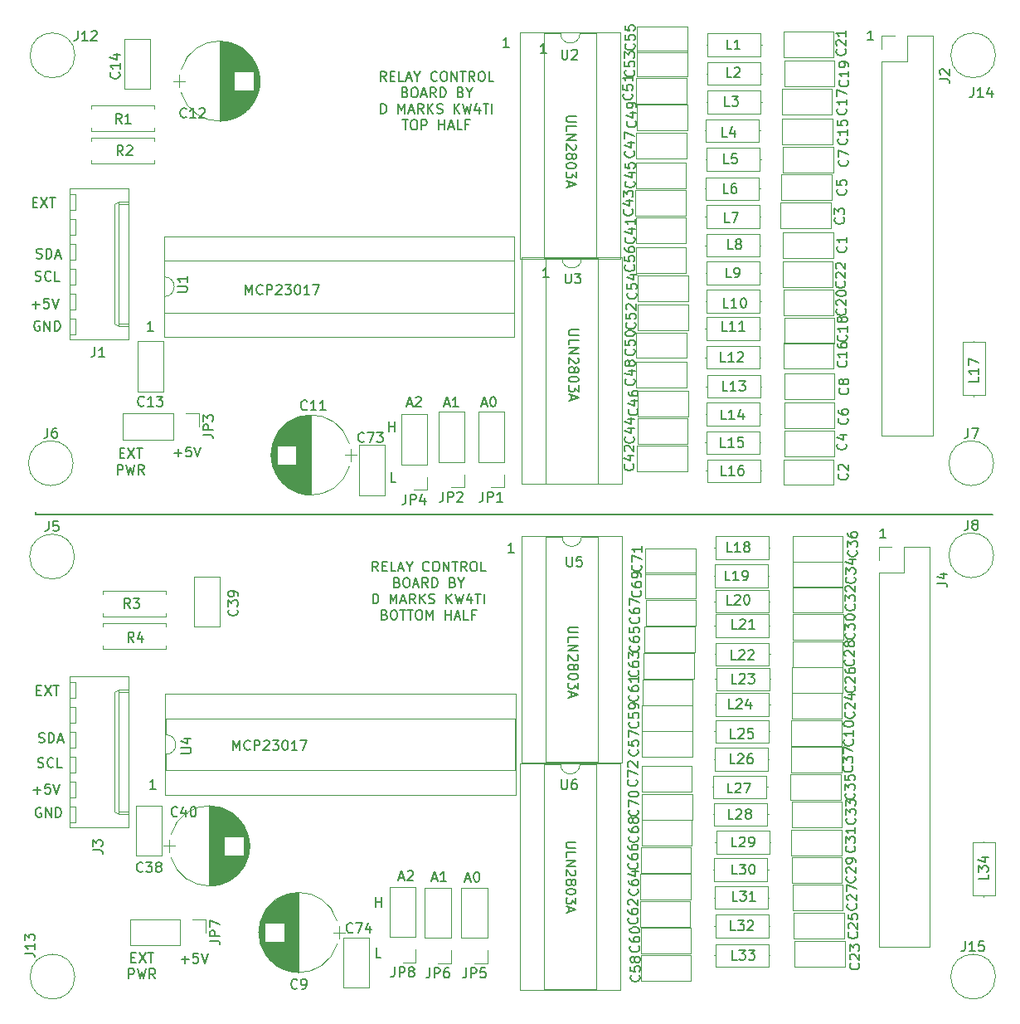
<source format=gbr>
G04 #@! TF.FileFunction,Legend,Top*
%FSLAX46Y46*%
G04 Gerber Fmt 4.6, Leading zero omitted, Abs format (unit mm)*
G04 Created by KiCad (PCBNEW 4.0.7) date 09/01/18 16:22:02*
%MOMM*%
%LPD*%
G01*
G04 APERTURE LIST*
%ADD10C,0.100000*%
%ADD11C,0.150000*%
%ADD12C,0.200000*%
%ADD13C,0.120000*%
G04 APERTURE END LIST*
D10*
D11*
X63531715Y-127858781D02*
X62960286Y-127858781D01*
X63246000Y-127858781D02*
X63246000Y-126858781D01*
X63150762Y-127001638D01*
X63055524Y-127096876D01*
X62960286Y-127144495D01*
X100107715Y-103728781D02*
X99536286Y-103728781D01*
X99822000Y-103728781D02*
X99822000Y-102728781D01*
X99726762Y-102871638D01*
X99631524Y-102966876D01*
X99536286Y-103014495D01*
X99599715Y-52166781D02*
X99028286Y-52166781D01*
X99314000Y-52166781D02*
X99314000Y-51166781D01*
X99218762Y-51309638D01*
X99123524Y-51404876D01*
X99028286Y-51452495D01*
X51617714Y-123086762D02*
X51760571Y-123134381D01*
X51998667Y-123134381D01*
X52093905Y-123086762D01*
X52141524Y-123039143D01*
X52189143Y-122943905D01*
X52189143Y-122848667D01*
X52141524Y-122753429D01*
X52093905Y-122705810D01*
X51998667Y-122658190D01*
X51808190Y-122610571D01*
X51712952Y-122562952D01*
X51665333Y-122515333D01*
X51617714Y-122420095D01*
X51617714Y-122324857D01*
X51665333Y-122229619D01*
X51712952Y-122182000D01*
X51808190Y-122134381D01*
X52046286Y-122134381D01*
X52189143Y-122182000D01*
X52617714Y-123134381D02*
X52617714Y-122134381D01*
X52855809Y-122134381D01*
X52998667Y-122182000D01*
X53093905Y-122277238D01*
X53141524Y-122372476D01*
X53189143Y-122562952D01*
X53189143Y-122705810D01*
X53141524Y-122896286D01*
X53093905Y-122991524D01*
X52998667Y-123086762D01*
X52855809Y-123134381D01*
X52617714Y-123134381D01*
X53570095Y-122848667D02*
X54046286Y-122848667D01*
X53474857Y-123134381D02*
X53808190Y-122134381D01*
X54141524Y-123134381D01*
X51514524Y-125626762D02*
X51657381Y-125674381D01*
X51895477Y-125674381D01*
X51990715Y-125626762D01*
X52038334Y-125579143D01*
X52085953Y-125483905D01*
X52085953Y-125388667D01*
X52038334Y-125293429D01*
X51990715Y-125245810D01*
X51895477Y-125198190D01*
X51705000Y-125150571D01*
X51609762Y-125102952D01*
X51562143Y-125055333D01*
X51514524Y-124960095D01*
X51514524Y-124864857D01*
X51562143Y-124769619D01*
X51609762Y-124722000D01*
X51705000Y-124674381D01*
X51943096Y-124674381D01*
X52085953Y-124722000D01*
X53085953Y-125579143D02*
X53038334Y-125626762D01*
X52895477Y-125674381D01*
X52800239Y-125674381D01*
X52657381Y-125626762D01*
X52562143Y-125531524D01*
X52514524Y-125436286D01*
X52466905Y-125245810D01*
X52466905Y-125102952D01*
X52514524Y-124912476D01*
X52562143Y-124817238D01*
X52657381Y-124722000D01*
X52800239Y-124674381D01*
X52895477Y-124674381D01*
X53038334Y-124722000D01*
X53085953Y-124769619D01*
X53990715Y-125674381D02*
X53514524Y-125674381D01*
X53514524Y-124674381D01*
X51038286Y-127960429D02*
X51800191Y-127960429D01*
X51419239Y-128341381D02*
X51419239Y-127579476D01*
X52752572Y-127341381D02*
X52276381Y-127341381D01*
X52228762Y-127817571D01*
X52276381Y-127769952D01*
X52371619Y-127722333D01*
X52609715Y-127722333D01*
X52704953Y-127769952D01*
X52752572Y-127817571D01*
X52800191Y-127912810D01*
X52800191Y-128150905D01*
X52752572Y-128246143D01*
X52704953Y-128293762D01*
X52609715Y-128341381D01*
X52371619Y-128341381D01*
X52276381Y-128293762D01*
X52228762Y-128246143D01*
X53085905Y-127341381D02*
X53419238Y-128341381D01*
X53752572Y-127341381D01*
X51816096Y-129802000D02*
X51720858Y-129754381D01*
X51578001Y-129754381D01*
X51435143Y-129802000D01*
X51339905Y-129897238D01*
X51292286Y-129992476D01*
X51244667Y-130182952D01*
X51244667Y-130325810D01*
X51292286Y-130516286D01*
X51339905Y-130611524D01*
X51435143Y-130706762D01*
X51578001Y-130754381D01*
X51673239Y-130754381D01*
X51816096Y-130706762D01*
X51863715Y-130659143D01*
X51863715Y-130325810D01*
X51673239Y-130325810D01*
X52292286Y-130754381D02*
X52292286Y-129754381D01*
X52863715Y-130754381D01*
X52863715Y-129754381D01*
X53339905Y-130754381D02*
X53339905Y-129754381D01*
X53578000Y-129754381D01*
X53720858Y-129802000D01*
X53816096Y-129897238D01*
X53863715Y-129992476D01*
X53911334Y-130182952D01*
X53911334Y-130325810D01*
X53863715Y-130516286D01*
X53816096Y-130611524D01*
X53720858Y-130706762D01*
X53578000Y-130754381D01*
X53339905Y-130754381D01*
X51379571Y-117784571D02*
X51712905Y-117784571D01*
X51855762Y-118308381D02*
X51379571Y-118308381D01*
X51379571Y-117308381D01*
X51855762Y-117308381D01*
X52189095Y-117308381D02*
X52855762Y-118308381D01*
X52855762Y-117308381D02*
X52189095Y-118308381D01*
X53093857Y-117308381D02*
X53665286Y-117308381D01*
X53379571Y-118308381D02*
X53379571Y-117308381D01*
X66151286Y-145232429D02*
X66913191Y-145232429D01*
X66532239Y-145613381D02*
X66532239Y-144851476D01*
X67865572Y-144613381D02*
X67389381Y-144613381D01*
X67341762Y-145089571D01*
X67389381Y-145041952D01*
X67484619Y-144994333D01*
X67722715Y-144994333D01*
X67817953Y-145041952D01*
X67865572Y-145089571D01*
X67913191Y-145184810D01*
X67913191Y-145422905D01*
X67865572Y-145518143D01*
X67817953Y-145565762D01*
X67722715Y-145613381D01*
X67484619Y-145613381D01*
X67389381Y-145565762D01*
X67341762Y-145518143D01*
X68198905Y-144613381D02*
X68532238Y-145613381D01*
X68865572Y-144613381D01*
X61031571Y-145026571D02*
X61364905Y-145026571D01*
X61507762Y-145550381D02*
X61031571Y-145550381D01*
X61031571Y-144550381D01*
X61507762Y-144550381D01*
X61841095Y-144550381D02*
X62507762Y-145550381D01*
X62507762Y-144550381D02*
X61841095Y-145550381D01*
X62745857Y-144550381D02*
X63317286Y-144550381D01*
X63031571Y-145550381D02*
X63031571Y-144550381D01*
X60769667Y-147200381D02*
X60769667Y-146200381D01*
X61150620Y-146200381D01*
X61245858Y-146248000D01*
X61293477Y-146295619D01*
X61341096Y-146390857D01*
X61341096Y-146533714D01*
X61293477Y-146628952D01*
X61245858Y-146676571D01*
X61150620Y-146724190D01*
X60769667Y-146724190D01*
X61674429Y-146200381D02*
X61912524Y-147200381D01*
X62103001Y-146486095D01*
X62293477Y-147200381D01*
X62531572Y-146200381D01*
X63483953Y-147200381D02*
X63150619Y-146724190D01*
X62912524Y-147200381D02*
X62912524Y-146200381D01*
X63293477Y-146200381D01*
X63388715Y-146248000D01*
X63436334Y-146295619D01*
X63483953Y-146390857D01*
X63483953Y-146533714D01*
X63436334Y-146628952D01*
X63388715Y-146676571D01*
X63293477Y-146724190D01*
X62912524Y-146724190D01*
X86246343Y-105637821D02*
X85913009Y-105161630D01*
X85674914Y-105637821D02*
X85674914Y-104637821D01*
X86055867Y-104637821D01*
X86151105Y-104685440D01*
X86198724Y-104733059D01*
X86246343Y-104828297D01*
X86246343Y-104971154D01*
X86198724Y-105066392D01*
X86151105Y-105114011D01*
X86055867Y-105161630D01*
X85674914Y-105161630D01*
X86674914Y-105114011D02*
X87008248Y-105114011D01*
X87151105Y-105637821D02*
X86674914Y-105637821D01*
X86674914Y-104637821D01*
X87151105Y-104637821D01*
X88055867Y-105637821D02*
X87579676Y-105637821D01*
X87579676Y-104637821D01*
X88341581Y-105352107D02*
X88817772Y-105352107D01*
X88246343Y-105637821D02*
X88579676Y-104637821D01*
X88913010Y-105637821D01*
X89436819Y-105161630D02*
X89436819Y-105637821D01*
X89103486Y-104637821D02*
X89436819Y-105161630D01*
X89770153Y-104637821D01*
X91436820Y-105542583D02*
X91389201Y-105590202D01*
X91246344Y-105637821D01*
X91151106Y-105637821D01*
X91008248Y-105590202D01*
X90913010Y-105494964D01*
X90865391Y-105399726D01*
X90817772Y-105209250D01*
X90817772Y-105066392D01*
X90865391Y-104875916D01*
X90913010Y-104780678D01*
X91008248Y-104685440D01*
X91151106Y-104637821D01*
X91246344Y-104637821D01*
X91389201Y-104685440D01*
X91436820Y-104733059D01*
X92055867Y-104637821D02*
X92246344Y-104637821D01*
X92341582Y-104685440D01*
X92436820Y-104780678D01*
X92484439Y-104971154D01*
X92484439Y-105304488D01*
X92436820Y-105494964D01*
X92341582Y-105590202D01*
X92246344Y-105637821D01*
X92055867Y-105637821D01*
X91960629Y-105590202D01*
X91865391Y-105494964D01*
X91817772Y-105304488D01*
X91817772Y-104971154D01*
X91865391Y-104780678D01*
X91960629Y-104685440D01*
X92055867Y-104637821D01*
X92913010Y-105637821D02*
X92913010Y-104637821D01*
X93484439Y-105637821D01*
X93484439Y-104637821D01*
X93817772Y-104637821D02*
X94389201Y-104637821D01*
X94103486Y-105637821D02*
X94103486Y-104637821D01*
X95293963Y-105637821D02*
X94960629Y-105161630D01*
X94722534Y-105637821D02*
X94722534Y-104637821D01*
X95103487Y-104637821D01*
X95198725Y-104685440D01*
X95246344Y-104733059D01*
X95293963Y-104828297D01*
X95293963Y-104971154D01*
X95246344Y-105066392D01*
X95198725Y-105114011D01*
X95103487Y-105161630D01*
X94722534Y-105161630D01*
X95913010Y-104637821D02*
X96103487Y-104637821D01*
X96198725Y-104685440D01*
X96293963Y-104780678D01*
X96341582Y-104971154D01*
X96341582Y-105304488D01*
X96293963Y-105494964D01*
X96198725Y-105590202D01*
X96103487Y-105637821D01*
X95913010Y-105637821D01*
X95817772Y-105590202D01*
X95722534Y-105494964D01*
X95674915Y-105304488D01*
X95674915Y-104971154D01*
X95722534Y-104780678D01*
X95817772Y-104685440D01*
X95913010Y-104637821D01*
X97246344Y-105637821D02*
X96770153Y-105637821D01*
X96770153Y-104637821D01*
X88198724Y-106764011D02*
X88341581Y-106811630D01*
X88389200Y-106859250D01*
X88436819Y-106954488D01*
X88436819Y-107097345D01*
X88389200Y-107192583D01*
X88341581Y-107240202D01*
X88246343Y-107287821D01*
X87865390Y-107287821D01*
X87865390Y-106287821D01*
X88198724Y-106287821D01*
X88293962Y-106335440D01*
X88341581Y-106383059D01*
X88389200Y-106478297D01*
X88389200Y-106573535D01*
X88341581Y-106668773D01*
X88293962Y-106716392D01*
X88198724Y-106764011D01*
X87865390Y-106764011D01*
X89055866Y-106287821D02*
X89246343Y-106287821D01*
X89341581Y-106335440D01*
X89436819Y-106430678D01*
X89484438Y-106621154D01*
X89484438Y-106954488D01*
X89436819Y-107144964D01*
X89341581Y-107240202D01*
X89246343Y-107287821D01*
X89055866Y-107287821D01*
X88960628Y-107240202D01*
X88865390Y-107144964D01*
X88817771Y-106954488D01*
X88817771Y-106621154D01*
X88865390Y-106430678D01*
X88960628Y-106335440D01*
X89055866Y-106287821D01*
X89865390Y-107002107D02*
X90341581Y-107002107D01*
X89770152Y-107287821D02*
X90103485Y-106287821D01*
X90436819Y-107287821D01*
X91341581Y-107287821D02*
X91008247Y-106811630D01*
X90770152Y-107287821D02*
X90770152Y-106287821D01*
X91151105Y-106287821D01*
X91246343Y-106335440D01*
X91293962Y-106383059D01*
X91341581Y-106478297D01*
X91341581Y-106621154D01*
X91293962Y-106716392D01*
X91246343Y-106764011D01*
X91151105Y-106811630D01*
X90770152Y-106811630D01*
X91770152Y-107287821D02*
X91770152Y-106287821D01*
X92008247Y-106287821D01*
X92151105Y-106335440D01*
X92246343Y-106430678D01*
X92293962Y-106525916D01*
X92341581Y-106716392D01*
X92341581Y-106859250D01*
X92293962Y-107049726D01*
X92246343Y-107144964D01*
X92151105Y-107240202D01*
X92008247Y-107287821D01*
X91770152Y-107287821D01*
X93865391Y-106764011D02*
X94008248Y-106811630D01*
X94055867Y-106859250D01*
X94103486Y-106954488D01*
X94103486Y-107097345D01*
X94055867Y-107192583D01*
X94008248Y-107240202D01*
X93913010Y-107287821D01*
X93532057Y-107287821D01*
X93532057Y-106287821D01*
X93865391Y-106287821D01*
X93960629Y-106335440D01*
X94008248Y-106383059D01*
X94055867Y-106478297D01*
X94055867Y-106573535D01*
X94008248Y-106668773D01*
X93960629Y-106716392D01*
X93865391Y-106764011D01*
X93532057Y-106764011D01*
X94722533Y-106811630D02*
X94722533Y-107287821D01*
X94389200Y-106287821D02*
X94722533Y-106811630D01*
X95055867Y-106287821D01*
X85722533Y-108937821D02*
X85722533Y-107937821D01*
X85960628Y-107937821D01*
X86103486Y-107985440D01*
X86198724Y-108080678D01*
X86246343Y-108175916D01*
X86293962Y-108366392D01*
X86293962Y-108509250D01*
X86246343Y-108699726D01*
X86198724Y-108794964D01*
X86103486Y-108890202D01*
X85960628Y-108937821D01*
X85722533Y-108937821D01*
X87484438Y-108937821D02*
X87484438Y-107937821D01*
X87817772Y-108652107D01*
X88151105Y-107937821D01*
X88151105Y-108937821D01*
X88579676Y-108652107D02*
X89055867Y-108652107D01*
X88484438Y-108937821D02*
X88817771Y-107937821D01*
X89151105Y-108937821D01*
X90055867Y-108937821D02*
X89722533Y-108461630D01*
X89484438Y-108937821D02*
X89484438Y-107937821D01*
X89865391Y-107937821D01*
X89960629Y-107985440D01*
X90008248Y-108033059D01*
X90055867Y-108128297D01*
X90055867Y-108271154D01*
X90008248Y-108366392D01*
X89960629Y-108414011D01*
X89865391Y-108461630D01*
X89484438Y-108461630D01*
X90484438Y-108937821D02*
X90484438Y-107937821D01*
X91055867Y-108937821D02*
X90627295Y-108366392D01*
X91055867Y-107937821D02*
X90484438Y-108509250D01*
X91436819Y-108890202D02*
X91579676Y-108937821D01*
X91817772Y-108937821D01*
X91913010Y-108890202D01*
X91960629Y-108842583D01*
X92008248Y-108747345D01*
X92008248Y-108652107D01*
X91960629Y-108556869D01*
X91913010Y-108509250D01*
X91817772Y-108461630D01*
X91627295Y-108414011D01*
X91532057Y-108366392D01*
X91484438Y-108318773D01*
X91436819Y-108223535D01*
X91436819Y-108128297D01*
X91484438Y-108033059D01*
X91532057Y-107985440D01*
X91627295Y-107937821D01*
X91865391Y-107937821D01*
X92008248Y-107985440D01*
X93198724Y-108937821D02*
X93198724Y-107937821D01*
X93770153Y-108937821D02*
X93341581Y-108366392D01*
X93770153Y-107937821D02*
X93198724Y-108509250D01*
X94103486Y-107937821D02*
X94341581Y-108937821D01*
X94532058Y-108223535D01*
X94722534Y-108937821D01*
X94960629Y-107937821D01*
X95770153Y-108271154D02*
X95770153Y-108937821D01*
X95532057Y-107890202D02*
X95293962Y-108604488D01*
X95913010Y-108604488D01*
X96151105Y-107937821D02*
X96722534Y-107937821D01*
X96436819Y-108937821D02*
X96436819Y-107937821D01*
X97055867Y-108937821D02*
X97055867Y-107937821D01*
X86913010Y-110064011D02*
X87055867Y-110111630D01*
X87103486Y-110159250D01*
X87151105Y-110254488D01*
X87151105Y-110397345D01*
X87103486Y-110492583D01*
X87055867Y-110540202D01*
X86960629Y-110587821D01*
X86579676Y-110587821D01*
X86579676Y-109587821D01*
X86913010Y-109587821D01*
X87008248Y-109635440D01*
X87055867Y-109683059D01*
X87103486Y-109778297D01*
X87103486Y-109873535D01*
X87055867Y-109968773D01*
X87008248Y-110016392D01*
X86913010Y-110064011D01*
X86579676Y-110064011D01*
X87770152Y-109587821D02*
X87960629Y-109587821D01*
X88055867Y-109635440D01*
X88151105Y-109730678D01*
X88198724Y-109921154D01*
X88198724Y-110254488D01*
X88151105Y-110444964D01*
X88055867Y-110540202D01*
X87960629Y-110587821D01*
X87770152Y-110587821D01*
X87674914Y-110540202D01*
X87579676Y-110444964D01*
X87532057Y-110254488D01*
X87532057Y-109921154D01*
X87579676Y-109730678D01*
X87674914Y-109635440D01*
X87770152Y-109587821D01*
X88484438Y-109587821D02*
X89055867Y-109587821D01*
X88770152Y-110587821D02*
X88770152Y-109587821D01*
X89246343Y-109587821D02*
X89817772Y-109587821D01*
X89532057Y-110587821D02*
X89532057Y-109587821D01*
X90341581Y-109587821D02*
X90532058Y-109587821D01*
X90627296Y-109635440D01*
X90722534Y-109730678D01*
X90770153Y-109921154D01*
X90770153Y-110254488D01*
X90722534Y-110444964D01*
X90627296Y-110540202D01*
X90532058Y-110587821D01*
X90341581Y-110587821D01*
X90246343Y-110540202D01*
X90151105Y-110444964D01*
X90103486Y-110254488D01*
X90103486Y-109921154D01*
X90151105Y-109730678D01*
X90246343Y-109635440D01*
X90341581Y-109587821D01*
X91198724Y-110587821D02*
X91198724Y-109587821D01*
X91532058Y-110302107D01*
X91865391Y-109587821D01*
X91865391Y-110587821D01*
X93103486Y-110587821D02*
X93103486Y-109587821D01*
X93103486Y-110064011D02*
X93674915Y-110064011D01*
X93674915Y-110587821D02*
X93674915Y-109587821D01*
X94103486Y-110302107D02*
X94579677Y-110302107D01*
X94008248Y-110587821D02*
X94341581Y-109587821D01*
X94674915Y-110587821D01*
X95484439Y-110587821D02*
X95008248Y-110587821D01*
X95008248Y-109587821D01*
X96151106Y-110064011D02*
X95817772Y-110064011D01*
X95817772Y-110587821D02*
X95817772Y-109587821D01*
X96293963Y-109587821D01*
X138080715Y-102255581D02*
X137509286Y-102255581D01*
X137795000Y-102255581D02*
X137795000Y-101255581D01*
X137699762Y-101398438D01*
X137604524Y-101493676D01*
X137509286Y-101541295D01*
X136810715Y-51455581D02*
X136239286Y-51455581D01*
X136525000Y-51455581D02*
X136525000Y-50455581D01*
X136429762Y-50598438D01*
X136334524Y-50693676D01*
X136239286Y-50741295D01*
X95170714Y-137047267D02*
X95646905Y-137047267D01*
X95075476Y-137332981D02*
X95408809Y-136332981D01*
X95742143Y-137332981D01*
X96265952Y-136332981D02*
X96361191Y-136332981D01*
X96456429Y-136380600D01*
X96504048Y-136428219D01*
X96551667Y-136523457D01*
X96599286Y-136713933D01*
X96599286Y-136952029D01*
X96551667Y-137142505D01*
X96504048Y-137237743D01*
X96456429Y-137285362D01*
X96361191Y-137332981D01*
X96265952Y-137332981D01*
X96170714Y-137285362D01*
X96123095Y-137237743D01*
X96075476Y-137142505D01*
X96027857Y-136952029D01*
X96027857Y-136713933D01*
X96075476Y-136523457D01*
X96123095Y-136428219D01*
X96170714Y-136380600D01*
X96265952Y-136332981D01*
X91767114Y-136996467D02*
X92243305Y-136996467D01*
X91671876Y-137282181D02*
X92005209Y-136282181D01*
X92338543Y-137282181D01*
X93195686Y-137282181D02*
X92624257Y-137282181D01*
X92909971Y-137282181D02*
X92909971Y-136282181D01*
X92814733Y-136425038D01*
X92719495Y-136520276D01*
X92624257Y-136567895D01*
X88414314Y-136894867D02*
X88890505Y-136894867D01*
X88319076Y-137180581D02*
X88652409Y-136180581D01*
X88985743Y-137180581D01*
X89271457Y-136275819D02*
X89319076Y-136228200D01*
X89414314Y-136180581D01*
X89652410Y-136180581D01*
X89747648Y-136228200D01*
X89795267Y-136275819D01*
X89842886Y-136371057D01*
X89842886Y-136466295D01*
X89795267Y-136609152D01*
X89223838Y-137180581D01*
X89842886Y-137180581D01*
X86023486Y-139898381D02*
X86023486Y-138898381D01*
X86023486Y-139374571D02*
X86594915Y-139374571D01*
X86594915Y-139898381D02*
X86594915Y-138898381D01*
X86542524Y-145054581D02*
X86066333Y-145054581D01*
X86066333Y-144054581D01*
X106440219Y-133282181D02*
X105630695Y-133282181D01*
X105535457Y-133329800D01*
X105487838Y-133377419D01*
X105440219Y-133472657D01*
X105440219Y-133663134D01*
X105487838Y-133758372D01*
X105535457Y-133805991D01*
X105630695Y-133853610D01*
X106440219Y-133853610D01*
X105440219Y-134805991D02*
X105440219Y-134329800D01*
X106440219Y-134329800D01*
X105440219Y-135139324D02*
X106440219Y-135139324D01*
X105440219Y-135710753D01*
X106440219Y-135710753D01*
X106344981Y-136139324D02*
X106392600Y-136186943D01*
X106440219Y-136282181D01*
X106440219Y-136520277D01*
X106392600Y-136615515D01*
X106344981Y-136663134D01*
X106249743Y-136710753D01*
X106154505Y-136710753D01*
X106011648Y-136663134D01*
X105440219Y-136091705D01*
X105440219Y-136710753D01*
X106011648Y-137282181D02*
X106059267Y-137186943D01*
X106106886Y-137139324D01*
X106202124Y-137091705D01*
X106249743Y-137091705D01*
X106344981Y-137139324D01*
X106392600Y-137186943D01*
X106440219Y-137282181D01*
X106440219Y-137472658D01*
X106392600Y-137567896D01*
X106344981Y-137615515D01*
X106249743Y-137663134D01*
X106202124Y-137663134D01*
X106106886Y-137615515D01*
X106059267Y-137567896D01*
X106011648Y-137472658D01*
X106011648Y-137282181D01*
X105964029Y-137186943D01*
X105916410Y-137139324D01*
X105821171Y-137091705D01*
X105630695Y-137091705D01*
X105535457Y-137139324D01*
X105487838Y-137186943D01*
X105440219Y-137282181D01*
X105440219Y-137472658D01*
X105487838Y-137567896D01*
X105535457Y-137615515D01*
X105630695Y-137663134D01*
X105821171Y-137663134D01*
X105916410Y-137615515D01*
X105964029Y-137567896D01*
X106011648Y-137472658D01*
X106440219Y-138282181D02*
X106440219Y-138377420D01*
X106392600Y-138472658D01*
X106344981Y-138520277D01*
X106249743Y-138567896D01*
X106059267Y-138615515D01*
X105821171Y-138615515D01*
X105630695Y-138567896D01*
X105535457Y-138520277D01*
X105487838Y-138472658D01*
X105440219Y-138377420D01*
X105440219Y-138282181D01*
X105487838Y-138186943D01*
X105535457Y-138139324D01*
X105630695Y-138091705D01*
X105821171Y-138044086D01*
X106059267Y-138044086D01*
X106249743Y-138091705D01*
X106344981Y-138139324D01*
X106392600Y-138186943D01*
X106440219Y-138282181D01*
X106440219Y-138948848D02*
X106440219Y-139567896D01*
X106059267Y-139234562D01*
X106059267Y-139377420D01*
X106011648Y-139472658D01*
X105964029Y-139520277D01*
X105868790Y-139567896D01*
X105630695Y-139567896D01*
X105535457Y-139520277D01*
X105487838Y-139472658D01*
X105440219Y-139377420D01*
X105440219Y-139091705D01*
X105487838Y-138996467D01*
X105535457Y-138948848D01*
X105725933Y-139948848D02*
X105725933Y-140425039D01*
X105440219Y-139853610D02*
X106440219Y-140186943D01*
X105440219Y-140520277D01*
X106668819Y-111336581D02*
X105859295Y-111336581D01*
X105764057Y-111384200D01*
X105716438Y-111431819D01*
X105668819Y-111527057D01*
X105668819Y-111717534D01*
X105716438Y-111812772D01*
X105764057Y-111860391D01*
X105859295Y-111908010D01*
X106668819Y-111908010D01*
X105668819Y-112860391D02*
X105668819Y-112384200D01*
X106668819Y-112384200D01*
X105668819Y-113193724D02*
X106668819Y-113193724D01*
X105668819Y-113765153D01*
X106668819Y-113765153D01*
X106573581Y-114193724D02*
X106621200Y-114241343D01*
X106668819Y-114336581D01*
X106668819Y-114574677D01*
X106621200Y-114669915D01*
X106573581Y-114717534D01*
X106478343Y-114765153D01*
X106383105Y-114765153D01*
X106240248Y-114717534D01*
X105668819Y-114146105D01*
X105668819Y-114765153D01*
X106240248Y-115336581D02*
X106287867Y-115241343D01*
X106335486Y-115193724D01*
X106430724Y-115146105D01*
X106478343Y-115146105D01*
X106573581Y-115193724D01*
X106621200Y-115241343D01*
X106668819Y-115336581D01*
X106668819Y-115527058D01*
X106621200Y-115622296D01*
X106573581Y-115669915D01*
X106478343Y-115717534D01*
X106430724Y-115717534D01*
X106335486Y-115669915D01*
X106287867Y-115622296D01*
X106240248Y-115527058D01*
X106240248Y-115336581D01*
X106192629Y-115241343D01*
X106145010Y-115193724D01*
X106049771Y-115146105D01*
X105859295Y-115146105D01*
X105764057Y-115193724D01*
X105716438Y-115241343D01*
X105668819Y-115336581D01*
X105668819Y-115527058D01*
X105716438Y-115622296D01*
X105764057Y-115669915D01*
X105859295Y-115717534D01*
X106049771Y-115717534D01*
X106145010Y-115669915D01*
X106192629Y-115622296D01*
X106240248Y-115527058D01*
X106668819Y-116336581D02*
X106668819Y-116431820D01*
X106621200Y-116527058D01*
X106573581Y-116574677D01*
X106478343Y-116622296D01*
X106287867Y-116669915D01*
X106049771Y-116669915D01*
X105859295Y-116622296D01*
X105764057Y-116574677D01*
X105716438Y-116527058D01*
X105668819Y-116431820D01*
X105668819Y-116336581D01*
X105716438Y-116241343D01*
X105764057Y-116193724D01*
X105859295Y-116146105D01*
X106049771Y-116098486D01*
X106287867Y-116098486D01*
X106478343Y-116146105D01*
X106573581Y-116193724D01*
X106621200Y-116241343D01*
X106668819Y-116336581D01*
X106668819Y-117003248D02*
X106668819Y-117622296D01*
X106287867Y-117288962D01*
X106287867Y-117431820D01*
X106240248Y-117527058D01*
X106192629Y-117574677D01*
X106097390Y-117622296D01*
X105859295Y-117622296D01*
X105764057Y-117574677D01*
X105716438Y-117527058D01*
X105668819Y-117431820D01*
X105668819Y-117146105D01*
X105716438Y-117050867D01*
X105764057Y-117003248D01*
X105954533Y-118003248D02*
X105954533Y-118479439D01*
X105668819Y-117908010D02*
X106668819Y-118241343D01*
X105668819Y-118574677D01*
X71469714Y-123896381D02*
X71469714Y-122896381D01*
X71803048Y-123610667D01*
X72136381Y-122896381D01*
X72136381Y-123896381D01*
X73184000Y-123801143D02*
X73136381Y-123848762D01*
X72993524Y-123896381D01*
X72898286Y-123896381D01*
X72755428Y-123848762D01*
X72660190Y-123753524D01*
X72612571Y-123658286D01*
X72564952Y-123467810D01*
X72564952Y-123324952D01*
X72612571Y-123134476D01*
X72660190Y-123039238D01*
X72755428Y-122944000D01*
X72898286Y-122896381D01*
X72993524Y-122896381D01*
X73136381Y-122944000D01*
X73184000Y-122991619D01*
X73612571Y-123896381D02*
X73612571Y-122896381D01*
X73993524Y-122896381D01*
X74088762Y-122944000D01*
X74136381Y-122991619D01*
X74184000Y-123086857D01*
X74184000Y-123229714D01*
X74136381Y-123324952D01*
X74088762Y-123372571D01*
X73993524Y-123420190D01*
X73612571Y-123420190D01*
X74564952Y-122991619D02*
X74612571Y-122944000D01*
X74707809Y-122896381D01*
X74945905Y-122896381D01*
X75041143Y-122944000D01*
X75088762Y-122991619D01*
X75136381Y-123086857D01*
X75136381Y-123182095D01*
X75088762Y-123324952D01*
X74517333Y-123896381D01*
X75136381Y-123896381D01*
X75469714Y-122896381D02*
X76088762Y-122896381D01*
X75755428Y-123277333D01*
X75898286Y-123277333D01*
X75993524Y-123324952D01*
X76041143Y-123372571D01*
X76088762Y-123467810D01*
X76088762Y-123705905D01*
X76041143Y-123801143D01*
X75993524Y-123848762D01*
X75898286Y-123896381D01*
X75612571Y-123896381D01*
X75517333Y-123848762D01*
X75469714Y-123801143D01*
X76707809Y-122896381D02*
X76803048Y-122896381D01*
X76898286Y-122944000D01*
X76945905Y-122991619D01*
X76993524Y-123086857D01*
X77041143Y-123277333D01*
X77041143Y-123515429D01*
X76993524Y-123705905D01*
X76945905Y-123801143D01*
X76898286Y-123848762D01*
X76803048Y-123896381D01*
X76707809Y-123896381D01*
X76612571Y-123848762D01*
X76564952Y-123801143D01*
X76517333Y-123705905D01*
X76469714Y-123515429D01*
X76469714Y-123277333D01*
X76517333Y-123086857D01*
X76564952Y-122991619D01*
X76612571Y-122944000D01*
X76707809Y-122896381D01*
X77993524Y-123896381D02*
X77422095Y-123896381D01*
X77707809Y-123896381D02*
X77707809Y-122896381D01*
X77612571Y-123039238D01*
X77517333Y-123134476D01*
X77422095Y-123182095D01*
X78326857Y-122896381D02*
X78993524Y-122896381D01*
X78564952Y-123896381D01*
D12*
X51308000Y-99822000D02*
X51308000Y-99568000D01*
X148971000Y-99822000D02*
X51308000Y-99822000D01*
D11*
X103663715Y-75636381D02*
X103092286Y-75636381D01*
X103378000Y-75636381D02*
X103378000Y-74636381D01*
X103282762Y-74779238D01*
X103187524Y-74874476D01*
X103092286Y-74922095D01*
X103409715Y-52776381D02*
X102838286Y-52776381D01*
X103124000Y-52776381D02*
X103124000Y-51776381D01*
X103028762Y-51919238D01*
X102933524Y-52014476D01*
X102838286Y-52062095D01*
X106719619Y-81008981D02*
X105910095Y-81008981D01*
X105814857Y-81056600D01*
X105767238Y-81104219D01*
X105719619Y-81199457D01*
X105719619Y-81389934D01*
X105767238Y-81485172D01*
X105814857Y-81532791D01*
X105910095Y-81580410D01*
X106719619Y-81580410D01*
X105719619Y-82532791D02*
X105719619Y-82056600D01*
X106719619Y-82056600D01*
X105719619Y-82866124D02*
X106719619Y-82866124D01*
X105719619Y-83437553D01*
X106719619Y-83437553D01*
X106624381Y-83866124D02*
X106672000Y-83913743D01*
X106719619Y-84008981D01*
X106719619Y-84247077D01*
X106672000Y-84342315D01*
X106624381Y-84389934D01*
X106529143Y-84437553D01*
X106433905Y-84437553D01*
X106291048Y-84389934D01*
X105719619Y-83818505D01*
X105719619Y-84437553D01*
X106291048Y-85008981D02*
X106338667Y-84913743D01*
X106386286Y-84866124D01*
X106481524Y-84818505D01*
X106529143Y-84818505D01*
X106624381Y-84866124D01*
X106672000Y-84913743D01*
X106719619Y-85008981D01*
X106719619Y-85199458D01*
X106672000Y-85294696D01*
X106624381Y-85342315D01*
X106529143Y-85389934D01*
X106481524Y-85389934D01*
X106386286Y-85342315D01*
X106338667Y-85294696D01*
X106291048Y-85199458D01*
X106291048Y-85008981D01*
X106243429Y-84913743D01*
X106195810Y-84866124D01*
X106100571Y-84818505D01*
X105910095Y-84818505D01*
X105814857Y-84866124D01*
X105767238Y-84913743D01*
X105719619Y-85008981D01*
X105719619Y-85199458D01*
X105767238Y-85294696D01*
X105814857Y-85342315D01*
X105910095Y-85389934D01*
X106100571Y-85389934D01*
X106195810Y-85342315D01*
X106243429Y-85294696D01*
X106291048Y-85199458D01*
X106719619Y-86008981D02*
X106719619Y-86104220D01*
X106672000Y-86199458D01*
X106624381Y-86247077D01*
X106529143Y-86294696D01*
X106338667Y-86342315D01*
X106100571Y-86342315D01*
X105910095Y-86294696D01*
X105814857Y-86247077D01*
X105767238Y-86199458D01*
X105719619Y-86104220D01*
X105719619Y-86008981D01*
X105767238Y-85913743D01*
X105814857Y-85866124D01*
X105910095Y-85818505D01*
X106100571Y-85770886D01*
X106338667Y-85770886D01*
X106529143Y-85818505D01*
X106624381Y-85866124D01*
X106672000Y-85913743D01*
X106719619Y-86008981D01*
X106719619Y-86675648D02*
X106719619Y-87294696D01*
X106338667Y-86961362D01*
X106338667Y-87104220D01*
X106291048Y-87199458D01*
X106243429Y-87247077D01*
X106148190Y-87294696D01*
X105910095Y-87294696D01*
X105814857Y-87247077D01*
X105767238Y-87199458D01*
X105719619Y-87104220D01*
X105719619Y-86818505D01*
X105767238Y-86723267D01*
X105814857Y-86675648D01*
X106005333Y-87675648D02*
X106005333Y-88151839D01*
X105719619Y-87580410D02*
X106719619Y-87913743D01*
X105719619Y-88247077D01*
X65440086Y-93568829D02*
X66201991Y-93568829D01*
X65821039Y-93949781D02*
X65821039Y-93187876D01*
X67154372Y-92949781D02*
X66678181Y-92949781D01*
X66630562Y-93425971D01*
X66678181Y-93378352D01*
X66773419Y-93330733D01*
X67011515Y-93330733D01*
X67106753Y-93378352D01*
X67154372Y-93425971D01*
X67201991Y-93521210D01*
X67201991Y-93759305D01*
X67154372Y-93854543D01*
X67106753Y-93902162D01*
X67011515Y-93949781D01*
X66773419Y-93949781D01*
X66678181Y-93902162D01*
X66630562Y-93854543D01*
X67487705Y-92949781D02*
X67821038Y-93949781D01*
X68154372Y-92949781D01*
X59888571Y-93591571D02*
X60221905Y-93591571D01*
X60364762Y-94115381D02*
X59888571Y-94115381D01*
X59888571Y-93115381D01*
X60364762Y-93115381D01*
X60698095Y-93115381D02*
X61364762Y-94115381D01*
X61364762Y-93115381D02*
X60698095Y-94115381D01*
X61602857Y-93115381D02*
X62174286Y-93115381D01*
X61888571Y-94115381D02*
X61888571Y-93115381D01*
X59626667Y-95765381D02*
X59626667Y-94765381D01*
X60007620Y-94765381D01*
X60102858Y-94813000D01*
X60150477Y-94860619D01*
X60198096Y-94955857D01*
X60198096Y-95098714D01*
X60150477Y-95193952D01*
X60102858Y-95241571D01*
X60007620Y-95289190D01*
X59626667Y-95289190D01*
X60531429Y-94765381D02*
X60769524Y-95765381D01*
X60960001Y-95051095D01*
X61150477Y-95765381D01*
X61388572Y-94765381D01*
X62340953Y-95765381D02*
X62007619Y-95289190D01*
X61769524Y-95765381D02*
X61769524Y-94765381D01*
X62150477Y-94765381D01*
X62245715Y-94813000D01*
X62293334Y-94860619D01*
X62340953Y-94955857D01*
X62340953Y-95098714D01*
X62293334Y-95193952D01*
X62245715Y-95241571D01*
X62150477Y-95289190D01*
X61769524Y-95289190D01*
X50998571Y-68000571D02*
X51331905Y-68000571D01*
X51474762Y-68524381D02*
X50998571Y-68524381D01*
X50998571Y-67524381D01*
X51474762Y-67524381D01*
X51808095Y-67524381D02*
X52474762Y-68524381D01*
X52474762Y-67524381D02*
X51808095Y-68524381D01*
X52712857Y-67524381D02*
X53284286Y-67524381D01*
X52998571Y-68524381D02*
X52998571Y-67524381D01*
X63277715Y-81122781D02*
X62706286Y-81122781D01*
X62992000Y-81122781D02*
X62992000Y-80122781D01*
X62896762Y-80265638D01*
X62801524Y-80360876D01*
X62706286Y-80408495D01*
X51260524Y-75969762D02*
X51403381Y-76017381D01*
X51641477Y-76017381D01*
X51736715Y-75969762D01*
X51784334Y-75922143D01*
X51831953Y-75826905D01*
X51831953Y-75731667D01*
X51784334Y-75636429D01*
X51736715Y-75588810D01*
X51641477Y-75541190D01*
X51451000Y-75493571D01*
X51355762Y-75445952D01*
X51308143Y-75398333D01*
X51260524Y-75303095D01*
X51260524Y-75207857D01*
X51308143Y-75112619D01*
X51355762Y-75065000D01*
X51451000Y-75017381D01*
X51689096Y-75017381D01*
X51831953Y-75065000D01*
X52831953Y-75922143D02*
X52784334Y-75969762D01*
X52641477Y-76017381D01*
X52546239Y-76017381D01*
X52403381Y-75969762D01*
X52308143Y-75874524D01*
X52260524Y-75779286D01*
X52212905Y-75588810D01*
X52212905Y-75445952D01*
X52260524Y-75255476D01*
X52308143Y-75160238D01*
X52403381Y-75065000D01*
X52546239Y-75017381D01*
X52641477Y-75017381D01*
X52784334Y-75065000D01*
X52831953Y-75112619D01*
X53736715Y-76017381D02*
X53260524Y-76017381D01*
X53260524Y-75017381D01*
X51363714Y-73683762D02*
X51506571Y-73731381D01*
X51744667Y-73731381D01*
X51839905Y-73683762D01*
X51887524Y-73636143D01*
X51935143Y-73540905D01*
X51935143Y-73445667D01*
X51887524Y-73350429D01*
X51839905Y-73302810D01*
X51744667Y-73255190D01*
X51554190Y-73207571D01*
X51458952Y-73159952D01*
X51411333Y-73112333D01*
X51363714Y-73017095D01*
X51363714Y-72921857D01*
X51411333Y-72826619D01*
X51458952Y-72779000D01*
X51554190Y-72731381D01*
X51792286Y-72731381D01*
X51935143Y-72779000D01*
X52363714Y-73731381D02*
X52363714Y-72731381D01*
X52601809Y-72731381D01*
X52744667Y-72779000D01*
X52839905Y-72874238D01*
X52887524Y-72969476D01*
X52935143Y-73159952D01*
X52935143Y-73302810D01*
X52887524Y-73493286D01*
X52839905Y-73588524D01*
X52744667Y-73683762D01*
X52601809Y-73731381D01*
X52363714Y-73731381D01*
X53316095Y-73445667D02*
X53792286Y-73445667D01*
X53220857Y-73731381D02*
X53554190Y-72731381D01*
X53887524Y-73731381D01*
X50911286Y-78430429D02*
X51673191Y-78430429D01*
X51292239Y-78811381D02*
X51292239Y-78049476D01*
X52625572Y-77811381D02*
X52149381Y-77811381D01*
X52101762Y-78287571D01*
X52149381Y-78239952D01*
X52244619Y-78192333D01*
X52482715Y-78192333D01*
X52577953Y-78239952D01*
X52625572Y-78287571D01*
X52673191Y-78382810D01*
X52673191Y-78620905D01*
X52625572Y-78716143D01*
X52577953Y-78763762D01*
X52482715Y-78811381D01*
X52244619Y-78811381D01*
X52149381Y-78763762D01*
X52101762Y-78716143D01*
X52958905Y-77811381D02*
X53292238Y-78811381D01*
X53625572Y-77811381D01*
X51689096Y-80145000D02*
X51593858Y-80097381D01*
X51451001Y-80097381D01*
X51308143Y-80145000D01*
X51212905Y-80240238D01*
X51165286Y-80335476D01*
X51117667Y-80525952D01*
X51117667Y-80668810D01*
X51165286Y-80859286D01*
X51212905Y-80954524D01*
X51308143Y-81049762D01*
X51451001Y-81097381D01*
X51546239Y-81097381D01*
X51689096Y-81049762D01*
X51736715Y-81002143D01*
X51736715Y-80668810D01*
X51546239Y-80668810D01*
X52165286Y-81097381D02*
X52165286Y-80097381D01*
X52736715Y-81097381D01*
X52736715Y-80097381D01*
X53212905Y-81097381D02*
X53212905Y-80097381D01*
X53451000Y-80097381D01*
X53593858Y-80145000D01*
X53689096Y-80240238D01*
X53736715Y-80335476D01*
X53784334Y-80525952D01*
X53784334Y-80668810D01*
X53736715Y-80859286D01*
X53689096Y-80954524D01*
X53593858Y-81049762D01*
X53451000Y-81097381D01*
X53212905Y-81097381D01*
X87059143Y-55635381D02*
X86725809Y-55159190D01*
X86487714Y-55635381D02*
X86487714Y-54635381D01*
X86868667Y-54635381D01*
X86963905Y-54683000D01*
X87011524Y-54730619D01*
X87059143Y-54825857D01*
X87059143Y-54968714D01*
X87011524Y-55063952D01*
X86963905Y-55111571D01*
X86868667Y-55159190D01*
X86487714Y-55159190D01*
X87487714Y-55111571D02*
X87821048Y-55111571D01*
X87963905Y-55635381D02*
X87487714Y-55635381D01*
X87487714Y-54635381D01*
X87963905Y-54635381D01*
X88868667Y-55635381D02*
X88392476Y-55635381D01*
X88392476Y-54635381D01*
X89154381Y-55349667D02*
X89630572Y-55349667D01*
X89059143Y-55635381D02*
X89392476Y-54635381D01*
X89725810Y-55635381D01*
X90249619Y-55159190D02*
X90249619Y-55635381D01*
X89916286Y-54635381D02*
X90249619Y-55159190D01*
X90582953Y-54635381D01*
X92249620Y-55540143D02*
X92202001Y-55587762D01*
X92059144Y-55635381D01*
X91963906Y-55635381D01*
X91821048Y-55587762D01*
X91725810Y-55492524D01*
X91678191Y-55397286D01*
X91630572Y-55206810D01*
X91630572Y-55063952D01*
X91678191Y-54873476D01*
X91725810Y-54778238D01*
X91821048Y-54683000D01*
X91963906Y-54635381D01*
X92059144Y-54635381D01*
X92202001Y-54683000D01*
X92249620Y-54730619D01*
X92868667Y-54635381D02*
X93059144Y-54635381D01*
X93154382Y-54683000D01*
X93249620Y-54778238D01*
X93297239Y-54968714D01*
X93297239Y-55302048D01*
X93249620Y-55492524D01*
X93154382Y-55587762D01*
X93059144Y-55635381D01*
X92868667Y-55635381D01*
X92773429Y-55587762D01*
X92678191Y-55492524D01*
X92630572Y-55302048D01*
X92630572Y-54968714D01*
X92678191Y-54778238D01*
X92773429Y-54683000D01*
X92868667Y-54635381D01*
X93725810Y-55635381D02*
X93725810Y-54635381D01*
X94297239Y-55635381D01*
X94297239Y-54635381D01*
X94630572Y-54635381D02*
X95202001Y-54635381D01*
X94916286Y-55635381D02*
X94916286Y-54635381D01*
X96106763Y-55635381D02*
X95773429Y-55159190D01*
X95535334Y-55635381D02*
X95535334Y-54635381D01*
X95916287Y-54635381D01*
X96011525Y-54683000D01*
X96059144Y-54730619D01*
X96106763Y-54825857D01*
X96106763Y-54968714D01*
X96059144Y-55063952D01*
X96011525Y-55111571D01*
X95916287Y-55159190D01*
X95535334Y-55159190D01*
X96725810Y-54635381D02*
X96916287Y-54635381D01*
X97011525Y-54683000D01*
X97106763Y-54778238D01*
X97154382Y-54968714D01*
X97154382Y-55302048D01*
X97106763Y-55492524D01*
X97011525Y-55587762D01*
X96916287Y-55635381D01*
X96725810Y-55635381D01*
X96630572Y-55587762D01*
X96535334Y-55492524D01*
X96487715Y-55302048D01*
X96487715Y-54968714D01*
X96535334Y-54778238D01*
X96630572Y-54683000D01*
X96725810Y-54635381D01*
X98059144Y-55635381D02*
X97582953Y-55635381D01*
X97582953Y-54635381D01*
X89011524Y-56761571D02*
X89154381Y-56809190D01*
X89202000Y-56856810D01*
X89249619Y-56952048D01*
X89249619Y-57094905D01*
X89202000Y-57190143D01*
X89154381Y-57237762D01*
X89059143Y-57285381D01*
X88678190Y-57285381D01*
X88678190Y-56285381D01*
X89011524Y-56285381D01*
X89106762Y-56333000D01*
X89154381Y-56380619D01*
X89202000Y-56475857D01*
X89202000Y-56571095D01*
X89154381Y-56666333D01*
X89106762Y-56713952D01*
X89011524Y-56761571D01*
X88678190Y-56761571D01*
X89868666Y-56285381D02*
X90059143Y-56285381D01*
X90154381Y-56333000D01*
X90249619Y-56428238D01*
X90297238Y-56618714D01*
X90297238Y-56952048D01*
X90249619Y-57142524D01*
X90154381Y-57237762D01*
X90059143Y-57285381D01*
X89868666Y-57285381D01*
X89773428Y-57237762D01*
X89678190Y-57142524D01*
X89630571Y-56952048D01*
X89630571Y-56618714D01*
X89678190Y-56428238D01*
X89773428Y-56333000D01*
X89868666Y-56285381D01*
X90678190Y-56999667D02*
X91154381Y-56999667D01*
X90582952Y-57285381D02*
X90916285Y-56285381D01*
X91249619Y-57285381D01*
X92154381Y-57285381D02*
X91821047Y-56809190D01*
X91582952Y-57285381D02*
X91582952Y-56285381D01*
X91963905Y-56285381D01*
X92059143Y-56333000D01*
X92106762Y-56380619D01*
X92154381Y-56475857D01*
X92154381Y-56618714D01*
X92106762Y-56713952D01*
X92059143Y-56761571D01*
X91963905Y-56809190D01*
X91582952Y-56809190D01*
X92582952Y-57285381D02*
X92582952Y-56285381D01*
X92821047Y-56285381D01*
X92963905Y-56333000D01*
X93059143Y-56428238D01*
X93106762Y-56523476D01*
X93154381Y-56713952D01*
X93154381Y-56856810D01*
X93106762Y-57047286D01*
X93059143Y-57142524D01*
X92963905Y-57237762D01*
X92821047Y-57285381D01*
X92582952Y-57285381D01*
X94678191Y-56761571D02*
X94821048Y-56809190D01*
X94868667Y-56856810D01*
X94916286Y-56952048D01*
X94916286Y-57094905D01*
X94868667Y-57190143D01*
X94821048Y-57237762D01*
X94725810Y-57285381D01*
X94344857Y-57285381D01*
X94344857Y-56285381D01*
X94678191Y-56285381D01*
X94773429Y-56333000D01*
X94821048Y-56380619D01*
X94868667Y-56475857D01*
X94868667Y-56571095D01*
X94821048Y-56666333D01*
X94773429Y-56713952D01*
X94678191Y-56761571D01*
X94344857Y-56761571D01*
X95535333Y-56809190D02*
X95535333Y-57285381D01*
X95202000Y-56285381D02*
X95535333Y-56809190D01*
X95868667Y-56285381D01*
X86535333Y-58935381D02*
X86535333Y-57935381D01*
X86773428Y-57935381D01*
X86916286Y-57983000D01*
X87011524Y-58078238D01*
X87059143Y-58173476D01*
X87106762Y-58363952D01*
X87106762Y-58506810D01*
X87059143Y-58697286D01*
X87011524Y-58792524D01*
X86916286Y-58887762D01*
X86773428Y-58935381D01*
X86535333Y-58935381D01*
X88297238Y-58935381D02*
X88297238Y-57935381D01*
X88630572Y-58649667D01*
X88963905Y-57935381D01*
X88963905Y-58935381D01*
X89392476Y-58649667D02*
X89868667Y-58649667D01*
X89297238Y-58935381D02*
X89630571Y-57935381D01*
X89963905Y-58935381D01*
X90868667Y-58935381D02*
X90535333Y-58459190D01*
X90297238Y-58935381D02*
X90297238Y-57935381D01*
X90678191Y-57935381D01*
X90773429Y-57983000D01*
X90821048Y-58030619D01*
X90868667Y-58125857D01*
X90868667Y-58268714D01*
X90821048Y-58363952D01*
X90773429Y-58411571D01*
X90678191Y-58459190D01*
X90297238Y-58459190D01*
X91297238Y-58935381D02*
X91297238Y-57935381D01*
X91868667Y-58935381D02*
X91440095Y-58363952D01*
X91868667Y-57935381D02*
X91297238Y-58506810D01*
X92249619Y-58887762D02*
X92392476Y-58935381D01*
X92630572Y-58935381D01*
X92725810Y-58887762D01*
X92773429Y-58840143D01*
X92821048Y-58744905D01*
X92821048Y-58649667D01*
X92773429Y-58554429D01*
X92725810Y-58506810D01*
X92630572Y-58459190D01*
X92440095Y-58411571D01*
X92344857Y-58363952D01*
X92297238Y-58316333D01*
X92249619Y-58221095D01*
X92249619Y-58125857D01*
X92297238Y-58030619D01*
X92344857Y-57983000D01*
X92440095Y-57935381D01*
X92678191Y-57935381D01*
X92821048Y-57983000D01*
X94011524Y-58935381D02*
X94011524Y-57935381D01*
X94582953Y-58935381D02*
X94154381Y-58363952D01*
X94582953Y-57935381D02*
X94011524Y-58506810D01*
X94916286Y-57935381D02*
X95154381Y-58935381D01*
X95344858Y-58221095D01*
X95535334Y-58935381D01*
X95773429Y-57935381D01*
X96582953Y-58268714D02*
X96582953Y-58935381D01*
X96344857Y-57887762D02*
X96106762Y-58602048D01*
X96725810Y-58602048D01*
X96963905Y-57935381D02*
X97535334Y-57935381D01*
X97249619Y-58935381D02*
X97249619Y-57935381D01*
X97868667Y-58935381D02*
X97868667Y-57935381D01*
X88725809Y-59585381D02*
X89297238Y-59585381D01*
X89011523Y-60585381D02*
X89011523Y-59585381D01*
X89821047Y-59585381D02*
X90011524Y-59585381D01*
X90106762Y-59633000D01*
X90202000Y-59728238D01*
X90249619Y-59918714D01*
X90249619Y-60252048D01*
X90202000Y-60442524D01*
X90106762Y-60537762D01*
X90011524Y-60585381D01*
X89821047Y-60585381D01*
X89725809Y-60537762D01*
X89630571Y-60442524D01*
X89582952Y-60252048D01*
X89582952Y-59918714D01*
X89630571Y-59728238D01*
X89725809Y-59633000D01*
X89821047Y-59585381D01*
X90678190Y-60585381D02*
X90678190Y-59585381D01*
X91059143Y-59585381D01*
X91154381Y-59633000D01*
X91202000Y-59680619D01*
X91249619Y-59775857D01*
X91249619Y-59918714D01*
X91202000Y-60013952D01*
X91154381Y-60061571D01*
X91059143Y-60109190D01*
X90678190Y-60109190D01*
X92440095Y-60585381D02*
X92440095Y-59585381D01*
X92440095Y-60061571D02*
X93011524Y-60061571D01*
X93011524Y-60585381D02*
X93011524Y-59585381D01*
X93440095Y-60299667D02*
X93916286Y-60299667D01*
X93344857Y-60585381D02*
X93678190Y-59585381D01*
X94011524Y-60585381D01*
X94821048Y-60585381D02*
X94344857Y-60585381D01*
X94344857Y-59585381D01*
X95487715Y-60061571D02*
X95154381Y-60061571D01*
X95154381Y-60585381D02*
X95154381Y-59585381D01*
X95630572Y-59585381D01*
X72739714Y-77414381D02*
X72739714Y-76414381D01*
X73073048Y-77128667D01*
X73406381Y-76414381D01*
X73406381Y-77414381D01*
X74454000Y-77319143D02*
X74406381Y-77366762D01*
X74263524Y-77414381D01*
X74168286Y-77414381D01*
X74025428Y-77366762D01*
X73930190Y-77271524D01*
X73882571Y-77176286D01*
X73834952Y-76985810D01*
X73834952Y-76842952D01*
X73882571Y-76652476D01*
X73930190Y-76557238D01*
X74025428Y-76462000D01*
X74168286Y-76414381D01*
X74263524Y-76414381D01*
X74406381Y-76462000D01*
X74454000Y-76509619D01*
X74882571Y-77414381D02*
X74882571Y-76414381D01*
X75263524Y-76414381D01*
X75358762Y-76462000D01*
X75406381Y-76509619D01*
X75454000Y-76604857D01*
X75454000Y-76747714D01*
X75406381Y-76842952D01*
X75358762Y-76890571D01*
X75263524Y-76938190D01*
X74882571Y-76938190D01*
X75834952Y-76509619D02*
X75882571Y-76462000D01*
X75977809Y-76414381D01*
X76215905Y-76414381D01*
X76311143Y-76462000D01*
X76358762Y-76509619D01*
X76406381Y-76604857D01*
X76406381Y-76700095D01*
X76358762Y-76842952D01*
X75787333Y-77414381D01*
X76406381Y-77414381D01*
X76739714Y-76414381D02*
X77358762Y-76414381D01*
X77025428Y-76795333D01*
X77168286Y-76795333D01*
X77263524Y-76842952D01*
X77311143Y-76890571D01*
X77358762Y-76985810D01*
X77358762Y-77223905D01*
X77311143Y-77319143D01*
X77263524Y-77366762D01*
X77168286Y-77414381D01*
X76882571Y-77414381D01*
X76787333Y-77366762D01*
X76739714Y-77319143D01*
X77977809Y-76414381D02*
X78073048Y-76414381D01*
X78168286Y-76462000D01*
X78215905Y-76509619D01*
X78263524Y-76604857D01*
X78311143Y-76795333D01*
X78311143Y-77033429D01*
X78263524Y-77223905D01*
X78215905Y-77319143D01*
X78168286Y-77366762D01*
X78073048Y-77414381D01*
X77977809Y-77414381D01*
X77882571Y-77366762D01*
X77834952Y-77319143D01*
X77787333Y-77223905D01*
X77739714Y-77033429D01*
X77739714Y-76795333D01*
X77787333Y-76604857D01*
X77834952Y-76509619D01*
X77882571Y-76462000D01*
X77977809Y-76414381D01*
X79263524Y-77414381D02*
X78692095Y-77414381D01*
X78977809Y-77414381D02*
X78977809Y-76414381D01*
X78882571Y-76557238D01*
X78787333Y-76652476D01*
X78692095Y-76700095D01*
X79596857Y-76414381D02*
X80263524Y-76414381D01*
X79834952Y-77414381D01*
X106465619Y-59215781D02*
X105656095Y-59215781D01*
X105560857Y-59263400D01*
X105513238Y-59311019D01*
X105465619Y-59406257D01*
X105465619Y-59596734D01*
X105513238Y-59691972D01*
X105560857Y-59739591D01*
X105656095Y-59787210D01*
X106465619Y-59787210D01*
X105465619Y-60739591D02*
X105465619Y-60263400D01*
X106465619Y-60263400D01*
X105465619Y-61072924D02*
X106465619Y-61072924D01*
X105465619Y-61644353D01*
X106465619Y-61644353D01*
X106370381Y-62072924D02*
X106418000Y-62120543D01*
X106465619Y-62215781D01*
X106465619Y-62453877D01*
X106418000Y-62549115D01*
X106370381Y-62596734D01*
X106275143Y-62644353D01*
X106179905Y-62644353D01*
X106037048Y-62596734D01*
X105465619Y-62025305D01*
X105465619Y-62644353D01*
X106037048Y-63215781D02*
X106084667Y-63120543D01*
X106132286Y-63072924D01*
X106227524Y-63025305D01*
X106275143Y-63025305D01*
X106370381Y-63072924D01*
X106418000Y-63120543D01*
X106465619Y-63215781D01*
X106465619Y-63406258D01*
X106418000Y-63501496D01*
X106370381Y-63549115D01*
X106275143Y-63596734D01*
X106227524Y-63596734D01*
X106132286Y-63549115D01*
X106084667Y-63501496D01*
X106037048Y-63406258D01*
X106037048Y-63215781D01*
X105989429Y-63120543D01*
X105941810Y-63072924D01*
X105846571Y-63025305D01*
X105656095Y-63025305D01*
X105560857Y-63072924D01*
X105513238Y-63120543D01*
X105465619Y-63215781D01*
X105465619Y-63406258D01*
X105513238Y-63501496D01*
X105560857Y-63549115D01*
X105656095Y-63596734D01*
X105846571Y-63596734D01*
X105941810Y-63549115D01*
X105989429Y-63501496D01*
X106037048Y-63406258D01*
X106465619Y-64215781D02*
X106465619Y-64311020D01*
X106418000Y-64406258D01*
X106370381Y-64453877D01*
X106275143Y-64501496D01*
X106084667Y-64549115D01*
X105846571Y-64549115D01*
X105656095Y-64501496D01*
X105560857Y-64453877D01*
X105513238Y-64406258D01*
X105465619Y-64311020D01*
X105465619Y-64215781D01*
X105513238Y-64120543D01*
X105560857Y-64072924D01*
X105656095Y-64025305D01*
X105846571Y-63977686D01*
X106084667Y-63977686D01*
X106275143Y-64025305D01*
X106370381Y-64072924D01*
X106418000Y-64120543D01*
X106465619Y-64215781D01*
X106465619Y-64882448D02*
X106465619Y-65501496D01*
X106084667Y-65168162D01*
X106084667Y-65311020D01*
X106037048Y-65406258D01*
X105989429Y-65453877D01*
X105894190Y-65501496D01*
X105656095Y-65501496D01*
X105560857Y-65453877D01*
X105513238Y-65406258D01*
X105465619Y-65311020D01*
X105465619Y-65025305D01*
X105513238Y-64930067D01*
X105560857Y-64882448D01*
X105751333Y-65882448D02*
X105751333Y-66358639D01*
X105465619Y-65787210D02*
X106465619Y-66120543D01*
X105465619Y-66453877D01*
X87344286Y-91358981D02*
X87344286Y-90358981D01*
X87344286Y-90835171D02*
X87915715Y-90835171D01*
X87915715Y-91358981D02*
X87915715Y-90358981D01*
X88053824Y-96540581D02*
X87577633Y-96540581D01*
X87577633Y-95540581D01*
X89201714Y-88558667D02*
X89677905Y-88558667D01*
X89106476Y-88844381D02*
X89439809Y-87844381D01*
X89773143Y-88844381D01*
X90058857Y-87939619D02*
X90106476Y-87892000D01*
X90201714Y-87844381D01*
X90439810Y-87844381D01*
X90535048Y-87892000D01*
X90582667Y-87939619D01*
X90630286Y-88034857D01*
X90630286Y-88130095D01*
X90582667Y-88272952D01*
X90011238Y-88844381D01*
X90630286Y-88844381D01*
X93011714Y-88558667D02*
X93487905Y-88558667D01*
X92916476Y-88844381D02*
X93249809Y-87844381D01*
X93583143Y-88844381D01*
X94440286Y-88844381D02*
X93868857Y-88844381D01*
X94154571Y-88844381D02*
X94154571Y-87844381D01*
X94059333Y-87987238D01*
X93964095Y-88082476D01*
X93868857Y-88130095D01*
X96821714Y-88558667D02*
X97297905Y-88558667D01*
X96726476Y-88844381D02*
X97059809Y-87844381D01*
X97393143Y-88844381D01*
X97916952Y-87844381D02*
X98012191Y-87844381D01*
X98107429Y-87892000D01*
X98155048Y-87939619D01*
X98202667Y-88034857D01*
X98250286Y-88225333D01*
X98250286Y-88463429D01*
X98202667Y-88653905D01*
X98155048Y-88749143D01*
X98107429Y-88796762D01*
X98012191Y-88844381D01*
X97916952Y-88844381D01*
X97821714Y-88796762D01*
X97774095Y-88749143D01*
X97726476Y-88653905D01*
X97678857Y-88463429D01*
X97678857Y-88225333D01*
X97726476Y-88034857D01*
X97774095Y-87939619D01*
X97821714Y-87892000D01*
X97916952Y-87844381D01*
D13*
X107019600Y-73701600D02*
G75*
G02X105019600Y-73701600I-1000000J0D01*
G01*
X105019600Y-73701600D02*
X103369600Y-73701600D01*
X103369600Y-73701600D02*
X103369600Y-96681600D01*
X103369600Y-96681600D02*
X108669600Y-96681600D01*
X108669600Y-96681600D02*
X108669600Y-73701600D01*
X108669600Y-73701600D02*
X107019600Y-73701600D01*
X100879600Y-73641600D02*
X100879600Y-96741600D01*
X100879600Y-96741600D02*
X111159600Y-96741600D01*
X111159600Y-96741600D02*
X111159600Y-73641600D01*
X111159600Y-73641600D02*
X100879600Y-73641600D01*
X106867200Y-50740000D02*
G75*
G02X104867200Y-50740000I-1000000J0D01*
G01*
X104867200Y-50740000D02*
X103217200Y-50740000D01*
X103217200Y-50740000D02*
X103217200Y-73720000D01*
X103217200Y-73720000D02*
X108517200Y-73720000D01*
X108517200Y-73720000D02*
X108517200Y-50740000D01*
X108517200Y-50740000D02*
X106867200Y-50740000D01*
X100727200Y-50680000D02*
X100727200Y-73780000D01*
X100727200Y-73780000D02*
X111007200Y-73780000D01*
X111007200Y-73780000D02*
X111007200Y-50680000D01*
X111007200Y-50680000D02*
X100727200Y-50680000D01*
X132704200Y-73687300D02*
X127584200Y-73687300D01*
X132704200Y-71067300D02*
X127584200Y-71067300D01*
X132704200Y-73687300D02*
X132704200Y-71067300D01*
X127584200Y-73687300D02*
X127584200Y-71067300D01*
X132742300Y-96839400D02*
X127622300Y-96839400D01*
X132742300Y-94219400D02*
X127622300Y-94219400D01*
X132742300Y-96839400D02*
X132742300Y-94219400D01*
X127622300Y-96839400D02*
X127622300Y-94219400D01*
X132475600Y-70664700D02*
X127355600Y-70664700D01*
X132475600Y-68044700D02*
X127355600Y-68044700D01*
X132475600Y-70664700D02*
X132475600Y-68044700D01*
X127355600Y-70664700D02*
X127355600Y-68044700D01*
X132818500Y-93905700D02*
X127698500Y-93905700D01*
X132818500Y-91285700D02*
X127698500Y-91285700D01*
X132818500Y-93905700D02*
X132818500Y-91285700D01*
X127698500Y-93905700D02*
X127698500Y-91285700D01*
X132539100Y-67781800D02*
X127419100Y-67781800D01*
X132539100Y-65161800D02*
X127419100Y-65161800D01*
X132539100Y-67781800D02*
X132539100Y-65161800D01*
X127419100Y-67781800D02*
X127419100Y-65161800D01*
X132856600Y-91022800D02*
X127736600Y-91022800D01*
X132856600Y-88402800D02*
X127736600Y-88402800D01*
X132856600Y-91022800D02*
X132856600Y-88402800D01*
X127736600Y-91022800D02*
X127736600Y-88402800D01*
X132729600Y-64924300D02*
X127609600Y-64924300D01*
X132729600Y-62304300D02*
X127609600Y-62304300D01*
X132729600Y-64924300D02*
X132729600Y-62304300D01*
X127609600Y-64924300D02*
X127609600Y-62304300D01*
X132818500Y-88063700D02*
X127698500Y-88063700D01*
X132818500Y-85443700D02*
X127698500Y-85443700D01*
X132818500Y-88063700D02*
X132818500Y-85443700D01*
X127698500Y-88063700D02*
X127698500Y-85443700D01*
X75472749Y-94954245D02*
G75*
G03X83305682Y-94956800I3916851J1177445D01*
G01*
X75472749Y-92599355D02*
G75*
G02X83305682Y-92596800I3916851J-1177445D01*
G01*
X75472749Y-92599355D02*
G75*
G03X75473518Y-94956800I3916851J-1177445D01*
G01*
X79389600Y-97826800D02*
X79389600Y-89726800D01*
X79349600Y-97826800D02*
X79349600Y-89726800D01*
X79309600Y-97826800D02*
X79309600Y-89726800D01*
X79269600Y-97825800D02*
X79269600Y-89727800D01*
X79229600Y-97823800D02*
X79229600Y-89729800D01*
X79189600Y-97822800D02*
X79189600Y-89730800D01*
X79149600Y-97819800D02*
X79149600Y-89733800D01*
X79109600Y-97817800D02*
X79109600Y-89735800D01*
X79069600Y-97814800D02*
X79069600Y-89738800D01*
X79029600Y-97811800D02*
X79029600Y-89741800D01*
X78989600Y-97807800D02*
X78989600Y-89745800D01*
X78949600Y-97803800D02*
X78949600Y-89749800D01*
X78909600Y-97798800D02*
X78909600Y-89754800D01*
X78869600Y-97793800D02*
X78869600Y-89759800D01*
X78829600Y-97788800D02*
X78829600Y-89764800D01*
X78789600Y-97782800D02*
X78789600Y-89770800D01*
X78749600Y-97776800D02*
X78749600Y-89776800D01*
X78709600Y-97770800D02*
X78709600Y-89782800D01*
X78668600Y-97763800D02*
X78668600Y-89789800D01*
X78628600Y-97755800D02*
X78628600Y-89797800D01*
X78588600Y-97747800D02*
X78588600Y-89805800D01*
X78548600Y-97739800D02*
X78548600Y-89813800D01*
X78508600Y-97731800D02*
X78508600Y-89821800D01*
X78468600Y-97722800D02*
X78468600Y-89830800D01*
X78428600Y-97712800D02*
X78428600Y-89840800D01*
X78388600Y-97702800D02*
X78388600Y-89850800D01*
X78348600Y-97692800D02*
X78348600Y-89860800D01*
X78308600Y-97681800D02*
X78308600Y-89871800D01*
X78268600Y-97670800D02*
X78268600Y-89882800D01*
X78228600Y-97659800D02*
X78228600Y-89893800D01*
X78188600Y-97646800D02*
X78188600Y-89906800D01*
X78148600Y-97634800D02*
X78148600Y-89918800D01*
X78108600Y-97621800D02*
X78108600Y-89931800D01*
X78068600Y-97608800D02*
X78068600Y-89944800D01*
X78028600Y-97594800D02*
X78028600Y-89958800D01*
X77988600Y-97579800D02*
X77988600Y-89973800D01*
X77948600Y-97565800D02*
X77948600Y-89987800D01*
X77908600Y-97549800D02*
X77908600Y-90003800D01*
X77868600Y-97534800D02*
X77868600Y-94756800D01*
X77868600Y-92796800D02*
X77868600Y-90018800D01*
X77828600Y-97517800D02*
X77828600Y-94756800D01*
X77828600Y-92796800D02*
X77828600Y-90035800D01*
X77788600Y-97501800D02*
X77788600Y-94756800D01*
X77788600Y-92796800D02*
X77788600Y-90051800D01*
X77748600Y-97483800D02*
X77748600Y-94756800D01*
X77748600Y-92796800D02*
X77748600Y-90069800D01*
X77708600Y-97466800D02*
X77708600Y-94756800D01*
X77708600Y-92796800D02*
X77708600Y-90086800D01*
X77668600Y-97447800D02*
X77668600Y-94756800D01*
X77668600Y-92796800D02*
X77668600Y-90105800D01*
X77628600Y-97428800D02*
X77628600Y-94756800D01*
X77628600Y-92796800D02*
X77628600Y-90124800D01*
X77588600Y-97409800D02*
X77588600Y-94756800D01*
X77588600Y-92796800D02*
X77588600Y-90143800D01*
X77548600Y-97389800D02*
X77548600Y-94756800D01*
X77548600Y-92796800D02*
X77548600Y-90163800D01*
X77508600Y-97369800D02*
X77508600Y-94756800D01*
X77508600Y-92796800D02*
X77508600Y-90183800D01*
X77468600Y-97348800D02*
X77468600Y-94756800D01*
X77468600Y-92796800D02*
X77468600Y-90204800D01*
X77428600Y-97326800D02*
X77428600Y-94756800D01*
X77428600Y-92796800D02*
X77428600Y-90226800D01*
X77388600Y-97304800D02*
X77388600Y-94756800D01*
X77388600Y-92796800D02*
X77388600Y-90248800D01*
X77348600Y-97281800D02*
X77348600Y-94756800D01*
X77348600Y-92796800D02*
X77348600Y-90271800D01*
X77308600Y-97258800D02*
X77308600Y-94756800D01*
X77308600Y-92796800D02*
X77308600Y-90294800D01*
X77268600Y-97234800D02*
X77268600Y-94756800D01*
X77268600Y-92796800D02*
X77268600Y-90318800D01*
X77228600Y-97210800D02*
X77228600Y-94756800D01*
X77228600Y-92796800D02*
X77228600Y-90342800D01*
X77188600Y-97184800D02*
X77188600Y-94756800D01*
X77188600Y-92796800D02*
X77188600Y-90368800D01*
X77148600Y-97159800D02*
X77148600Y-94756800D01*
X77148600Y-92796800D02*
X77148600Y-90393800D01*
X77108600Y-97132800D02*
X77108600Y-94756800D01*
X77108600Y-92796800D02*
X77108600Y-90420800D01*
X77068600Y-97105800D02*
X77068600Y-94756800D01*
X77068600Y-92796800D02*
X77068600Y-90447800D01*
X77028600Y-97077800D02*
X77028600Y-94756800D01*
X77028600Y-92796800D02*
X77028600Y-90475800D01*
X76988600Y-97048800D02*
X76988600Y-94756800D01*
X76988600Y-92796800D02*
X76988600Y-90504800D01*
X76948600Y-97019800D02*
X76948600Y-94756800D01*
X76948600Y-92796800D02*
X76948600Y-90533800D01*
X76908600Y-96989800D02*
X76908600Y-94756800D01*
X76908600Y-92796800D02*
X76908600Y-90563800D01*
X76868600Y-96958800D02*
X76868600Y-94756800D01*
X76868600Y-92796800D02*
X76868600Y-90594800D01*
X76828600Y-96926800D02*
X76828600Y-94756800D01*
X76828600Y-92796800D02*
X76828600Y-90626800D01*
X76788600Y-96894800D02*
X76788600Y-94756800D01*
X76788600Y-92796800D02*
X76788600Y-90658800D01*
X76748600Y-96860800D02*
X76748600Y-94756800D01*
X76748600Y-92796800D02*
X76748600Y-90692800D01*
X76708600Y-96826800D02*
X76708600Y-94756800D01*
X76708600Y-92796800D02*
X76708600Y-90726800D01*
X76668600Y-96791800D02*
X76668600Y-94756800D01*
X76668600Y-92796800D02*
X76668600Y-90761800D01*
X76628600Y-96755800D02*
X76628600Y-94756800D01*
X76628600Y-92796800D02*
X76628600Y-90797800D01*
X76588600Y-96718800D02*
X76588600Y-94756800D01*
X76588600Y-92796800D02*
X76588600Y-90834800D01*
X76548600Y-96680800D02*
X76548600Y-94756800D01*
X76548600Y-92796800D02*
X76548600Y-90872800D01*
X76508600Y-96641800D02*
X76508600Y-94756800D01*
X76508600Y-92796800D02*
X76508600Y-90911800D01*
X76468600Y-96600800D02*
X76468600Y-94756800D01*
X76468600Y-92796800D02*
X76468600Y-90952800D01*
X76428600Y-96559800D02*
X76428600Y-94756800D01*
X76428600Y-92796800D02*
X76428600Y-90993800D01*
X76388600Y-96516800D02*
X76388600Y-94756800D01*
X76388600Y-92796800D02*
X76388600Y-91036800D01*
X76348600Y-96473800D02*
X76348600Y-94756800D01*
X76348600Y-92796800D02*
X76348600Y-91079800D01*
X76308600Y-96428800D02*
X76308600Y-94756800D01*
X76308600Y-92796800D02*
X76308600Y-91124800D01*
X76268600Y-96381800D02*
X76268600Y-94756800D01*
X76268600Y-92796800D02*
X76268600Y-91171800D01*
X76228600Y-96333800D02*
X76228600Y-94756800D01*
X76228600Y-92796800D02*
X76228600Y-91219800D01*
X76188600Y-96284800D02*
X76188600Y-94756800D01*
X76188600Y-92796800D02*
X76188600Y-91268800D01*
X76148600Y-96233800D02*
X76148600Y-94756800D01*
X76148600Y-92796800D02*
X76148600Y-91319800D01*
X76108600Y-96180800D02*
X76108600Y-94756800D01*
X76108600Y-92796800D02*
X76108600Y-91372800D01*
X76068600Y-96125800D02*
X76068600Y-94756800D01*
X76068600Y-92796800D02*
X76068600Y-91427800D01*
X76028600Y-96069800D02*
X76028600Y-94756800D01*
X76028600Y-92796800D02*
X76028600Y-91483800D01*
X75988600Y-96010800D02*
X75988600Y-94756800D01*
X75988600Y-92796800D02*
X75988600Y-91542800D01*
X75948600Y-95949800D02*
X75948600Y-94756800D01*
X75948600Y-92796800D02*
X75948600Y-91603800D01*
X75908600Y-95885800D02*
X75908600Y-91667800D01*
X75868600Y-95819800D02*
X75868600Y-91733800D01*
X75828600Y-95750800D02*
X75828600Y-91802800D01*
X75788600Y-95678800D02*
X75788600Y-91874800D01*
X75748600Y-95602800D02*
X75748600Y-91950800D01*
X75708600Y-95521800D02*
X75708600Y-92031800D01*
X75668600Y-95436800D02*
X75668600Y-92116800D01*
X75628600Y-95346800D02*
X75628600Y-92206800D01*
X75588600Y-95249800D02*
X75588600Y-92303800D01*
X75548600Y-95145800D02*
X75548600Y-92407800D01*
X75508600Y-95030800D02*
X75508600Y-92522800D01*
X75468600Y-94903800D02*
X75468600Y-92649800D01*
X75428600Y-94759800D02*
X75428600Y-92793800D01*
X75388600Y-94590800D02*
X75388600Y-92962800D01*
X75348600Y-94374800D02*
X75348600Y-93178800D01*
X75308600Y-94022800D02*
X75308600Y-93530800D01*
X84089600Y-93776800D02*
X82889600Y-93776800D01*
X83489600Y-94426800D02*
X83489600Y-93126800D01*
X99120000Y-89348000D02*
X96460000Y-89348000D01*
X99120000Y-94488000D02*
X99120000Y-89348000D01*
X96460000Y-94488000D02*
X96460000Y-89348000D01*
X99120000Y-94488000D02*
X96460000Y-94488000D01*
X99120000Y-95758000D02*
X99120000Y-97088000D01*
X99120000Y-97088000D02*
X97790000Y-97088000D01*
X95056000Y-89348000D02*
X92396000Y-89348000D01*
X95056000Y-94488000D02*
X95056000Y-89348000D01*
X92396000Y-94488000D02*
X92396000Y-89348000D01*
X95056000Y-94488000D02*
X92396000Y-94488000D01*
X95056000Y-95758000D02*
X95056000Y-97088000D01*
X95056000Y-97088000D02*
X93726000Y-97088000D01*
X60198960Y-89530880D02*
X60198960Y-92190880D01*
X65338960Y-89530880D02*
X60198960Y-89530880D01*
X65338960Y-92190880D02*
X60198960Y-92190880D01*
X65338960Y-89530880D02*
X65338960Y-92190880D01*
X66608960Y-89530880D02*
X67938960Y-89530880D01*
X67938960Y-89530880D02*
X67938960Y-90860880D01*
X63382600Y-60380440D02*
X63382600Y-60710440D01*
X63382600Y-60710440D02*
X56962600Y-60710440D01*
X56962600Y-60710440D02*
X56962600Y-60380440D01*
X63382600Y-58420440D02*
X63382600Y-58090440D01*
X63382600Y-58090440D02*
X56962600Y-58090440D01*
X56962600Y-58090440D02*
X56962600Y-58420440D01*
X55286000Y-53000000D02*
G75*
G03X55286000Y-53000000I-2286000J0D01*
G01*
X55286000Y-147000000D02*
G75*
G03X55286000Y-147000000I-2286000J0D01*
G01*
X149286000Y-53000000D02*
G75*
G03X149286000Y-53000000I-2286000J0D01*
G01*
X149286000Y-147000000D02*
G75*
G03X149286000Y-147000000I-2286000J0D01*
G01*
X63382600Y-63677360D02*
X63382600Y-64007360D01*
X63382600Y-64007360D02*
X56962600Y-64007360D01*
X56962600Y-64007360D02*
X56962600Y-63677360D01*
X63382600Y-61717360D02*
X63382600Y-61387360D01*
X63382600Y-61387360D02*
X56962600Y-61387360D01*
X56962600Y-61387360D02*
X56962600Y-61717360D01*
X61682000Y-87314400D02*
X61682000Y-82194400D01*
X64302000Y-87314400D02*
X64302000Y-82194400D01*
X61682000Y-87314400D02*
X64302000Y-87314400D01*
X61682000Y-82194400D02*
X64302000Y-82194400D01*
X60386600Y-56428000D02*
X60386600Y-51308000D01*
X63006600Y-56428000D02*
X63006600Y-51308000D01*
X60386600Y-56428000D02*
X63006600Y-56428000D01*
X60386600Y-51308000D02*
X63006600Y-51308000D01*
X132628000Y-62066800D02*
X127508000Y-62066800D01*
X132628000Y-59446800D02*
X127508000Y-59446800D01*
X132628000Y-62066800D02*
X132628000Y-59446800D01*
X127508000Y-62066800D02*
X127508000Y-59446800D01*
X132742300Y-84964900D02*
X127622300Y-84964900D01*
X132742300Y-82344900D02*
X127622300Y-82344900D01*
X132742300Y-84964900D02*
X132742300Y-82344900D01*
X127622300Y-84964900D02*
X127622300Y-82344900D01*
X132602600Y-59044200D02*
X127482600Y-59044200D01*
X132602600Y-56424200D02*
X127482600Y-56424200D01*
X132602600Y-59044200D02*
X132602600Y-56424200D01*
X127482600Y-59044200D02*
X127482600Y-56424200D01*
X132856600Y-82386800D02*
X127736600Y-82386800D01*
X132856600Y-79766800D02*
X127736600Y-79766800D01*
X132856600Y-82386800D02*
X132856600Y-79766800D01*
X127736600Y-82386800D02*
X127736600Y-79766800D01*
X132818500Y-56174000D02*
X127698500Y-56174000D01*
X132818500Y-53554000D02*
X127698500Y-53554000D01*
X132818500Y-56174000D02*
X132818500Y-53554000D01*
X127698500Y-56174000D02*
X127698500Y-53554000D01*
X132755000Y-79503900D02*
X127635000Y-79503900D01*
X132755000Y-76883900D02*
X127635000Y-76883900D01*
X132755000Y-79503900D02*
X132755000Y-76883900D01*
X127635000Y-79503900D02*
X127635000Y-76883900D01*
X132742300Y-53202200D02*
X127622300Y-53202200D01*
X132742300Y-50582200D02*
X127622300Y-50582200D01*
X132742300Y-53202200D02*
X132742300Y-50582200D01*
X127622300Y-53202200D02*
X127622300Y-50582200D01*
X132678800Y-76659100D02*
X127558800Y-76659100D01*
X132678800Y-74039100D02*
X127558800Y-74039100D01*
X132678800Y-76659100D02*
X132678800Y-74039100D01*
X127558800Y-76659100D02*
X127558800Y-74039100D01*
X91246000Y-89602000D02*
X88586000Y-89602000D01*
X91246000Y-94742000D02*
X91246000Y-89602000D01*
X88586000Y-94742000D02*
X88586000Y-89602000D01*
X91246000Y-94742000D02*
X88586000Y-94742000D01*
X91246000Y-96012000D02*
X91246000Y-97342000D01*
X91246000Y-97342000D02*
X89916000Y-97342000D01*
X64430600Y-75606400D02*
G75*
G02X64430600Y-77606400I0J-1000000D01*
G01*
X64430600Y-77606400D02*
X64430600Y-79256400D01*
X64430600Y-79256400D02*
X100110600Y-79256400D01*
X100110600Y-79256400D02*
X100110600Y-73956400D01*
X100110600Y-73956400D02*
X64430600Y-73956400D01*
X64430600Y-73956400D02*
X64430600Y-75606400D01*
X64370600Y-81746400D02*
X100170600Y-81746400D01*
X100170600Y-81746400D02*
X100170600Y-71466400D01*
X100170600Y-71466400D02*
X64370600Y-71466400D01*
X64370600Y-71466400D02*
X64370600Y-81746400D01*
X125315800Y-53090300D02*
X125315800Y-50770300D01*
X125315800Y-50770300D02*
X119895800Y-50770300D01*
X119895800Y-50770300D02*
X119895800Y-53090300D01*
X119895800Y-53090300D02*
X125315800Y-53090300D01*
X125435800Y-51930300D02*
X125315800Y-51930300D01*
X119775800Y-51930300D02*
X119895800Y-51930300D01*
X125315800Y-56024000D02*
X125315800Y-53704000D01*
X125315800Y-53704000D02*
X119895800Y-53704000D01*
X119895800Y-53704000D02*
X119895800Y-56024000D01*
X119895800Y-56024000D02*
X125315800Y-56024000D01*
X125435800Y-54864000D02*
X125315800Y-54864000D01*
X119775800Y-54864000D02*
X119895800Y-54864000D01*
X125315800Y-58919600D02*
X125315800Y-56599600D01*
X125315800Y-56599600D02*
X119895800Y-56599600D01*
X119895800Y-56599600D02*
X119895800Y-58919600D01*
X119895800Y-58919600D02*
X125315800Y-58919600D01*
X125435800Y-57759600D02*
X125315800Y-57759600D01*
X119775800Y-57759600D02*
X119895800Y-57759600D01*
X125150700Y-61840600D02*
X125150700Y-59520600D01*
X125150700Y-59520600D02*
X119730700Y-59520600D01*
X119730700Y-59520600D02*
X119730700Y-61840600D01*
X119730700Y-61840600D02*
X125150700Y-61840600D01*
X125270700Y-60680600D02*
X125150700Y-60680600D01*
X119610700Y-60680600D02*
X119730700Y-60680600D01*
X125239600Y-64787000D02*
X125239600Y-62467000D01*
X125239600Y-62467000D02*
X119819600Y-62467000D01*
X119819600Y-62467000D02*
X119819600Y-64787000D01*
X119819600Y-64787000D02*
X125239600Y-64787000D01*
X125359600Y-63627000D02*
X125239600Y-63627000D01*
X119699600Y-63627000D02*
X119819600Y-63627000D01*
X125125300Y-67758800D02*
X125125300Y-65438800D01*
X125125300Y-65438800D02*
X119705300Y-65438800D01*
X119705300Y-65438800D02*
X119705300Y-67758800D01*
X119705300Y-67758800D02*
X125125300Y-67758800D01*
X125245300Y-66598800D02*
X125125300Y-66598800D01*
X119585300Y-66598800D02*
X119705300Y-66598800D01*
X125163400Y-70616300D02*
X125163400Y-68296300D01*
X125163400Y-68296300D02*
X119743400Y-68296300D01*
X119743400Y-68296300D02*
X119743400Y-70616300D01*
X119743400Y-70616300D02*
X125163400Y-70616300D01*
X125283400Y-69456300D02*
X125163400Y-69456300D01*
X119623400Y-69456300D02*
X119743400Y-69456300D01*
X125188800Y-73537300D02*
X125188800Y-71217300D01*
X125188800Y-71217300D02*
X119768800Y-71217300D01*
X119768800Y-71217300D02*
X119768800Y-73537300D01*
X119768800Y-73537300D02*
X125188800Y-73537300D01*
X125308800Y-72377300D02*
X125188800Y-72377300D01*
X119648800Y-72377300D02*
X119768800Y-72377300D01*
X125214200Y-76382100D02*
X125214200Y-74062100D01*
X125214200Y-74062100D02*
X119794200Y-74062100D01*
X119794200Y-74062100D02*
X119794200Y-76382100D01*
X119794200Y-76382100D02*
X125214200Y-76382100D01*
X125334200Y-75222100D02*
X125214200Y-75222100D01*
X119674200Y-75222100D02*
X119794200Y-75222100D01*
X125214200Y-79252300D02*
X125214200Y-76932300D01*
X125214200Y-76932300D02*
X119794200Y-76932300D01*
X119794200Y-76932300D02*
X119794200Y-79252300D01*
X119794200Y-79252300D02*
X125214200Y-79252300D01*
X125334200Y-78092300D02*
X125214200Y-78092300D01*
X119674200Y-78092300D02*
X119794200Y-78092300D01*
X125163400Y-82059000D02*
X125163400Y-79739000D01*
X125163400Y-79739000D02*
X119743400Y-79739000D01*
X119743400Y-79739000D02*
X119743400Y-82059000D01*
X119743400Y-82059000D02*
X125163400Y-82059000D01*
X125283400Y-80899000D02*
X125163400Y-80899000D01*
X119623400Y-80899000D02*
X119743400Y-80899000D01*
X125188800Y-84980000D02*
X125188800Y-82660000D01*
X125188800Y-82660000D02*
X119768800Y-82660000D01*
X119768800Y-82660000D02*
X119768800Y-84980000D01*
X119768800Y-84980000D02*
X125188800Y-84980000D01*
X125308800Y-83820000D02*
X125188800Y-83820000D01*
X119648800Y-83820000D02*
X119768800Y-83820000D01*
X125277700Y-87939100D02*
X125277700Y-85619100D01*
X125277700Y-85619100D02*
X119857700Y-85619100D01*
X119857700Y-85619100D02*
X119857700Y-87939100D01*
X119857700Y-87939100D02*
X125277700Y-87939100D01*
X125397700Y-86779100D02*
X125277700Y-86779100D01*
X119737700Y-86779100D02*
X119857700Y-86779100D01*
X125188800Y-93666800D02*
X125188800Y-91346800D01*
X125188800Y-91346800D02*
X119768800Y-91346800D01*
X119768800Y-91346800D02*
X119768800Y-93666800D01*
X119768800Y-93666800D02*
X125188800Y-93666800D01*
X125308800Y-92506800D02*
X125188800Y-92506800D01*
X119648800Y-92506800D02*
X119768800Y-92506800D01*
X125277700Y-96549700D02*
X125277700Y-94229700D01*
X125277700Y-94229700D02*
X119857700Y-94229700D01*
X119857700Y-94229700D02*
X119857700Y-96549700D01*
X119857700Y-96549700D02*
X125277700Y-96549700D01*
X125397700Y-95389700D02*
X125277700Y-95389700D01*
X119737700Y-95389700D02*
X119857700Y-95389700D01*
X148226000Y-82278400D02*
X145906000Y-82278400D01*
X145906000Y-82278400D02*
X145906000Y-87698400D01*
X145906000Y-87698400D02*
X148226000Y-87698400D01*
X148226000Y-87698400D02*
X148226000Y-82278400D01*
X147066000Y-82158400D02*
X147066000Y-82278400D01*
X147066000Y-87818400D02*
X147066000Y-87698400D01*
X125239600Y-90758500D02*
X125239600Y-88438500D01*
X125239600Y-88438500D02*
X119819600Y-88438500D01*
X119819600Y-88438500D02*
X119819600Y-90758500D01*
X119819600Y-90758500D02*
X125239600Y-90758500D01*
X125359600Y-89598500D02*
X125239600Y-89598500D01*
X119699600Y-89598500D02*
X119819600Y-89598500D01*
X137684200Y-91779400D02*
X142884200Y-91779400D01*
X137684200Y-53619400D02*
X137684200Y-91779400D01*
X142884200Y-51019400D02*
X142884200Y-91779400D01*
X137684200Y-53619400D02*
X140284200Y-53619400D01*
X140284200Y-53619400D02*
X140284200Y-51019400D01*
X140284200Y-51019400D02*
X142884200Y-51019400D01*
X137684200Y-52349400D02*
X137684200Y-51019400D01*
X137684200Y-51019400D02*
X139014200Y-51019400D01*
X54759920Y-82004840D02*
X60759920Y-82004840D01*
X60759920Y-82004840D02*
X60759920Y-66564840D01*
X60759920Y-66564840D02*
X54759920Y-66564840D01*
X54759920Y-66564840D02*
X54759920Y-82004840D01*
X60759920Y-80634840D02*
X59759920Y-80634840D01*
X59759920Y-80634840D02*
X59759920Y-67934840D01*
X59759920Y-67934840D02*
X60759920Y-67934840D01*
X59759920Y-80634840D02*
X59329920Y-80384840D01*
X59329920Y-80384840D02*
X59329920Y-68184840D01*
X59329920Y-68184840D02*
X59759920Y-67934840D01*
X60759920Y-80384840D02*
X59759920Y-80384840D01*
X60759920Y-68184840D02*
X59759920Y-68184840D01*
X54759920Y-81434840D02*
X55379920Y-81434840D01*
X55379920Y-81434840D02*
X55379920Y-79834840D01*
X55379920Y-79834840D02*
X54759920Y-79834840D01*
X54759920Y-78894840D02*
X55379920Y-78894840D01*
X55379920Y-78894840D02*
X55379920Y-77294840D01*
X55379920Y-77294840D02*
X54759920Y-77294840D01*
X54759920Y-76354840D02*
X55379920Y-76354840D01*
X55379920Y-76354840D02*
X55379920Y-74754840D01*
X55379920Y-74754840D02*
X54759920Y-74754840D01*
X54759920Y-73814840D02*
X55379920Y-73814840D01*
X55379920Y-73814840D02*
X55379920Y-72214840D01*
X55379920Y-72214840D02*
X54759920Y-72214840D01*
X54759920Y-71274840D02*
X55379920Y-71274840D01*
X55379920Y-71274840D02*
X55379920Y-69674840D01*
X55379920Y-69674840D02*
X54759920Y-69674840D01*
X54759920Y-68734840D02*
X55379920Y-68734840D01*
X55379920Y-68734840D02*
X55379920Y-67134840D01*
X55379920Y-67134840D02*
X54759920Y-67134840D01*
X73980851Y-54448555D02*
G75*
G03X66147918Y-54446000I-3916851J-1177445D01*
G01*
X73980851Y-56803445D02*
G75*
G02X66147918Y-56806000I-3916851J1177445D01*
G01*
X73980851Y-56803445D02*
G75*
G03X73980082Y-54446000I-3916851J1177445D01*
G01*
X70064000Y-51576000D02*
X70064000Y-59676000D01*
X70104000Y-51576000D02*
X70104000Y-59676000D01*
X70144000Y-51576000D02*
X70144000Y-59676000D01*
X70184000Y-51577000D02*
X70184000Y-59675000D01*
X70224000Y-51579000D02*
X70224000Y-59673000D01*
X70264000Y-51580000D02*
X70264000Y-59672000D01*
X70304000Y-51583000D02*
X70304000Y-59669000D01*
X70344000Y-51585000D02*
X70344000Y-59667000D01*
X70384000Y-51588000D02*
X70384000Y-59664000D01*
X70424000Y-51591000D02*
X70424000Y-59661000D01*
X70464000Y-51595000D02*
X70464000Y-59657000D01*
X70504000Y-51599000D02*
X70504000Y-59653000D01*
X70544000Y-51604000D02*
X70544000Y-59648000D01*
X70584000Y-51609000D02*
X70584000Y-59643000D01*
X70624000Y-51614000D02*
X70624000Y-59638000D01*
X70664000Y-51620000D02*
X70664000Y-59632000D01*
X70704000Y-51626000D02*
X70704000Y-59626000D01*
X70744000Y-51632000D02*
X70744000Y-59620000D01*
X70785000Y-51639000D02*
X70785000Y-59613000D01*
X70825000Y-51647000D02*
X70825000Y-59605000D01*
X70865000Y-51655000D02*
X70865000Y-59597000D01*
X70905000Y-51663000D02*
X70905000Y-59589000D01*
X70945000Y-51671000D02*
X70945000Y-59581000D01*
X70985000Y-51680000D02*
X70985000Y-59572000D01*
X71025000Y-51690000D02*
X71025000Y-59562000D01*
X71065000Y-51700000D02*
X71065000Y-59552000D01*
X71105000Y-51710000D02*
X71105000Y-59542000D01*
X71145000Y-51721000D02*
X71145000Y-59531000D01*
X71185000Y-51732000D02*
X71185000Y-59520000D01*
X71225000Y-51743000D02*
X71225000Y-59509000D01*
X71265000Y-51756000D02*
X71265000Y-59496000D01*
X71305000Y-51768000D02*
X71305000Y-59484000D01*
X71345000Y-51781000D02*
X71345000Y-59471000D01*
X71385000Y-51794000D02*
X71385000Y-59458000D01*
X71425000Y-51808000D02*
X71425000Y-59444000D01*
X71465000Y-51823000D02*
X71465000Y-59429000D01*
X71505000Y-51837000D02*
X71505000Y-59415000D01*
X71545000Y-51853000D02*
X71545000Y-59399000D01*
X71585000Y-51868000D02*
X71585000Y-54646000D01*
X71585000Y-56606000D02*
X71585000Y-59384000D01*
X71625000Y-51885000D02*
X71625000Y-54646000D01*
X71625000Y-56606000D02*
X71625000Y-59367000D01*
X71665000Y-51901000D02*
X71665000Y-54646000D01*
X71665000Y-56606000D02*
X71665000Y-59351000D01*
X71705000Y-51919000D02*
X71705000Y-54646000D01*
X71705000Y-56606000D02*
X71705000Y-59333000D01*
X71745000Y-51936000D02*
X71745000Y-54646000D01*
X71745000Y-56606000D02*
X71745000Y-59316000D01*
X71785000Y-51955000D02*
X71785000Y-54646000D01*
X71785000Y-56606000D02*
X71785000Y-59297000D01*
X71825000Y-51974000D02*
X71825000Y-54646000D01*
X71825000Y-56606000D02*
X71825000Y-59278000D01*
X71865000Y-51993000D02*
X71865000Y-54646000D01*
X71865000Y-56606000D02*
X71865000Y-59259000D01*
X71905000Y-52013000D02*
X71905000Y-54646000D01*
X71905000Y-56606000D02*
X71905000Y-59239000D01*
X71945000Y-52033000D02*
X71945000Y-54646000D01*
X71945000Y-56606000D02*
X71945000Y-59219000D01*
X71985000Y-52054000D02*
X71985000Y-54646000D01*
X71985000Y-56606000D02*
X71985000Y-59198000D01*
X72025000Y-52076000D02*
X72025000Y-54646000D01*
X72025000Y-56606000D02*
X72025000Y-59176000D01*
X72065000Y-52098000D02*
X72065000Y-54646000D01*
X72065000Y-56606000D02*
X72065000Y-59154000D01*
X72105000Y-52121000D02*
X72105000Y-54646000D01*
X72105000Y-56606000D02*
X72105000Y-59131000D01*
X72145000Y-52144000D02*
X72145000Y-54646000D01*
X72145000Y-56606000D02*
X72145000Y-59108000D01*
X72185000Y-52168000D02*
X72185000Y-54646000D01*
X72185000Y-56606000D02*
X72185000Y-59084000D01*
X72225000Y-52192000D02*
X72225000Y-54646000D01*
X72225000Y-56606000D02*
X72225000Y-59060000D01*
X72265000Y-52218000D02*
X72265000Y-54646000D01*
X72265000Y-56606000D02*
X72265000Y-59034000D01*
X72305000Y-52243000D02*
X72305000Y-54646000D01*
X72305000Y-56606000D02*
X72305000Y-59009000D01*
X72345000Y-52270000D02*
X72345000Y-54646000D01*
X72345000Y-56606000D02*
X72345000Y-58982000D01*
X72385000Y-52297000D02*
X72385000Y-54646000D01*
X72385000Y-56606000D02*
X72385000Y-58955000D01*
X72425000Y-52325000D02*
X72425000Y-54646000D01*
X72425000Y-56606000D02*
X72425000Y-58927000D01*
X72465000Y-52354000D02*
X72465000Y-54646000D01*
X72465000Y-56606000D02*
X72465000Y-58898000D01*
X72505000Y-52383000D02*
X72505000Y-54646000D01*
X72505000Y-56606000D02*
X72505000Y-58869000D01*
X72545000Y-52413000D02*
X72545000Y-54646000D01*
X72545000Y-56606000D02*
X72545000Y-58839000D01*
X72585000Y-52444000D02*
X72585000Y-54646000D01*
X72585000Y-56606000D02*
X72585000Y-58808000D01*
X72625000Y-52476000D02*
X72625000Y-54646000D01*
X72625000Y-56606000D02*
X72625000Y-58776000D01*
X72665000Y-52508000D02*
X72665000Y-54646000D01*
X72665000Y-56606000D02*
X72665000Y-58744000D01*
X72705000Y-52542000D02*
X72705000Y-54646000D01*
X72705000Y-56606000D02*
X72705000Y-58710000D01*
X72745000Y-52576000D02*
X72745000Y-54646000D01*
X72745000Y-56606000D02*
X72745000Y-58676000D01*
X72785000Y-52611000D02*
X72785000Y-54646000D01*
X72785000Y-56606000D02*
X72785000Y-58641000D01*
X72825000Y-52647000D02*
X72825000Y-54646000D01*
X72825000Y-56606000D02*
X72825000Y-58605000D01*
X72865000Y-52684000D02*
X72865000Y-54646000D01*
X72865000Y-56606000D02*
X72865000Y-58568000D01*
X72905000Y-52722000D02*
X72905000Y-54646000D01*
X72905000Y-56606000D02*
X72905000Y-58530000D01*
X72945000Y-52761000D02*
X72945000Y-54646000D01*
X72945000Y-56606000D02*
X72945000Y-58491000D01*
X72985000Y-52802000D02*
X72985000Y-54646000D01*
X72985000Y-56606000D02*
X72985000Y-58450000D01*
X73025000Y-52843000D02*
X73025000Y-54646000D01*
X73025000Y-56606000D02*
X73025000Y-58409000D01*
X73065000Y-52886000D02*
X73065000Y-54646000D01*
X73065000Y-56606000D02*
X73065000Y-58366000D01*
X73105000Y-52929000D02*
X73105000Y-54646000D01*
X73105000Y-56606000D02*
X73105000Y-58323000D01*
X73145000Y-52974000D02*
X73145000Y-54646000D01*
X73145000Y-56606000D02*
X73145000Y-58278000D01*
X73185000Y-53021000D02*
X73185000Y-54646000D01*
X73185000Y-56606000D02*
X73185000Y-58231000D01*
X73225000Y-53069000D02*
X73225000Y-54646000D01*
X73225000Y-56606000D02*
X73225000Y-58183000D01*
X73265000Y-53118000D02*
X73265000Y-54646000D01*
X73265000Y-56606000D02*
X73265000Y-58134000D01*
X73305000Y-53169000D02*
X73305000Y-54646000D01*
X73305000Y-56606000D02*
X73305000Y-58083000D01*
X73345000Y-53222000D02*
X73345000Y-54646000D01*
X73345000Y-56606000D02*
X73345000Y-58030000D01*
X73385000Y-53277000D02*
X73385000Y-54646000D01*
X73385000Y-56606000D02*
X73385000Y-57975000D01*
X73425000Y-53333000D02*
X73425000Y-54646000D01*
X73425000Y-56606000D02*
X73425000Y-57919000D01*
X73465000Y-53392000D02*
X73465000Y-54646000D01*
X73465000Y-56606000D02*
X73465000Y-57860000D01*
X73505000Y-53453000D02*
X73505000Y-54646000D01*
X73505000Y-56606000D02*
X73505000Y-57799000D01*
X73545000Y-53517000D02*
X73545000Y-57735000D01*
X73585000Y-53583000D02*
X73585000Y-57669000D01*
X73625000Y-53652000D02*
X73625000Y-57600000D01*
X73665000Y-53724000D02*
X73665000Y-57528000D01*
X73705000Y-53800000D02*
X73705000Y-57452000D01*
X73745000Y-53881000D02*
X73745000Y-57371000D01*
X73785000Y-53966000D02*
X73785000Y-57286000D01*
X73825000Y-54056000D02*
X73825000Y-57196000D01*
X73865000Y-54153000D02*
X73865000Y-57099000D01*
X73905000Y-54257000D02*
X73905000Y-56995000D01*
X73945000Y-54372000D02*
X73945000Y-56880000D01*
X73985000Y-54499000D02*
X73985000Y-56753000D01*
X74025000Y-54643000D02*
X74025000Y-56609000D01*
X74065000Y-54812000D02*
X74065000Y-56440000D01*
X74105000Y-55028000D02*
X74105000Y-56224000D01*
X74145000Y-55380000D02*
X74145000Y-55872000D01*
X65364000Y-55626000D02*
X66564000Y-55626000D01*
X65964000Y-54976000D02*
X65964000Y-56276000D01*
X74228149Y-143671445D02*
G75*
G03X82061082Y-143674000I3916851J1177445D01*
G01*
X74228149Y-141316555D02*
G75*
G02X82061082Y-141314000I3916851J-1177445D01*
G01*
X74228149Y-141316555D02*
G75*
G03X74228918Y-143674000I3916851J-1177445D01*
G01*
X78145000Y-146544000D02*
X78145000Y-138444000D01*
X78105000Y-146544000D02*
X78105000Y-138444000D01*
X78065000Y-146544000D02*
X78065000Y-138444000D01*
X78025000Y-146543000D02*
X78025000Y-138445000D01*
X77985000Y-146541000D02*
X77985000Y-138447000D01*
X77945000Y-146540000D02*
X77945000Y-138448000D01*
X77905000Y-146537000D02*
X77905000Y-138451000D01*
X77865000Y-146535000D02*
X77865000Y-138453000D01*
X77825000Y-146532000D02*
X77825000Y-138456000D01*
X77785000Y-146529000D02*
X77785000Y-138459000D01*
X77745000Y-146525000D02*
X77745000Y-138463000D01*
X77705000Y-146521000D02*
X77705000Y-138467000D01*
X77665000Y-146516000D02*
X77665000Y-138472000D01*
X77625000Y-146511000D02*
X77625000Y-138477000D01*
X77585000Y-146506000D02*
X77585000Y-138482000D01*
X77545000Y-146500000D02*
X77545000Y-138488000D01*
X77505000Y-146494000D02*
X77505000Y-138494000D01*
X77465000Y-146488000D02*
X77465000Y-138500000D01*
X77424000Y-146481000D02*
X77424000Y-138507000D01*
X77384000Y-146473000D02*
X77384000Y-138515000D01*
X77344000Y-146465000D02*
X77344000Y-138523000D01*
X77304000Y-146457000D02*
X77304000Y-138531000D01*
X77264000Y-146449000D02*
X77264000Y-138539000D01*
X77224000Y-146440000D02*
X77224000Y-138548000D01*
X77184000Y-146430000D02*
X77184000Y-138558000D01*
X77144000Y-146420000D02*
X77144000Y-138568000D01*
X77104000Y-146410000D02*
X77104000Y-138578000D01*
X77064000Y-146399000D02*
X77064000Y-138589000D01*
X77024000Y-146388000D02*
X77024000Y-138600000D01*
X76984000Y-146377000D02*
X76984000Y-138611000D01*
X76944000Y-146364000D02*
X76944000Y-138624000D01*
X76904000Y-146352000D02*
X76904000Y-138636000D01*
X76864000Y-146339000D02*
X76864000Y-138649000D01*
X76824000Y-146326000D02*
X76824000Y-138662000D01*
X76784000Y-146312000D02*
X76784000Y-138676000D01*
X76744000Y-146297000D02*
X76744000Y-138691000D01*
X76704000Y-146283000D02*
X76704000Y-138705000D01*
X76664000Y-146267000D02*
X76664000Y-138721000D01*
X76624000Y-146252000D02*
X76624000Y-143474000D01*
X76624000Y-141514000D02*
X76624000Y-138736000D01*
X76584000Y-146235000D02*
X76584000Y-143474000D01*
X76584000Y-141514000D02*
X76584000Y-138753000D01*
X76544000Y-146219000D02*
X76544000Y-143474000D01*
X76544000Y-141514000D02*
X76544000Y-138769000D01*
X76504000Y-146201000D02*
X76504000Y-143474000D01*
X76504000Y-141514000D02*
X76504000Y-138787000D01*
X76464000Y-146184000D02*
X76464000Y-143474000D01*
X76464000Y-141514000D02*
X76464000Y-138804000D01*
X76424000Y-146165000D02*
X76424000Y-143474000D01*
X76424000Y-141514000D02*
X76424000Y-138823000D01*
X76384000Y-146146000D02*
X76384000Y-143474000D01*
X76384000Y-141514000D02*
X76384000Y-138842000D01*
X76344000Y-146127000D02*
X76344000Y-143474000D01*
X76344000Y-141514000D02*
X76344000Y-138861000D01*
X76304000Y-146107000D02*
X76304000Y-143474000D01*
X76304000Y-141514000D02*
X76304000Y-138881000D01*
X76264000Y-146087000D02*
X76264000Y-143474000D01*
X76264000Y-141514000D02*
X76264000Y-138901000D01*
X76224000Y-146066000D02*
X76224000Y-143474000D01*
X76224000Y-141514000D02*
X76224000Y-138922000D01*
X76184000Y-146044000D02*
X76184000Y-143474000D01*
X76184000Y-141514000D02*
X76184000Y-138944000D01*
X76144000Y-146022000D02*
X76144000Y-143474000D01*
X76144000Y-141514000D02*
X76144000Y-138966000D01*
X76104000Y-145999000D02*
X76104000Y-143474000D01*
X76104000Y-141514000D02*
X76104000Y-138989000D01*
X76064000Y-145976000D02*
X76064000Y-143474000D01*
X76064000Y-141514000D02*
X76064000Y-139012000D01*
X76024000Y-145952000D02*
X76024000Y-143474000D01*
X76024000Y-141514000D02*
X76024000Y-139036000D01*
X75984000Y-145928000D02*
X75984000Y-143474000D01*
X75984000Y-141514000D02*
X75984000Y-139060000D01*
X75944000Y-145902000D02*
X75944000Y-143474000D01*
X75944000Y-141514000D02*
X75944000Y-139086000D01*
X75904000Y-145877000D02*
X75904000Y-143474000D01*
X75904000Y-141514000D02*
X75904000Y-139111000D01*
X75864000Y-145850000D02*
X75864000Y-143474000D01*
X75864000Y-141514000D02*
X75864000Y-139138000D01*
X75824000Y-145823000D02*
X75824000Y-143474000D01*
X75824000Y-141514000D02*
X75824000Y-139165000D01*
X75784000Y-145795000D02*
X75784000Y-143474000D01*
X75784000Y-141514000D02*
X75784000Y-139193000D01*
X75744000Y-145766000D02*
X75744000Y-143474000D01*
X75744000Y-141514000D02*
X75744000Y-139222000D01*
X75704000Y-145737000D02*
X75704000Y-143474000D01*
X75704000Y-141514000D02*
X75704000Y-139251000D01*
X75664000Y-145707000D02*
X75664000Y-143474000D01*
X75664000Y-141514000D02*
X75664000Y-139281000D01*
X75624000Y-145676000D02*
X75624000Y-143474000D01*
X75624000Y-141514000D02*
X75624000Y-139312000D01*
X75584000Y-145644000D02*
X75584000Y-143474000D01*
X75584000Y-141514000D02*
X75584000Y-139344000D01*
X75544000Y-145612000D02*
X75544000Y-143474000D01*
X75544000Y-141514000D02*
X75544000Y-139376000D01*
X75504000Y-145578000D02*
X75504000Y-143474000D01*
X75504000Y-141514000D02*
X75504000Y-139410000D01*
X75464000Y-145544000D02*
X75464000Y-143474000D01*
X75464000Y-141514000D02*
X75464000Y-139444000D01*
X75424000Y-145509000D02*
X75424000Y-143474000D01*
X75424000Y-141514000D02*
X75424000Y-139479000D01*
X75384000Y-145473000D02*
X75384000Y-143474000D01*
X75384000Y-141514000D02*
X75384000Y-139515000D01*
X75344000Y-145436000D02*
X75344000Y-143474000D01*
X75344000Y-141514000D02*
X75344000Y-139552000D01*
X75304000Y-145398000D02*
X75304000Y-143474000D01*
X75304000Y-141514000D02*
X75304000Y-139590000D01*
X75264000Y-145359000D02*
X75264000Y-143474000D01*
X75264000Y-141514000D02*
X75264000Y-139629000D01*
X75224000Y-145318000D02*
X75224000Y-143474000D01*
X75224000Y-141514000D02*
X75224000Y-139670000D01*
X75184000Y-145277000D02*
X75184000Y-143474000D01*
X75184000Y-141514000D02*
X75184000Y-139711000D01*
X75144000Y-145234000D02*
X75144000Y-143474000D01*
X75144000Y-141514000D02*
X75144000Y-139754000D01*
X75104000Y-145191000D02*
X75104000Y-143474000D01*
X75104000Y-141514000D02*
X75104000Y-139797000D01*
X75064000Y-145146000D02*
X75064000Y-143474000D01*
X75064000Y-141514000D02*
X75064000Y-139842000D01*
X75024000Y-145099000D02*
X75024000Y-143474000D01*
X75024000Y-141514000D02*
X75024000Y-139889000D01*
X74984000Y-145051000D02*
X74984000Y-143474000D01*
X74984000Y-141514000D02*
X74984000Y-139937000D01*
X74944000Y-145002000D02*
X74944000Y-143474000D01*
X74944000Y-141514000D02*
X74944000Y-139986000D01*
X74904000Y-144951000D02*
X74904000Y-143474000D01*
X74904000Y-141514000D02*
X74904000Y-140037000D01*
X74864000Y-144898000D02*
X74864000Y-143474000D01*
X74864000Y-141514000D02*
X74864000Y-140090000D01*
X74824000Y-144843000D02*
X74824000Y-143474000D01*
X74824000Y-141514000D02*
X74824000Y-140145000D01*
X74784000Y-144787000D02*
X74784000Y-143474000D01*
X74784000Y-141514000D02*
X74784000Y-140201000D01*
X74744000Y-144728000D02*
X74744000Y-143474000D01*
X74744000Y-141514000D02*
X74744000Y-140260000D01*
X74704000Y-144667000D02*
X74704000Y-143474000D01*
X74704000Y-141514000D02*
X74704000Y-140321000D01*
X74664000Y-144603000D02*
X74664000Y-140385000D01*
X74624000Y-144537000D02*
X74624000Y-140451000D01*
X74584000Y-144468000D02*
X74584000Y-140520000D01*
X74544000Y-144396000D02*
X74544000Y-140592000D01*
X74504000Y-144320000D02*
X74504000Y-140668000D01*
X74464000Y-144239000D02*
X74464000Y-140749000D01*
X74424000Y-144154000D02*
X74424000Y-140834000D01*
X74384000Y-144064000D02*
X74384000Y-140924000D01*
X74344000Y-143967000D02*
X74344000Y-141021000D01*
X74304000Y-143863000D02*
X74304000Y-141125000D01*
X74264000Y-143748000D02*
X74264000Y-141240000D01*
X74224000Y-143621000D02*
X74224000Y-141367000D01*
X74184000Y-143477000D02*
X74184000Y-141511000D01*
X74144000Y-143308000D02*
X74144000Y-141680000D01*
X74104000Y-143092000D02*
X74104000Y-141896000D01*
X74064000Y-142740000D02*
X74064000Y-142248000D01*
X82845000Y-142494000D02*
X81645000Y-142494000D01*
X82245000Y-143144000D02*
X82245000Y-141844000D01*
X133542400Y-123433200D02*
X128422400Y-123433200D01*
X133542400Y-120813200D02*
X128422400Y-120813200D01*
X133542400Y-123433200D02*
X133542400Y-120813200D01*
X128422400Y-123433200D02*
X128422400Y-120813200D01*
X133898000Y-145988400D02*
X128778000Y-145988400D01*
X133898000Y-143368400D02*
X128778000Y-143368400D01*
X133898000Y-145988400D02*
X133898000Y-143368400D01*
X128778000Y-145988400D02*
X128778000Y-143368400D01*
X133593200Y-120690000D02*
X128473200Y-120690000D01*
X133593200Y-118070000D02*
X128473200Y-118070000D01*
X133593200Y-120690000D02*
X133593200Y-118070000D01*
X128473200Y-120690000D02*
X128473200Y-118070000D01*
X133796400Y-143143600D02*
X128676400Y-143143600D01*
X133796400Y-140523600D02*
X128676400Y-140523600D01*
X133796400Y-143143600D02*
X133796400Y-140523600D01*
X128676400Y-143143600D02*
X128676400Y-140523600D01*
X133644000Y-118048400D02*
X128524000Y-118048400D01*
X133644000Y-115428400D02*
X128524000Y-115428400D01*
X133644000Y-118048400D02*
X133644000Y-115428400D01*
X128524000Y-118048400D02*
X128524000Y-115428400D01*
X133694800Y-140248000D02*
X128574800Y-140248000D01*
X133694800Y-137628000D02*
X128574800Y-137628000D01*
X133694800Y-140248000D02*
X133694800Y-137628000D01*
X128574800Y-140248000D02*
X128574800Y-137628000D01*
X133694800Y-115457600D02*
X128574800Y-115457600D01*
X133694800Y-112837600D02*
X128574800Y-112837600D01*
X133694800Y-115457600D02*
X133694800Y-112837600D01*
X128574800Y-115457600D02*
X128574800Y-112837600D01*
X133593200Y-137454000D02*
X128473200Y-137454000D01*
X133593200Y-134834000D02*
X128473200Y-134834000D01*
X133593200Y-137454000D02*
X133593200Y-134834000D01*
X128473200Y-137454000D02*
X128473200Y-134834000D01*
X133745600Y-112612800D02*
X128625600Y-112612800D01*
X133745600Y-109992800D02*
X128625600Y-109992800D01*
X133745600Y-112612800D02*
X133745600Y-109992800D01*
X128625600Y-112612800D02*
X128625600Y-109992800D01*
X133542400Y-134609200D02*
X128422400Y-134609200D01*
X133542400Y-131989200D02*
X128422400Y-131989200D01*
X133542400Y-134609200D02*
X133542400Y-131989200D01*
X128422400Y-134609200D02*
X128422400Y-131989200D01*
X133694800Y-109818800D02*
X128574800Y-109818800D01*
X133694800Y-107198800D02*
X128574800Y-107198800D01*
X133694800Y-109818800D02*
X133694800Y-107198800D01*
X128574800Y-109818800D02*
X128574800Y-107198800D01*
X133593200Y-131764400D02*
X128473200Y-131764400D01*
X133593200Y-129144400D02*
X128473200Y-129144400D01*
X133593200Y-131764400D02*
X133593200Y-129144400D01*
X128473200Y-131764400D02*
X128473200Y-129144400D01*
X133694800Y-107278800D02*
X128574800Y-107278800D01*
X133694800Y-104658800D02*
X128574800Y-104658800D01*
X133694800Y-107278800D02*
X133694800Y-104658800D01*
X128574800Y-107278800D02*
X128574800Y-104658800D01*
X133491600Y-128970400D02*
X128371600Y-128970400D01*
X133491600Y-126350400D02*
X128371600Y-126350400D01*
X133491600Y-128970400D02*
X133491600Y-126350400D01*
X128371600Y-128970400D02*
X128371600Y-126350400D01*
X133694800Y-104688000D02*
X128574800Y-104688000D01*
X133694800Y-102068000D02*
X128574800Y-102068000D01*
X133694800Y-104688000D02*
X133694800Y-102068000D01*
X128574800Y-104688000D02*
X128574800Y-102068000D01*
X133542400Y-126176400D02*
X128422400Y-126176400D01*
X133542400Y-123556400D02*
X128422400Y-123556400D01*
X133542400Y-126176400D02*
X133542400Y-123556400D01*
X128422400Y-126176400D02*
X128422400Y-123556400D01*
X61555000Y-134660000D02*
X61555000Y-129540000D01*
X64175000Y-134660000D02*
X64175000Y-129540000D01*
X61555000Y-134660000D02*
X64175000Y-134660000D01*
X61555000Y-129540000D02*
X64175000Y-129540000D01*
X67498600Y-111279300D02*
X67498600Y-106159300D01*
X70118600Y-111279300D02*
X70118600Y-106159300D01*
X67498600Y-111279300D02*
X70118600Y-111279300D01*
X67498600Y-106159300D02*
X70118600Y-106159300D01*
X72939451Y-132477355D02*
G75*
G03X65106518Y-132474800I-3916851J-1177445D01*
G01*
X72939451Y-134832245D02*
G75*
G02X65106518Y-134834800I-3916851J1177445D01*
G01*
X72939451Y-134832245D02*
G75*
G03X72938682Y-132474800I-3916851J1177445D01*
G01*
X69022600Y-129604800D02*
X69022600Y-137704800D01*
X69062600Y-129604800D02*
X69062600Y-137704800D01*
X69102600Y-129604800D02*
X69102600Y-137704800D01*
X69142600Y-129605800D02*
X69142600Y-137703800D01*
X69182600Y-129607800D02*
X69182600Y-137701800D01*
X69222600Y-129608800D02*
X69222600Y-137700800D01*
X69262600Y-129611800D02*
X69262600Y-137697800D01*
X69302600Y-129613800D02*
X69302600Y-137695800D01*
X69342600Y-129616800D02*
X69342600Y-137692800D01*
X69382600Y-129619800D02*
X69382600Y-137689800D01*
X69422600Y-129623800D02*
X69422600Y-137685800D01*
X69462600Y-129627800D02*
X69462600Y-137681800D01*
X69502600Y-129632800D02*
X69502600Y-137676800D01*
X69542600Y-129637800D02*
X69542600Y-137671800D01*
X69582600Y-129642800D02*
X69582600Y-137666800D01*
X69622600Y-129648800D02*
X69622600Y-137660800D01*
X69662600Y-129654800D02*
X69662600Y-137654800D01*
X69702600Y-129660800D02*
X69702600Y-137648800D01*
X69743600Y-129667800D02*
X69743600Y-137641800D01*
X69783600Y-129675800D02*
X69783600Y-137633800D01*
X69823600Y-129683800D02*
X69823600Y-137625800D01*
X69863600Y-129691800D02*
X69863600Y-137617800D01*
X69903600Y-129699800D02*
X69903600Y-137609800D01*
X69943600Y-129708800D02*
X69943600Y-137600800D01*
X69983600Y-129718800D02*
X69983600Y-137590800D01*
X70023600Y-129728800D02*
X70023600Y-137580800D01*
X70063600Y-129738800D02*
X70063600Y-137570800D01*
X70103600Y-129749800D02*
X70103600Y-137559800D01*
X70143600Y-129760800D02*
X70143600Y-137548800D01*
X70183600Y-129771800D02*
X70183600Y-137537800D01*
X70223600Y-129784800D02*
X70223600Y-137524800D01*
X70263600Y-129796800D02*
X70263600Y-137512800D01*
X70303600Y-129809800D02*
X70303600Y-137499800D01*
X70343600Y-129822800D02*
X70343600Y-137486800D01*
X70383600Y-129836800D02*
X70383600Y-137472800D01*
X70423600Y-129851800D02*
X70423600Y-137457800D01*
X70463600Y-129865800D02*
X70463600Y-137443800D01*
X70503600Y-129881800D02*
X70503600Y-137427800D01*
X70543600Y-129896800D02*
X70543600Y-132674800D01*
X70543600Y-134634800D02*
X70543600Y-137412800D01*
X70583600Y-129913800D02*
X70583600Y-132674800D01*
X70583600Y-134634800D02*
X70583600Y-137395800D01*
X70623600Y-129929800D02*
X70623600Y-132674800D01*
X70623600Y-134634800D02*
X70623600Y-137379800D01*
X70663600Y-129947800D02*
X70663600Y-132674800D01*
X70663600Y-134634800D02*
X70663600Y-137361800D01*
X70703600Y-129964800D02*
X70703600Y-132674800D01*
X70703600Y-134634800D02*
X70703600Y-137344800D01*
X70743600Y-129983800D02*
X70743600Y-132674800D01*
X70743600Y-134634800D02*
X70743600Y-137325800D01*
X70783600Y-130002800D02*
X70783600Y-132674800D01*
X70783600Y-134634800D02*
X70783600Y-137306800D01*
X70823600Y-130021800D02*
X70823600Y-132674800D01*
X70823600Y-134634800D02*
X70823600Y-137287800D01*
X70863600Y-130041800D02*
X70863600Y-132674800D01*
X70863600Y-134634800D02*
X70863600Y-137267800D01*
X70903600Y-130061800D02*
X70903600Y-132674800D01*
X70903600Y-134634800D02*
X70903600Y-137247800D01*
X70943600Y-130082800D02*
X70943600Y-132674800D01*
X70943600Y-134634800D02*
X70943600Y-137226800D01*
X70983600Y-130104800D02*
X70983600Y-132674800D01*
X70983600Y-134634800D02*
X70983600Y-137204800D01*
X71023600Y-130126800D02*
X71023600Y-132674800D01*
X71023600Y-134634800D02*
X71023600Y-137182800D01*
X71063600Y-130149800D02*
X71063600Y-132674800D01*
X71063600Y-134634800D02*
X71063600Y-137159800D01*
X71103600Y-130172800D02*
X71103600Y-132674800D01*
X71103600Y-134634800D02*
X71103600Y-137136800D01*
X71143600Y-130196800D02*
X71143600Y-132674800D01*
X71143600Y-134634800D02*
X71143600Y-137112800D01*
X71183600Y-130220800D02*
X71183600Y-132674800D01*
X71183600Y-134634800D02*
X71183600Y-137088800D01*
X71223600Y-130246800D02*
X71223600Y-132674800D01*
X71223600Y-134634800D02*
X71223600Y-137062800D01*
X71263600Y-130271800D02*
X71263600Y-132674800D01*
X71263600Y-134634800D02*
X71263600Y-137037800D01*
X71303600Y-130298800D02*
X71303600Y-132674800D01*
X71303600Y-134634800D02*
X71303600Y-137010800D01*
X71343600Y-130325800D02*
X71343600Y-132674800D01*
X71343600Y-134634800D02*
X71343600Y-136983800D01*
X71383600Y-130353800D02*
X71383600Y-132674800D01*
X71383600Y-134634800D02*
X71383600Y-136955800D01*
X71423600Y-130382800D02*
X71423600Y-132674800D01*
X71423600Y-134634800D02*
X71423600Y-136926800D01*
X71463600Y-130411800D02*
X71463600Y-132674800D01*
X71463600Y-134634800D02*
X71463600Y-136897800D01*
X71503600Y-130441800D02*
X71503600Y-132674800D01*
X71503600Y-134634800D02*
X71503600Y-136867800D01*
X71543600Y-130472800D02*
X71543600Y-132674800D01*
X71543600Y-134634800D02*
X71543600Y-136836800D01*
X71583600Y-130504800D02*
X71583600Y-132674800D01*
X71583600Y-134634800D02*
X71583600Y-136804800D01*
X71623600Y-130536800D02*
X71623600Y-132674800D01*
X71623600Y-134634800D02*
X71623600Y-136772800D01*
X71663600Y-130570800D02*
X71663600Y-132674800D01*
X71663600Y-134634800D02*
X71663600Y-136738800D01*
X71703600Y-130604800D02*
X71703600Y-132674800D01*
X71703600Y-134634800D02*
X71703600Y-136704800D01*
X71743600Y-130639800D02*
X71743600Y-132674800D01*
X71743600Y-134634800D02*
X71743600Y-136669800D01*
X71783600Y-130675800D02*
X71783600Y-132674800D01*
X71783600Y-134634800D02*
X71783600Y-136633800D01*
X71823600Y-130712800D02*
X71823600Y-132674800D01*
X71823600Y-134634800D02*
X71823600Y-136596800D01*
X71863600Y-130750800D02*
X71863600Y-132674800D01*
X71863600Y-134634800D02*
X71863600Y-136558800D01*
X71903600Y-130789800D02*
X71903600Y-132674800D01*
X71903600Y-134634800D02*
X71903600Y-136519800D01*
X71943600Y-130830800D02*
X71943600Y-132674800D01*
X71943600Y-134634800D02*
X71943600Y-136478800D01*
X71983600Y-130871800D02*
X71983600Y-132674800D01*
X71983600Y-134634800D02*
X71983600Y-136437800D01*
X72023600Y-130914800D02*
X72023600Y-132674800D01*
X72023600Y-134634800D02*
X72023600Y-136394800D01*
X72063600Y-130957800D02*
X72063600Y-132674800D01*
X72063600Y-134634800D02*
X72063600Y-136351800D01*
X72103600Y-131002800D02*
X72103600Y-132674800D01*
X72103600Y-134634800D02*
X72103600Y-136306800D01*
X72143600Y-131049800D02*
X72143600Y-132674800D01*
X72143600Y-134634800D02*
X72143600Y-136259800D01*
X72183600Y-131097800D02*
X72183600Y-132674800D01*
X72183600Y-134634800D02*
X72183600Y-136211800D01*
X72223600Y-131146800D02*
X72223600Y-132674800D01*
X72223600Y-134634800D02*
X72223600Y-136162800D01*
X72263600Y-131197800D02*
X72263600Y-132674800D01*
X72263600Y-134634800D02*
X72263600Y-136111800D01*
X72303600Y-131250800D02*
X72303600Y-132674800D01*
X72303600Y-134634800D02*
X72303600Y-136058800D01*
X72343600Y-131305800D02*
X72343600Y-132674800D01*
X72343600Y-134634800D02*
X72343600Y-136003800D01*
X72383600Y-131361800D02*
X72383600Y-132674800D01*
X72383600Y-134634800D02*
X72383600Y-135947800D01*
X72423600Y-131420800D02*
X72423600Y-132674800D01*
X72423600Y-134634800D02*
X72423600Y-135888800D01*
X72463600Y-131481800D02*
X72463600Y-132674800D01*
X72463600Y-134634800D02*
X72463600Y-135827800D01*
X72503600Y-131545800D02*
X72503600Y-135763800D01*
X72543600Y-131611800D02*
X72543600Y-135697800D01*
X72583600Y-131680800D02*
X72583600Y-135628800D01*
X72623600Y-131752800D02*
X72623600Y-135556800D01*
X72663600Y-131828800D02*
X72663600Y-135480800D01*
X72703600Y-131909800D02*
X72703600Y-135399800D01*
X72743600Y-131994800D02*
X72743600Y-135314800D01*
X72783600Y-132084800D02*
X72783600Y-135224800D01*
X72823600Y-132181800D02*
X72823600Y-135127800D01*
X72863600Y-132285800D02*
X72863600Y-135023800D01*
X72903600Y-132400800D02*
X72903600Y-134908800D01*
X72943600Y-132527800D02*
X72943600Y-134781800D01*
X72983600Y-132671800D02*
X72983600Y-134637800D01*
X73023600Y-132840800D02*
X73023600Y-134468800D01*
X73063600Y-133056800D02*
X73063600Y-134252800D01*
X73103600Y-133408800D02*
X73103600Y-133900800D01*
X64322600Y-133654800D02*
X65522600Y-133654800D01*
X64922600Y-133004800D02*
X64922600Y-134304800D01*
X54765000Y-131799000D02*
X60765000Y-131799000D01*
X60765000Y-131799000D02*
X60765000Y-116359000D01*
X60765000Y-116359000D02*
X54765000Y-116359000D01*
X54765000Y-116359000D02*
X54765000Y-131799000D01*
X60765000Y-130429000D02*
X59765000Y-130429000D01*
X59765000Y-130429000D02*
X59765000Y-117729000D01*
X59765000Y-117729000D02*
X60765000Y-117729000D01*
X59765000Y-130429000D02*
X59335000Y-130179000D01*
X59335000Y-130179000D02*
X59335000Y-117979000D01*
X59335000Y-117979000D02*
X59765000Y-117729000D01*
X60765000Y-130179000D02*
X59765000Y-130179000D01*
X60765000Y-117979000D02*
X59765000Y-117979000D01*
X54765000Y-131229000D02*
X55385000Y-131229000D01*
X55385000Y-131229000D02*
X55385000Y-129629000D01*
X55385000Y-129629000D02*
X54765000Y-129629000D01*
X54765000Y-128689000D02*
X55385000Y-128689000D01*
X55385000Y-128689000D02*
X55385000Y-127089000D01*
X55385000Y-127089000D02*
X54765000Y-127089000D01*
X54765000Y-126149000D02*
X55385000Y-126149000D01*
X55385000Y-126149000D02*
X55385000Y-124549000D01*
X55385000Y-124549000D02*
X54765000Y-124549000D01*
X54765000Y-123609000D02*
X55385000Y-123609000D01*
X55385000Y-123609000D02*
X55385000Y-122009000D01*
X55385000Y-122009000D02*
X54765000Y-122009000D01*
X54765000Y-121069000D02*
X55385000Y-121069000D01*
X55385000Y-121069000D02*
X55385000Y-119469000D01*
X55385000Y-119469000D02*
X54765000Y-119469000D01*
X54765000Y-118529000D02*
X55385000Y-118529000D01*
X55385000Y-118529000D02*
X55385000Y-116929000D01*
X55385000Y-116929000D02*
X54765000Y-116929000D01*
X137354000Y-143925600D02*
X142554000Y-143925600D01*
X137354000Y-105765600D02*
X137354000Y-143925600D01*
X142554000Y-103165600D02*
X142554000Y-143925600D01*
X137354000Y-105765600D02*
X139954000Y-105765600D01*
X139954000Y-105765600D02*
X139954000Y-103165600D01*
X139954000Y-103165600D02*
X142554000Y-103165600D01*
X137354000Y-104495600D02*
X137354000Y-103165600D01*
X137354000Y-103165600D02*
X138684000Y-103165600D01*
X55245000Y-104140000D02*
G75*
G03X55245000Y-104140000I-2286000J0D01*
G01*
X55118000Y-94615000D02*
G75*
G03X55118000Y-94615000I-2286000J0D01*
G01*
X149098000Y-94615000D02*
G75*
G03X149098000Y-94615000I-2286000J0D01*
G01*
X149098000Y-104013000D02*
G75*
G03X149098000Y-104013000I-2286000J0D01*
G01*
X97418200Y-137912800D02*
X94758200Y-137912800D01*
X97418200Y-143052800D02*
X97418200Y-137912800D01*
X94758200Y-143052800D02*
X94758200Y-137912800D01*
X97418200Y-143052800D02*
X94758200Y-143052800D01*
X97418200Y-144322800D02*
X97418200Y-145652800D01*
X97418200Y-145652800D02*
X96088200Y-145652800D01*
X93684400Y-137912800D02*
X91024400Y-137912800D01*
X93684400Y-143052800D02*
X93684400Y-137912800D01*
X91024400Y-143052800D02*
X91024400Y-137912800D01*
X93684400Y-143052800D02*
X91024400Y-143052800D01*
X93684400Y-144322800D02*
X93684400Y-145652800D01*
X93684400Y-145652800D02*
X92354400Y-145652800D01*
X60900000Y-141164000D02*
X60900000Y-143824000D01*
X66040000Y-141164000D02*
X60900000Y-141164000D01*
X66040000Y-143824000D02*
X60900000Y-143824000D01*
X66040000Y-141164000D02*
X66040000Y-143824000D01*
X67310000Y-141164000D02*
X68640000Y-141164000D01*
X68640000Y-141164000D02*
X68640000Y-142494000D01*
X90103000Y-137836600D02*
X87443000Y-137836600D01*
X90103000Y-142976600D02*
X90103000Y-137836600D01*
X87443000Y-142976600D02*
X87443000Y-137836600D01*
X90103000Y-142976600D02*
X87443000Y-142976600D01*
X90103000Y-144246600D02*
X90103000Y-145576600D01*
X90103000Y-145576600D02*
X88773000Y-145576600D01*
X126103200Y-104385600D02*
X126103200Y-102065600D01*
X126103200Y-102065600D02*
X120683200Y-102065600D01*
X120683200Y-102065600D02*
X120683200Y-104385600D01*
X120683200Y-104385600D02*
X126103200Y-104385600D01*
X126223200Y-103225600D02*
X126103200Y-103225600D01*
X120563200Y-103225600D02*
X120683200Y-103225600D01*
X126052400Y-107281200D02*
X126052400Y-104961200D01*
X126052400Y-104961200D02*
X120632400Y-104961200D01*
X120632400Y-104961200D02*
X120632400Y-107281200D01*
X120632400Y-107281200D02*
X126052400Y-107281200D01*
X126172400Y-106121200D02*
X126052400Y-106121200D01*
X120512400Y-106121200D02*
X120632400Y-106121200D01*
X126103200Y-109872000D02*
X126103200Y-107552000D01*
X126103200Y-107552000D02*
X120683200Y-107552000D01*
X120683200Y-107552000D02*
X120683200Y-109872000D01*
X120683200Y-109872000D02*
X126103200Y-109872000D01*
X126223200Y-108712000D02*
X126103200Y-108712000D01*
X120563200Y-108712000D02*
X120683200Y-108712000D01*
X126103200Y-112361200D02*
X126103200Y-110041200D01*
X126103200Y-110041200D02*
X120683200Y-110041200D01*
X120683200Y-110041200D02*
X120683200Y-112361200D01*
X120683200Y-112361200D02*
X126103200Y-112361200D01*
X126223200Y-111201200D02*
X126103200Y-111201200D01*
X120563200Y-111201200D02*
X120683200Y-111201200D01*
X126154000Y-115256800D02*
X126154000Y-112936800D01*
X126154000Y-112936800D02*
X120734000Y-112936800D01*
X120734000Y-112936800D02*
X120734000Y-115256800D01*
X120734000Y-115256800D02*
X126154000Y-115256800D01*
X126274000Y-114096800D02*
X126154000Y-114096800D01*
X120614000Y-114096800D02*
X120734000Y-114096800D01*
X126204800Y-117796800D02*
X126204800Y-115476800D01*
X126204800Y-115476800D02*
X120784800Y-115476800D01*
X120784800Y-115476800D02*
X120784800Y-117796800D01*
X120784800Y-117796800D02*
X126204800Y-117796800D01*
X126324800Y-116636800D02*
X126204800Y-116636800D01*
X120664800Y-116636800D02*
X120784800Y-116636800D01*
X126154000Y-120387600D02*
X126154000Y-118067600D01*
X126154000Y-118067600D02*
X120734000Y-118067600D01*
X120734000Y-118067600D02*
X120734000Y-120387600D01*
X120734000Y-120387600D02*
X126154000Y-120387600D01*
X126274000Y-119227600D02*
X126154000Y-119227600D01*
X120614000Y-119227600D02*
X120734000Y-119227600D01*
X126103200Y-123130800D02*
X126103200Y-120810800D01*
X126103200Y-120810800D02*
X120683200Y-120810800D01*
X120683200Y-120810800D02*
X120683200Y-123130800D01*
X120683200Y-123130800D02*
X126103200Y-123130800D01*
X126223200Y-121970800D02*
X126103200Y-121970800D01*
X120563200Y-121970800D02*
X120683200Y-121970800D01*
X126052400Y-125975600D02*
X126052400Y-123655600D01*
X126052400Y-123655600D02*
X120632400Y-123655600D01*
X120632400Y-123655600D02*
X120632400Y-125975600D01*
X120632400Y-125975600D02*
X126052400Y-125975600D01*
X126172400Y-124815600D02*
X126052400Y-124815600D01*
X120512400Y-124815600D02*
X120632400Y-124815600D01*
X125900000Y-128820400D02*
X125900000Y-126500400D01*
X125900000Y-126500400D02*
X120480000Y-126500400D01*
X120480000Y-126500400D02*
X120480000Y-128820400D01*
X120480000Y-128820400D02*
X125900000Y-128820400D01*
X126020000Y-127660400D02*
X125900000Y-127660400D01*
X120360000Y-127660400D02*
X120480000Y-127660400D01*
X126001600Y-131614400D02*
X126001600Y-129294400D01*
X126001600Y-129294400D02*
X120581600Y-129294400D01*
X120581600Y-129294400D02*
X120581600Y-131614400D01*
X120581600Y-131614400D02*
X126001600Y-131614400D01*
X126121600Y-130454400D02*
X126001600Y-130454400D01*
X120461600Y-130454400D02*
X120581600Y-130454400D01*
X126204800Y-134459200D02*
X126204800Y-132139200D01*
X126204800Y-132139200D02*
X120784800Y-132139200D01*
X120784800Y-132139200D02*
X120784800Y-134459200D01*
X120784800Y-134459200D02*
X126204800Y-134459200D01*
X126324800Y-133299200D02*
X126204800Y-133299200D01*
X120664800Y-133299200D02*
X120784800Y-133299200D01*
X126001600Y-137253200D02*
X126001600Y-134933200D01*
X126001600Y-134933200D02*
X120581600Y-134933200D01*
X120581600Y-134933200D02*
X120581600Y-137253200D01*
X120581600Y-137253200D02*
X126001600Y-137253200D01*
X126121600Y-136093200D02*
X126001600Y-136093200D01*
X120461600Y-136093200D02*
X120581600Y-136093200D01*
X126052400Y-140098000D02*
X126052400Y-137778000D01*
X126052400Y-137778000D02*
X120632400Y-137778000D01*
X120632400Y-137778000D02*
X120632400Y-140098000D01*
X120632400Y-140098000D02*
X126052400Y-140098000D01*
X126172400Y-138938000D02*
X126052400Y-138938000D01*
X120512400Y-138938000D02*
X120632400Y-138938000D01*
X126103200Y-142993600D02*
X126103200Y-140673600D01*
X126103200Y-140673600D02*
X120683200Y-140673600D01*
X120683200Y-140673600D02*
X120683200Y-142993600D01*
X120683200Y-142993600D02*
X126103200Y-142993600D01*
X126223200Y-141833600D02*
X126103200Y-141833600D01*
X120563200Y-141833600D02*
X120683200Y-141833600D01*
X126103200Y-145990800D02*
X126103200Y-143670800D01*
X126103200Y-143670800D02*
X120683200Y-143670800D01*
X120683200Y-143670800D02*
X120683200Y-145990800D01*
X120683200Y-145990800D02*
X126103200Y-145990800D01*
X126223200Y-144830800D02*
X126103200Y-144830800D01*
X120563200Y-144830800D02*
X120683200Y-144830800D01*
X149242000Y-133332400D02*
X146922000Y-133332400D01*
X146922000Y-133332400D02*
X146922000Y-138752400D01*
X146922000Y-138752400D02*
X149242000Y-138752400D01*
X149242000Y-138752400D02*
X149242000Y-133332400D01*
X148082000Y-133212400D02*
X148082000Y-133332400D01*
X148082000Y-138872400D02*
X148082000Y-138752400D01*
X64551000Y-109946000D02*
X64551000Y-110276000D01*
X64551000Y-110276000D02*
X58131000Y-110276000D01*
X58131000Y-110276000D02*
X58131000Y-109946000D01*
X64551000Y-107986000D02*
X64551000Y-107656000D01*
X64551000Y-107656000D02*
X58131000Y-107656000D01*
X58131000Y-107656000D02*
X58131000Y-107986000D01*
X64551000Y-113248000D02*
X64551000Y-113578000D01*
X64551000Y-113578000D02*
X58131000Y-113578000D01*
X58131000Y-113578000D02*
X58131000Y-113248000D01*
X64551000Y-111288000D02*
X64551000Y-110958000D01*
X64551000Y-110958000D02*
X58131000Y-110958000D01*
X58131000Y-110958000D02*
X58131000Y-111288000D01*
X64583000Y-122317000D02*
G75*
G02X64583000Y-124317000I0J-1000000D01*
G01*
X64583000Y-124317000D02*
X64583000Y-125967000D01*
X64583000Y-125967000D02*
X100263000Y-125967000D01*
X100263000Y-125967000D02*
X100263000Y-120667000D01*
X100263000Y-120667000D02*
X64583000Y-120667000D01*
X64583000Y-120667000D02*
X64583000Y-122317000D01*
X64523000Y-128457000D02*
X100323000Y-128457000D01*
X100323000Y-128457000D02*
X100323000Y-118177000D01*
X100323000Y-118177000D02*
X64523000Y-118177000D01*
X64523000Y-118177000D02*
X64523000Y-128457000D01*
X107019600Y-102098800D02*
G75*
G02X105019600Y-102098800I-1000000J0D01*
G01*
X105019600Y-102098800D02*
X103369600Y-102098800D01*
X103369600Y-102098800D02*
X103369600Y-125078800D01*
X103369600Y-125078800D02*
X108669600Y-125078800D01*
X108669600Y-125078800D02*
X108669600Y-102098800D01*
X108669600Y-102098800D02*
X107019600Y-102098800D01*
X100879600Y-102038800D02*
X100879600Y-125138800D01*
X100879600Y-125138800D02*
X111159600Y-125138800D01*
X111159600Y-125138800D02*
X111159600Y-102038800D01*
X111159600Y-102038800D02*
X100879600Y-102038800D01*
X106867200Y-125314400D02*
G75*
G02X104867200Y-125314400I-1000000J0D01*
G01*
X104867200Y-125314400D02*
X103217200Y-125314400D01*
X103217200Y-125314400D02*
X103217200Y-148294400D01*
X103217200Y-148294400D02*
X108517200Y-148294400D01*
X108517200Y-148294400D02*
X108517200Y-125314400D01*
X108517200Y-125314400D02*
X106867200Y-125314400D01*
X100727200Y-125254400D02*
X100727200Y-148354400D01*
X100727200Y-148354400D02*
X111007200Y-148354400D01*
X111007200Y-148354400D02*
X111007200Y-125254400D01*
X111007200Y-125254400D02*
X100727200Y-125254400D01*
X117705500Y-72176000D02*
X112585500Y-72176000D01*
X117705500Y-69556000D02*
X112585500Y-69556000D01*
X117705500Y-72176000D02*
X117705500Y-69556000D01*
X112585500Y-72176000D02*
X112585500Y-69556000D01*
X117794400Y-95442400D02*
X112674400Y-95442400D01*
X117794400Y-92822400D02*
X112674400Y-92822400D01*
X117794400Y-95442400D02*
X117794400Y-92822400D01*
X112674400Y-95442400D02*
X112674400Y-92822400D01*
X117642000Y-69382000D02*
X112522000Y-69382000D01*
X117642000Y-66762000D02*
X112522000Y-66762000D01*
X117642000Y-69382000D02*
X117642000Y-66762000D01*
X112522000Y-69382000D02*
X112522000Y-66762000D01*
X117845200Y-92648400D02*
X112725200Y-92648400D01*
X117845200Y-90028400D02*
X112725200Y-90028400D01*
X117845200Y-92648400D02*
X117845200Y-90028400D01*
X112725200Y-92648400D02*
X112725200Y-90028400D01*
X117705500Y-66588000D02*
X112585500Y-66588000D01*
X117705500Y-63968000D02*
X112585500Y-63968000D01*
X117705500Y-66588000D02*
X117705500Y-63968000D01*
X112585500Y-66588000D02*
X112585500Y-63968000D01*
X117896000Y-89829000D02*
X112776000Y-89829000D01*
X117896000Y-87209000D02*
X112776000Y-87209000D01*
X117896000Y-89829000D02*
X117896000Y-87209000D01*
X112776000Y-89829000D02*
X112776000Y-87209000D01*
X117743600Y-63514600D02*
X112623600Y-63514600D01*
X117743600Y-60894600D02*
X112623600Y-60894600D01*
X117743600Y-63514600D02*
X117743600Y-60894600D01*
X112623600Y-63514600D02*
X112623600Y-60894600D01*
X117718200Y-86857200D02*
X112598200Y-86857200D01*
X117718200Y-84237200D02*
X112598200Y-84237200D01*
X117718200Y-86857200D02*
X117718200Y-84237200D01*
X112598200Y-86857200D02*
X112598200Y-84237200D01*
X117794400Y-60644400D02*
X112674400Y-60644400D01*
X117794400Y-58024400D02*
X112674400Y-58024400D01*
X117794400Y-60644400D02*
X117794400Y-58024400D01*
X112674400Y-60644400D02*
X112674400Y-58024400D01*
X117743600Y-83885400D02*
X112623600Y-83885400D01*
X117743600Y-81265400D02*
X112623600Y-81265400D01*
X117743600Y-83885400D02*
X117743600Y-81265400D01*
X112623600Y-83885400D02*
X112623600Y-81265400D01*
X117743600Y-57901200D02*
X112623600Y-57901200D01*
X117743600Y-55281200D02*
X112623600Y-55281200D01*
X117743600Y-57901200D02*
X117743600Y-55281200D01*
X112623600Y-57901200D02*
X112623600Y-55281200D01*
X117896000Y-81015200D02*
X112776000Y-81015200D01*
X117896000Y-78395200D02*
X112776000Y-78395200D01*
X117896000Y-81015200D02*
X117896000Y-78395200D01*
X112776000Y-81015200D02*
X112776000Y-78395200D01*
X117794400Y-55132600D02*
X112674400Y-55132600D01*
X117794400Y-52512600D02*
X112674400Y-52512600D01*
X117794400Y-55132600D02*
X117794400Y-52512600D01*
X112674400Y-55132600D02*
X112674400Y-52512600D01*
X117896000Y-78068800D02*
X112776000Y-78068800D01*
X117896000Y-75448800D02*
X112776000Y-75448800D01*
X117896000Y-78068800D02*
X117896000Y-75448800D01*
X112776000Y-78068800D02*
X112776000Y-75448800D01*
X117794400Y-52668800D02*
X112674400Y-52668800D01*
X117794400Y-50048800D02*
X112674400Y-50048800D01*
X117794400Y-52668800D02*
X117794400Y-50048800D01*
X112674400Y-52668800D02*
X112674400Y-50048800D01*
X117667400Y-75224000D02*
X112547400Y-75224000D01*
X117667400Y-72604000D02*
X112547400Y-72604000D01*
X117667400Y-75224000D02*
X117667400Y-72604000D01*
X112547400Y-75224000D02*
X112547400Y-72604000D01*
X118302400Y-124601600D02*
X113182400Y-124601600D01*
X118302400Y-121981600D02*
X113182400Y-121981600D01*
X118302400Y-124601600D02*
X118302400Y-121981600D01*
X113182400Y-124601600D02*
X113182400Y-121981600D01*
X118200800Y-147461600D02*
X113080800Y-147461600D01*
X118200800Y-144841600D02*
X113080800Y-144841600D01*
X118200800Y-147461600D02*
X118200800Y-144841600D01*
X113080800Y-147461600D02*
X113080800Y-144841600D01*
X118327800Y-121934600D02*
X113207800Y-121934600D01*
X118327800Y-119314600D02*
X113207800Y-119314600D01*
X118327800Y-121934600D02*
X118327800Y-119314600D01*
X113207800Y-121934600D02*
X113207800Y-119314600D01*
X118200800Y-144642200D02*
X113080800Y-144642200D01*
X118200800Y-142022200D02*
X113080800Y-142022200D01*
X118200800Y-144642200D02*
X118200800Y-142022200D01*
X113080800Y-144642200D02*
X113080800Y-142022200D01*
X118353200Y-119318400D02*
X113233200Y-119318400D01*
X118353200Y-116698400D02*
X113233200Y-116698400D01*
X118353200Y-119318400D02*
X118353200Y-116698400D01*
X113233200Y-119318400D02*
X113233200Y-116698400D01*
X118099200Y-141949800D02*
X112979200Y-141949800D01*
X118099200Y-139329800D02*
X112979200Y-139329800D01*
X118099200Y-141949800D02*
X118099200Y-139329800D01*
X112979200Y-141949800D02*
X112979200Y-139329800D01*
X118480200Y-116600600D02*
X113360200Y-116600600D01*
X118480200Y-113980600D02*
X113360200Y-113980600D01*
X118480200Y-116600600D02*
X118480200Y-113980600D01*
X113360200Y-116600600D02*
X113360200Y-113980600D01*
X118150000Y-139105000D02*
X113030000Y-139105000D01*
X118150000Y-136485000D02*
X113030000Y-136485000D01*
X118150000Y-139105000D02*
X118150000Y-136485000D01*
X113030000Y-139105000D02*
X113030000Y-136485000D01*
X118581800Y-113933600D02*
X113461800Y-113933600D01*
X118581800Y-111313600D02*
X113461800Y-111313600D01*
X118581800Y-113933600D02*
X118581800Y-111313600D01*
X113461800Y-113933600D02*
X113461800Y-111313600D01*
X118175400Y-136387200D02*
X113055400Y-136387200D01*
X118175400Y-133767200D02*
X113055400Y-133767200D01*
X118175400Y-136387200D02*
X118175400Y-133767200D01*
X113055400Y-136387200D02*
X113055400Y-133767200D01*
X118708800Y-111165000D02*
X113588800Y-111165000D01*
X118708800Y-108545000D02*
X113588800Y-108545000D01*
X118708800Y-111165000D02*
X118708800Y-108545000D01*
X113588800Y-111165000D02*
X113588800Y-108545000D01*
X118277000Y-133644000D02*
X113157000Y-133644000D01*
X118277000Y-131024000D02*
X113157000Y-131024000D01*
X118277000Y-133644000D02*
X118277000Y-131024000D01*
X113157000Y-133644000D02*
X113157000Y-131024000D01*
X118658000Y-108421800D02*
X113538000Y-108421800D01*
X118658000Y-105801800D02*
X113538000Y-105801800D01*
X118658000Y-108421800D02*
X118658000Y-105801800D01*
X113538000Y-108421800D02*
X113538000Y-105801800D01*
X118327800Y-131002400D02*
X113207800Y-131002400D01*
X118327800Y-128382400D02*
X113207800Y-128382400D01*
X118327800Y-131002400D02*
X118327800Y-128382400D01*
X113207800Y-131002400D02*
X113207800Y-128382400D01*
X118658000Y-105907200D02*
X113538000Y-105907200D01*
X118658000Y-103287200D02*
X113538000Y-103287200D01*
X118658000Y-105907200D02*
X118658000Y-103287200D01*
X113538000Y-105907200D02*
X113538000Y-103287200D01*
X118277000Y-128157600D02*
X113157000Y-128157600D01*
X118277000Y-125537600D02*
X113157000Y-125537600D01*
X118277000Y-128157600D02*
X118277000Y-125537600D01*
X113157000Y-128157600D02*
X113157000Y-125537600D01*
X86897840Y-92771600D02*
X86897840Y-97891600D01*
X84277840Y-92771600D02*
X84277840Y-97891600D01*
X86897840Y-92771600D02*
X84277840Y-92771600D01*
X86897840Y-97891600D02*
X84277840Y-97891600D01*
X85358600Y-143012800D02*
X85358600Y-148132800D01*
X82738600Y-143012800D02*
X82738600Y-148132800D01*
X85358600Y-143012800D02*
X82738600Y-143012800D01*
X85358600Y-148132800D02*
X82738600Y-148132800D01*
D11*
X105369455Y-75261221D02*
X105369455Y-76070745D01*
X105417074Y-76165983D01*
X105464693Y-76213602D01*
X105559931Y-76261221D01*
X105750408Y-76261221D01*
X105845646Y-76213602D01*
X105893265Y-76165983D01*
X105940884Y-76070745D01*
X105940884Y-75261221D01*
X106321836Y-75261221D02*
X106940884Y-75261221D01*
X106607550Y-75642173D01*
X106750408Y-75642173D01*
X106845646Y-75689792D01*
X106893265Y-75737411D01*
X106940884Y-75832650D01*
X106940884Y-76070745D01*
X106893265Y-76165983D01*
X106845646Y-76213602D01*
X106750408Y-76261221D01*
X106464693Y-76261221D01*
X106369455Y-76213602D01*
X106321836Y-76165983D01*
X105018935Y-52411381D02*
X105018935Y-53220905D01*
X105066554Y-53316143D01*
X105114173Y-53363762D01*
X105209411Y-53411381D01*
X105399888Y-53411381D01*
X105495126Y-53363762D01*
X105542745Y-53316143D01*
X105590364Y-53220905D01*
X105590364Y-52411381D01*
X106018935Y-52506619D02*
X106066554Y-52459000D01*
X106161792Y-52411381D01*
X106399888Y-52411381D01*
X106495126Y-52459000D01*
X106542745Y-52506619D01*
X106590364Y-52601857D01*
X106590364Y-52697095D01*
X106542745Y-52839952D01*
X105971316Y-53411381D01*
X106590364Y-53411381D01*
X133986543Y-72493166D02*
X134034162Y-72540785D01*
X134081781Y-72683642D01*
X134081781Y-72778880D01*
X134034162Y-72921738D01*
X133938924Y-73016976D01*
X133843686Y-73064595D01*
X133653210Y-73112214D01*
X133510352Y-73112214D01*
X133319876Y-73064595D01*
X133224638Y-73016976D01*
X133129400Y-72921738D01*
X133081781Y-72778880D01*
X133081781Y-72683642D01*
X133129400Y-72540785D01*
X133177019Y-72493166D01*
X134081781Y-71540785D02*
X134081781Y-72112214D01*
X134081781Y-71826500D02*
X133081781Y-71826500D01*
X133224638Y-71921738D01*
X133319876Y-72016976D01*
X133367495Y-72112214D01*
X134126243Y-95696066D02*
X134173862Y-95743685D01*
X134221481Y-95886542D01*
X134221481Y-95981780D01*
X134173862Y-96124638D01*
X134078624Y-96219876D01*
X133983386Y-96267495D01*
X133792910Y-96315114D01*
X133650052Y-96315114D01*
X133459576Y-96267495D01*
X133364338Y-96219876D01*
X133269100Y-96124638D01*
X133221481Y-95981780D01*
X133221481Y-95886542D01*
X133269100Y-95743685D01*
X133316719Y-95696066D01*
X133316719Y-95315114D02*
X133269100Y-95267495D01*
X133221481Y-95172257D01*
X133221481Y-94934161D01*
X133269100Y-94838923D01*
X133316719Y-94791304D01*
X133411957Y-94743685D01*
X133507195Y-94743685D01*
X133650052Y-94791304D01*
X134221481Y-95362733D01*
X134221481Y-94743685D01*
X133757943Y-69572166D02*
X133805562Y-69619785D01*
X133853181Y-69762642D01*
X133853181Y-69857880D01*
X133805562Y-70000738D01*
X133710324Y-70095976D01*
X133615086Y-70143595D01*
X133424610Y-70191214D01*
X133281752Y-70191214D01*
X133091276Y-70143595D01*
X132996038Y-70095976D01*
X132900800Y-70000738D01*
X132853181Y-69857880D01*
X132853181Y-69762642D01*
X132900800Y-69619785D01*
X132948419Y-69572166D01*
X132853181Y-69238833D02*
X132853181Y-68619785D01*
X133234133Y-68953119D01*
X133234133Y-68810261D01*
X133281752Y-68715023D01*
X133329371Y-68667404D01*
X133424610Y-68619785D01*
X133662705Y-68619785D01*
X133757943Y-68667404D01*
X133805562Y-68715023D01*
X133853181Y-68810261D01*
X133853181Y-69095976D01*
X133805562Y-69191214D01*
X133757943Y-69238833D01*
X133999243Y-92609966D02*
X134046862Y-92657585D01*
X134094481Y-92800442D01*
X134094481Y-92895680D01*
X134046862Y-93038538D01*
X133951624Y-93133776D01*
X133856386Y-93181395D01*
X133665910Y-93229014D01*
X133523052Y-93229014D01*
X133332576Y-93181395D01*
X133237338Y-93133776D01*
X133142100Y-93038538D01*
X133094481Y-92895680D01*
X133094481Y-92800442D01*
X133142100Y-92657585D01*
X133189719Y-92609966D01*
X133427814Y-91752823D02*
X134094481Y-91752823D01*
X133046862Y-91990919D02*
X133761148Y-92229014D01*
X133761148Y-91609966D01*
X133973843Y-66638466D02*
X134021462Y-66686085D01*
X134069081Y-66828942D01*
X134069081Y-66924180D01*
X134021462Y-67067038D01*
X133926224Y-67162276D01*
X133830986Y-67209895D01*
X133640510Y-67257514D01*
X133497652Y-67257514D01*
X133307176Y-67209895D01*
X133211938Y-67162276D01*
X133116700Y-67067038D01*
X133069081Y-66924180D01*
X133069081Y-66828942D01*
X133116700Y-66686085D01*
X133164319Y-66638466D01*
X133069081Y-65733704D02*
X133069081Y-66209895D01*
X133545271Y-66257514D01*
X133497652Y-66209895D01*
X133450033Y-66114657D01*
X133450033Y-65876561D01*
X133497652Y-65781323D01*
X133545271Y-65733704D01*
X133640510Y-65686085D01*
X133878605Y-65686085D01*
X133973843Y-65733704D01*
X134021462Y-65781323D01*
X134069081Y-65876561D01*
X134069081Y-66114657D01*
X134021462Y-66209895D01*
X133973843Y-66257514D01*
X134138943Y-90031866D02*
X134186562Y-90079485D01*
X134234181Y-90222342D01*
X134234181Y-90317580D01*
X134186562Y-90460438D01*
X134091324Y-90555676D01*
X133996086Y-90603295D01*
X133805610Y-90650914D01*
X133662752Y-90650914D01*
X133472276Y-90603295D01*
X133377038Y-90555676D01*
X133281800Y-90460438D01*
X133234181Y-90317580D01*
X133234181Y-90222342D01*
X133281800Y-90079485D01*
X133329419Y-90031866D01*
X133234181Y-89174723D02*
X133234181Y-89365200D01*
X133281800Y-89460438D01*
X133329419Y-89508057D01*
X133472276Y-89603295D01*
X133662752Y-89650914D01*
X134043705Y-89650914D01*
X134138943Y-89603295D01*
X134186562Y-89555676D01*
X134234181Y-89460438D01*
X134234181Y-89269961D01*
X134186562Y-89174723D01*
X134138943Y-89127104D01*
X134043705Y-89079485D01*
X133805610Y-89079485D01*
X133710371Y-89127104D01*
X133662752Y-89174723D01*
X133615133Y-89269961D01*
X133615133Y-89460438D01*
X133662752Y-89555676D01*
X133710371Y-89603295D01*
X133805610Y-89650914D01*
X134164343Y-63679366D02*
X134211962Y-63726985D01*
X134259581Y-63869842D01*
X134259581Y-63965080D01*
X134211962Y-64107938D01*
X134116724Y-64203176D01*
X134021486Y-64250795D01*
X133831010Y-64298414D01*
X133688152Y-64298414D01*
X133497676Y-64250795D01*
X133402438Y-64203176D01*
X133307200Y-64107938D01*
X133259581Y-63965080D01*
X133259581Y-63869842D01*
X133307200Y-63726985D01*
X133354819Y-63679366D01*
X133259581Y-63346033D02*
X133259581Y-62679366D01*
X134259581Y-63107938D01*
X134202443Y-86971166D02*
X134250062Y-87018785D01*
X134297681Y-87161642D01*
X134297681Y-87256880D01*
X134250062Y-87399738D01*
X134154824Y-87494976D01*
X134059586Y-87542595D01*
X133869110Y-87590214D01*
X133726252Y-87590214D01*
X133535776Y-87542595D01*
X133440538Y-87494976D01*
X133345300Y-87399738D01*
X133297681Y-87256880D01*
X133297681Y-87161642D01*
X133345300Y-87018785D01*
X133392919Y-86971166D01*
X133726252Y-86399738D02*
X133678633Y-86494976D01*
X133631014Y-86542595D01*
X133535776Y-86590214D01*
X133488157Y-86590214D01*
X133392919Y-86542595D01*
X133345300Y-86494976D01*
X133297681Y-86399738D01*
X133297681Y-86209261D01*
X133345300Y-86114023D01*
X133392919Y-86066404D01*
X133488157Y-86018785D01*
X133535776Y-86018785D01*
X133631014Y-86066404D01*
X133678633Y-86114023D01*
X133726252Y-86209261D01*
X133726252Y-86399738D01*
X133773871Y-86494976D01*
X133821490Y-86542595D01*
X133916729Y-86590214D01*
X134107205Y-86590214D01*
X134202443Y-86542595D01*
X134250062Y-86494976D01*
X134297681Y-86399738D01*
X134297681Y-86209261D01*
X134250062Y-86114023D01*
X134202443Y-86066404D01*
X134107205Y-86018785D01*
X133916729Y-86018785D01*
X133821490Y-86066404D01*
X133773871Y-86114023D01*
X133726252Y-86209261D01*
X78986143Y-89104743D02*
X78938524Y-89152362D01*
X78795667Y-89199981D01*
X78700429Y-89199981D01*
X78557571Y-89152362D01*
X78462333Y-89057124D01*
X78414714Y-88961886D01*
X78367095Y-88771410D01*
X78367095Y-88628552D01*
X78414714Y-88438076D01*
X78462333Y-88342838D01*
X78557571Y-88247600D01*
X78700429Y-88199981D01*
X78795667Y-88199981D01*
X78938524Y-88247600D01*
X78986143Y-88295219D01*
X79938524Y-89199981D02*
X79367095Y-89199981D01*
X79652809Y-89199981D02*
X79652809Y-88199981D01*
X79557571Y-88342838D01*
X79462333Y-88438076D01*
X79367095Y-88485695D01*
X80890905Y-89199981D02*
X80319476Y-89199981D01*
X80605190Y-89199981D02*
X80605190Y-88199981D01*
X80509952Y-88342838D01*
X80414714Y-88438076D01*
X80319476Y-88485695D01*
X96956667Y-97540381D02*
X96956667Y-98254667D01*
X96909047Y-98397524D01*
X96813809Y-98492762D01*
X96670952Y-98540381D01*
X96575714Y-98540381D01*
X97432857Y-98540381D02*
X97432857Y-97540381D01*
X97813810Y-97540381D01*
X97909048Y-97588000D01*
X97956667Y-97635619D01*
X98004286Y-97730857D01*
X98004286Y-97873714D01*
X97956667Y-97968952D01*
X97909048Y-98016571D01*
X97813810Y-98064190D01*
X97432857Y-98064190D01*
X98956667Y-98540381D02*
X98385238Y-98540381D01*
X98670952Y-98540381D02*
X98670952Y-97540381D01*
X98575714Y-97683238D01*
X98480476Y-97778476D01*
X98385238Y-97826095D01*
X92892667Y-97540381D02*
X92892667Y-98254667D01*
X92845047Y-98397524D01*
X92749809Y-98492762D01*
X92606952Y-98540381D01*
X92511714Y-98540381D01*
X93368857Y-98540381D02*
X93368857Y-97540381D01*
X93749810Y-97540381D01*
X93845048Y-97588000D01*
X93892667Y-97635619D01*
X93940286Y-97730857D01*
X93940286Y-97873714D01*
X93892667Y-97968952D01*
X93845048Y-98016571D01*
X93749810Y-98064190D01*
X93368857Y-98064190D01*
X94321238Y-97635619D02*
X94368857Y-97588000D01*
X94464095Y-97540381D01*
X94702191Y-97540381D01*
X94797429Y-97588000D01*
X94845048Y-97635619D01*
X94892667Y-97730857D01*
X94892667Y-97826095D01*
X94845048Y-97968952D01*
X94273619Y-98540381D01*
X94892667Y-98540381D01*
X68398141Y-91706913D02*
X69112427Y-91706913D01*
X69255284Y-91754533D01*
X69350522Y-91849771D01*
X69398141Y-91992628D01*
X69398141Y-92087866D01*
X69398141Y-91230723D02*
X68398141Y-91230723D01*
X68398141Y-90849770D01*
X68445760Y-90754532D01*
X68493379Y-90706913D01*
X68588617Y-90659294D01*
X68731474Y-90659294D01*
X68826712Y-90706913D01*
X68874331Y-90754532D01*
X68921950Y-90849770D01*
X68921950Y-91230723D01*
X68398141Y-90325961D02*
X68398141Y-89706913D01*
X68779093Y-90040247D01*
X68779093Y-89897389D01*
X68826712Y-89802151D01*
X68874331Y-89754532D01*
X68969570Y-89706913D01*
X69207665Y-89706913D01*
X69302903Y-89754532D01*
X69350522Y-89802151D01*
X69398141Y-89897389D01*
X69398141Y-90183104D01*
X69350522Y-90278342D01*
X69302903Y-90325961D01*
X60056734Y-59954421D02*
X59723400Y-59478230D01*
X59485305Y-59954421D02*
X59485305Y-58954421D01*
X59866258Y-58954421D01*
X59961496Y-59002040D01*
X60009115Y-59049659D01*
X60056734Y-59144897D01*
X60056734Y-59287754D01*
X60009115Y-59382992D01*
X59961496Y-59430611D01*
X59866258Y-59478230D01*
X59485305Y-59478230D01*
X61009115Y-59954421D02*
X60437686Y-59954421D01*
X60723400Y-59954421D02*
X60723400Y-58954421D01*
X60628162Y-59097278D01*
X60532924Y-59192516D01*
X60437686Y-59240135D01*
X55578477Y-50506381D02*
X55578477Y-51220667D01*
X55530857Y-51363524D01*
X55435619Y-51458762D01*
X55292762Y-51506381D01*
X55197524Y-51506381D01*
X56578477Y-51506381D02*
X56007048Y-51506381D01*
X56292762Y-51506381D02*
X56292762Y-50506381D01*
X56197524Y-50649238D01*
X56102286Y-50744476D01*
X56007048Y-50792095D01*
X56959429Y-50601619D02*
X57007048Y-50554000D01*
X57102286Y-50506381D01*
X57340382Y-50506381D01*
X57435620Y-50554000D01*
X57483239Y-50601619D01*
X57530858Y-50696857D01*
X57530858Y-50792095D01*
X57483239Y-50934952D01*
X56911810Y-51506381D01*
X57530858Y-51506381D01*
X50201581Y-144624323D02*
X50915867Y-144624323D01*
X51058724Y-144671943D01*
X51153962Y-144767181D01*
X51201581Y-144910038D01*
X51201581Y-145005276D01*
X51201581Y-143624323D02*
X51201581Y-144195752D01*
X51201581Y-143910038D02*
X50201581Y-143910038D01*
X50344438Y-144005276D01*
X50439676Y-144100514D01*
X50487295Y-144195752D01*
X50201581Y-143290990D02*
X50201581Y-142671942D01*
X50582533Y-143005276D01*
X50582533Y-142862418D01*
X50630152Y-142767180D01*
X50677771Y-142719561D01*
X50773010Y-142671942D01*
X51011105Y-142671942D01*
X51106343Y-142719561D01*
X51153962Y-142767180D01*
X51201581Y-142862418D01*
X51201581Y-143148133D01*
X51153962Y-143243371D01*
X51106343Y-143290990D01*
X147043877Y-56272181D02*
X147043877Y-56986467D01*
X146996257Y-57129324D01*
X146901019Y-57224562D01*
X146758162Y-57272181D01*
X146662924Y-57272181D01*
X148043877Y-57272181D02*
X147472448Y-57272181D01*
X147758162Y-57272181D02*
X147758162Y-56272181D01*
X147662924Y-56415038D01*
X147567686Y-56510276D01*
X147472448Y-56557895D01*
X148901020Y-56605514D02*
X148901020Y-57272181D01*
X148662924Y-56224562D02*
X148424829Y-56938848D01*
X149043877Y-56938848D01*
X146190477Y-143404381D02*
X146190477Y-144118667D01*
X146142857Y-144261524D01*
X146047619Y-144356762D01*
X145904762Y-144404381D01*
X145809524Y-144404381D01*
X147190477Y-144404381D02*
X146619048Y-144404381D01*
X146904762Y-144404381D02*
X146904762Y-143404381D01*
X146809524Y-143547238D01*
X146714286Y-143642476D01*
X146619048Y-143690095D01*
X148095239Y-143404381D02*
X147619048Y-143404381D01*
X147571429Y-143880571D01*
X147619048Y-143832952D01*
X147714286Y-143785333D01*
X147952382Y-143785333D01*
X148047620Y-143832952D01*
X148095239Y-143880571D01*
X148142858Y-143975810D01*
X148142858Y-144213905D01*
X148095239Y-144309143D01*
X148047620Y-144356762D01*
X147952382Y-144404381D01*
X147714286Y-144404381D01*
X147619048Y-144356762D01*
X147571429Y-144309143D01*
X60209134Y-63200541D02*
X59875800Y-62724350D01*
X59637705Y-63200541D02*
X59637705Y-62200541D01*
X60018658Y-62200541D01*
X60113896Y-62248160D01*
X60161515Y-62295779D01*
X60209134Y-62391017D01*
X60209134Y-62533874D01*
X60161515Y-62629112D01*
X60113896Y-62676731D01*
X60018658Y-62724350D01*
X59637705Y-62724350D01*
X60590086Y-62295779D02*
X60637705Y-62248160D01*
X60732943Y-62200541D01*
X60971039Y-62200541D01*
X61066277Y-62248160D01*
X61113896Y-62295779D01*
X61161515Y-62391017D01*
X61161515Y-62486255D01*
X61113896Y-62629112D01*
X60542467Y-63200541D01*
X61161515Y-63200541D01*
X62349143Y-88708503D02*
X62301524Y-88756122D01*
X62158667Y-88803741D01*
X62063429Y-88803741D01*
X61920571Y-88756122D01*
X61825333Y-88660884D01*
X61777714Y-88565646D01*
X61730095Y-88375170D01*
X61730095Y-88232312D01*
X61777714Y-88041836D01*
X61825333Y-87946598D01*
X61920571Y-87851360D01*
X62063429Y-87803741D01*
X62158667Y-87803741D01*
X62301524Y-87851360D01*
X62349143Y-87898979D01*
X63301524Y-88803741D02*
X62730095Y-88803741D01*
X63015809Y-88803741D02*
X63015809Y-87803741D01*
X62920571Y-87946598D01*
X62825333Y-88041836D01*
X62730095Y-88089455D01*
X63634857Y-87803741D02*
X64253905Y-87803741D01*
X63920571Y-88184693D01*
X64063429Y-88184693D01*
X64158667Y-88232312D01*
X64206286Y-88279931D01*
X64253905Y-88375170D01*
X64253905Y-88613265D01*
X64206286Y-88708503D01*
X64158667Y-88756122D01*
X64063429Y-88803741D01*
X63777714Y-88803741D01*
X63682476Y-88756122D01*
X63634857Y-88708503D01*
X59793143Y-54744857D02*
X59840762Y-54792476D01*
X59888381Y-54935333D01*
X59888381Y-55030571D01*
X59840762Y-55173429D01*
X59745524Y-55268667D01*
X59650286Y-55316286D01*
X59459810Y-55363905D01*
X59316952Y-55363905D01*
X59126476Y-55316286D01*
X59031238Y-55268667D01*
X58936000Y-55173429D01*
X58888381Y-55030571D01*
X58888381Y-54935333D01*
X58936000Y-54792476D01*
X58983619Y-54744857D01*
X59888381Y-53792476D02*
X59888381Y-54363905D01*
X59888381Y-54078191D02*
X58888381Y-54078191D01*
X59031238Y-54173429D01*
X59126476Y-54268667D01*
X59174095Y-54363905D01*
X59221714Y-52935333D02*
X59888381Y-52935333D01*
X58840762Y-53173429D02*
X59555048Y-53411524D01*
X59555048Y-52792476D01*
X134062743Y-61501257D02*
X134110362Y-61548876D01*
X134157981Y-61691733D01*
X134157981Y-61786971D01*
X134110362Y-61929829D01*
X134015124Y-62025067D01*
X133919886Y-62072686D01*
X133729410Y-62120305D01*
X133586552Y-62120305D01*
X133396076Y-62072686D01*
X133300838Y-62025067D01*
X133205600Y-61929829D01*
X133157981Y-61786971D01*
X133157981Y-61691733D01*
X133205600Y-61548876D01*
X133253219Y-61501257D01*
X134157981Y-60548876D02*
X134157981Y-61120305D01*
X134157981Y-60834591D02*
X133157981Y-60834591D01*
X133300838Y-60929829D01*
X133396076Y-61025067D01*
X133443695Y-61120305D01*
X133157981Y-59644114D02*
X133157981Y-60120305D01*
X133634171Y-60167924D01*
X133586552Y-60120305D01*
X133538933Y-60025067D01*
X133538933Y-59786971D01*
X133586552Y-59691733D01*
X133634171Y-59644114D01*
X133729410Y-59596495D01*
X133967505Y-59596495D01*
X134062743Y-59644114D01*
X134110362Y-59691733D01*
X134157981Y-59786971D01*
X134157981Y-60025067D01*
X134110362Y-60120305D01*
X134062743Y-60167924D01*
X134024643Y-84196157D02*
X134072262Y-84243776D01*
X134119881Y-84386633D01*
X134119881Y-84481871D01*
X134072262Y-84624729D01*
X133977024Y-84719967D01*
X133881786Y-84767586D01*
X133691310Y-84815205D01*
X133548452Y-84815205D01*
X133357976Y-84767586D01*
X133262738Y-84719967D01*
X133167500Y-84624729D01*
X133119881Y-84481871D01*
X133119881Y-84386633D01*
X133167500Y-84243776D01*
X133215119Y-84196157D01*
X134119881Y-83243776D02*
X134119881Y-83815205D01*
X134119881Y-83529491D02*
X133119881Y-83529491D01*
X133262738Y-83624729D01*
X133357976Y-83719967D01*
X133405595Y-83815205D01*
X133119881Y-82386633D02*
X133119881Y-82577110D01*
X133167500Y-82672348D01*
X133215119Y-82719967D01*
X133357976Y-82815205D01*
X133548452Y-82862824D01*
X133929405Y-82862824D01*
X134024643Y-82815205D01*
X134072262Y-82767586D01*
X134119881Y-82672348D01*
X134119881Y-82481871D01*
X134072262Y-82386633D01*
X134024643Y-82339014D01*
X133929405Y-82291395D01*
X133691310Y-82291395D01*
X133596071Y-82339014D01*
X133548452Y-82386633D01*
X133500833Y-82481871D01*
X133500833Y-82672348D01*
X133548452Y-82767586D01*
X133596071Y-82815205D01*
X133691310Y-82862824D01*
X133986543Y-58427857D02*
X134034162Y-58475476D01*
X134081781Y-58618333D01*
X134081781Y-58713571D01*
X134034162Y-58856429D01*
X133938924Y-58951667D01*
X133843686Y-58999286D01*
X133653210Y-59046905D01*
X133510352Y-59046905D01*
X133319876Y-58999286D01*
X133224638Y-58951667D01*
X133129400Y-58856429D01*
X133081781Y-58713571D01*
X133081781Y-58618333D01*
X133129400Y-58475476D01*
X133177019Y-58427857D01*
X134081781Y-57475476D02*
X134081781Y-58046905D01*
X134081781Y-57761191D02*
X133081781Y-57761191D01*
X133224638Y-57856429D01*
X133319876Y-57951667D01*
X133367495Y-58046905D01*
X133081781Y-57142143D02*
X133081781Y-56475476D01*
X134081781Y-56904048D01*
X134037343Y-81567257D02*
X134084962Y-81614876D01*
X134132581Y-81757733D01*
X134132581Y-81852971D01*
X134084962Y-81995829D01*
X133989724Y-82091067D01*
X133894486Y-82138686D01*
X133704010Y-82186305D01*
X133561152Y-82186305D01*
X133370676Y-82138686D01*
X133275438Y-82091067D01*
X133180200Y-81995829D01*
X133132581Y-81852971D01*
X133132581Y-81757733D01*
X133180200Y-81614876D01*
X133227819Y-81567257D01*
X134132581Y-80614876D02*
X134132581Y-81186305D01*
X134132581Y-80900591D02*
X133132581Y-80900591D01*
X133275438Y-80995829D01*
X133370676Y-81091067D01*
X133418295Y-81186305D01*
X133561152Y-80043448D02*
X133513533Y-80138686D01*
X133465914Y-80186305D01*
X133370676Y-80233924D01*
X133323057Y-80233924D01*
X133227819Y-80186305D01*
X133180200Y-80138686D01*
X133132581Y-80043448D01*
X133132581Y-79852971D01*
X133180200Y-79757733D01*
X133227819Y-79710114D01*
X133323057Y-79662495D01*
X133370676Y-79662495D01*
X133465914Y-79710114D01*
X133513533Y-79757733D01*
X133561152Y-79852971D01*
X133561152Y-80043448D01*
X133608771Y-80138686D01*
X133656390Y-80186305D01*
X133751629Y-80233924D01*
X133942105Y-80233924D01*
X134037343Y-80186305D01*
X134084962Y-80138686D01*
X134132581Y-80043448D01*
X134132581Y-79852971D01*
X134084962Y-79757733D01*
X134037343Y-79710114D01*
X133942105Y-79662495D01*
X133751629Y-79662495D01*
X133656390Y-79710114D01*
X133608771Y-79757733D01*
X133561152Y-79852971D01*
X134202443Y-55557657D02*
X134250062Y-55605276D01*
X134297681Y-55748133D01*
X134297681Y-55843371D01*
X134250062Y-55986229D01*
X134154824Y-56081467D01*
X134059586Y-56129086D01*
X133869110Y-56176705D01*
X133726252Y-56176705D01*
X133535776Y-56129086D01*
X133440538Y-56081467D01*
X133345300Y-55986229D01*
X133297681Y-55843371D01*
X133297681Y-55748133D01*
X133345300Y-55605276D01*
X133392919Y-55557657D01*
X134297681Y-54605276D02*
X134297681Y-55176705D01*
X134297681Y-54890991D02*
X133297681Y-54890991D01*
X133440538Y-54986229D01*
X133535776Y-55081467D01*
X133583395Y-55176705D01*
X134297681Y-54129086D02*
X134297681Y-53938610D01*
X134250062Y-53843371D01*
X134202443Y-53795752D01*
X134059586Y-53700514D01*
X133869110Y-53652895D01*
X133488157Y-53652895D01*
X133392919Y-53700514D01*
X133345300Y-53748133D01*
X133297681Y-53843371D01*
X133297681Y-54033848D01*
X133345300Y-54129086D01*
X133392919Y-54176705D01*
X133488157Y-54224324D01*
X133726252Y-54224324D01*
X133821490Y-54176705D01*
X133869110Y-54129086D01*
X133916729Y-54033848D01*
X133916729Y-53843371D01*
X133869110Y-53748133D01*
X133821490Y-53700514D01*
X133726252Y-53652895D01*
X133935743Y-78887557D02*
X133983362Y-78935176D01*
X134030981Y-79078033D01*
X134030981Y-79173271D01*
X133983362Y-79316129D01*
X133888124Y-79411367D01*
X133792886Y-79458986D01*
X133602410Y-79506605D01*
X133459552Y-79506605D01*
X133269076Y-79458986D01*
X133173838Y-79411367D01*
X133078600Y-79316129D01*
X133030981Y-79173271D01*
X133030981Y-79078033D01*
X133078600Y-78935176D01*
X133126219Y-78887557D01*
X133126219Y-78506605D02*
X133078600Y-78458986D01*
X133030981Y-78363748D01*
X133030981Y-78125652D01*
X133078600Y-78030414D01*
X133126219Y-77982795D01*
X133221457Y-77935176D01*
X133316695Y-77935176D01*
X133459552Y-77982795D01*
X134030981Y-78554224D01*
X134030981Y-77935176D01*
X133030981Y-77316129D02*
X133030981Y-77220890D01*
X133078600Y-77125652D01*
X133126219Y-77078033D01*
X133221457Y-77030414D01*
X133411933Y-76982795D01*
X133650029Y-76982795D01*
X133840505Y-77030414D01*
X133935743Y-77078033D01*
X133983362Y-77125652D01*
X134030981Y-77220890D01*
X134030981Y-77316129D01*
X133983362Y-77411367D01*
X133935743Y-77458986D01*
X133840505Y-77506605D01*
X133650029Y-77554224D01*
X133411933Y-77554224D01*
X133221457Y-77506605D01*
X133126219Y-77458986D01*
X133078600Y-77411367D01*
X133030981Y-77316129D01*
X133923043Y-52382657D02*
X133970662Y-52430276D01*
X134018281Y-52573133D01*
X134018281Y-52668371D01*
X133970662Y-52811229D01*
X133875424Y-52906467D01*
X133780186Y-52954086D01*
X133589710Y-53001705D01*
X133446852Y-53001705D01*
X133256376Y-52954086D01*
X133161138Y-52906467D01*
X133065900Y-52811229D01*
X133018281Y-52668371D01*
X133018281Y-52573133D01*
X133065900Y-52430276D01*
X133113519Y-52382657D01*
X133113519Y-52001705D02*
X133065900Y-51954086D01*
X133018281Y-51858848D01*
X133018281Y-51620752D01*
X133065900Y-51525514D01*
X133113519Y-51477895D01*
X133208757Y-51430276D01*
X133303995Y-51430276D01*
X133446852Y-51477895D01*
X134018281Y-52049324D01*
X134018281Y-51430276D01*
X134018281Y-50477895D02*
X134018281Y-51049324D01*
X134018281Y-50763610D02*
X133018281Y-50763610D01*
X133161138Y-50858848D01*
X133256376Y-50954086D01*
X133303995Y-51049324D01*
X133859543Y-76093557D02*
X133907162Y-76141176D01*
X133954781Y-76284033D01*
X133954781Y-76379271D01*
X133907162Y-76522129D01*
X133811924Y-76617367D01*
X133716686Y-76664986D01*
X133526210Y-76712605D01*
X133383352Y-76712605D01*
X133192876Y-76664986D01*
X133097638Y-76617367D01*
X133002400Y-76522129D01*
X132954781Y-76379271D01*
X132954781Y-76284033D01*
X133002400Y-76141176D01*
X133050019Y-76093557D01*
X133050019Y-75712605D02*
X133002400Y-75664986D01*
X132954781Y-75569748D01*
X132954781Y-75331652D01*
X133002400Y-75236414D01*
X133050019Y-75188795D01*
X133145257Y-75141176D01*
X133240495Y-75141176D01*
X133383352Y-75188795D01*
X133954781Y-75760224D01*
X133954781Y-75141176D01*
X133050019Y-74760224D02*
X133002400Y-74712605D01*
X132954781Y-74617367D01*
X132954781Y-74379271D01*
X133002400Y-74284033D01*
X133050019Y-74236414D01*
X133145257Y-74188795D01*
X133240495Y-74188795D01*
X133383352Y-74236414D01*
X133954781Y-74807843D01*
X133954781Y-74188795D01*
X89082667Y-97794381D02*
X89082667Y-98508667D01*
X89035047Y-98651524D01*
X88939809Y-98746762D01*
X88796952Y-98794381D01*
X88701714Y-98794381D01*
X89558857Y-98794381D02*
X89558857Y-97794381D01*
X89939810Y-97794381D01*
X90035048Y-97842000D01*
X90082667Y-97889619D01*
X90130286Y-97984857D01*
X90130286Y-98127714D01*
X90082667Y-98222952D01*
X90035048Y-98270571D01*
X89939810Y-98318190D01*
X89558857Y-98318190D01*
X90987429Y-98127714D02*
X90987429Y-98794381D01*
X90749333Y-97746762D02*
X90511238Y-98461048D01*
X91130286Y-98461048D01*
X65766701Y-77129545D02*
X66576225Y-77129545D01*
X66671463Y-77081926D01*
X66719082Y-77034307D01*
X66766701Y-76939069D01*
X66766701Y-76748592D01*
X66719082Y-76653354D01*
X66671463Y-76605735D01*
X66576225Y-76558116D01*
X65766701Y-76558116D01*
X66766701Y-75558116D02*
X66766701Y-76129545D01*
X66766701Y-75843831D02*
X65766701Y-75843831D01*
X65909558Y-75939069D01*
X66004796Y-76034307D01*
X66052415Y-76129545D01*
X122337534Y-52382681D02*
X121861343Y-52382681D01*
X121861343Y-51382681D01*
X123194677Y-52382681D02*
X122623248Y-52382681D01*
X122908962Y-52382681D02*
X122908962Y-51382681D01*
X122813724Y-51525538D01*
X122718486Y-51620776D01*
X122623248Y-51668395D01*
X122337534Y-55214781D02*
X121861343Y-55214781D01*
X121861343Y-54214781D01*
X122623248Y-54310019D02*
X122670867Y-54262400D01*
X122766105Y-54214781D01*
X123004201Y-54214781D01*
X123099439Y-54262400D01*
X123147058Y-54310019D01*
X123194677Y-54405257D01*
X123194677Y-54500495D01*
X123147058Y-54643352D01*
X122575629Y-55214781D01*
X123194677Y-55214781D01*
X122134334Y-58161181D02*
X121658143Y-58161181D01*
X121658143Y-57161181D01*
X122372429Y-57161181D02*
X122991477Y-57161181D01*
X122658143Y-57542133D01*
X122801001Y-57542133D01*
X122896239Y-57589752D01*
X122943858Y-57637371D01*
X122991477Y-57732610D01*
X122991477Y-57970705D01*
X122943858Y-58065943D01*
X122896239Y-58113562D01*
X122801001Y-58161181D01*
X122515286Y-58161181D01*
X122420048Y-58113562D01*
X122372429Y-58065943D01*
X121867634Y-61285381D02*
X121391443Y-61285381D01*
X121391443Y-60285381D01*
X122629539Y-60618714D02*
X122629539Y-61285381D01*
X122391443Y-60237762D02*
X122153348Y-60952048D01*
X122772396Y-60952048D01*
X122058134Y-64028581D02*
X121581943Y-64028581D01*
X121581943Y-63028581D01*
X122867658Y-63028581D02*
X122391467Y-63028581D01*
X122343848Y-63504771D01*
X122391467Y-63457152D01*
X122486705Y-63409533D01*
X122724801Y-63409533D01*
X122820039Y-63457152D01*
X122867658Y-63504771D01*
X122915277Y-63600010D01*
X122915277Y-63838105D01*
X122867658Y-63933343D01*
X122820039Y-63980962D01*
X122724801Y-64028581D01*
X122486705Y-64028581D01*
X122391467Y-63980962D01*
X122343848Y-63933343D01*
X121994634Y-67051181D02*
X121518443Y-67051181D01*
X121518443Y-66051181D01*
X122756539Y-66051181D02*
X122566062Y-66051181D01*
X122470824Y-66098800D01*
X122423205Y-66146419D01*
X122327967Y-66289276D01*
X122280348Y-66479752D01*
X122280348Y-66860705D01*
X122327967Y-66955943D01*
X122375586Y-67003562D01*
X122470824Y-67051181D01*
X122661301Y-67051181D01*
X122756539Y-67003562D01*
X122804158Y-66955943D01*
X122851777Y-66860705D01*
X122851777Y-66622610D01*
X122804158Y-66527371D01*
X122756539Y-66479752D01*
X122661301Y-66432133D01*
X122470824Y-66432133D01*
X122375586Y-66479752D01*
X122327967Y-66527371D01*
X122280348Y-66622610D01*
X122134334Y-70061081D02*
X121658143Y-70061081D01*
X121658143Y-69061081D01*
X122372429Y-69061081D02*
X123039096Y-69061081D01*
X122610524Y-70061081D01*
X122464534Y-72778881D02*
X121988343Y-72778881D01*
X121988343Y-71778881D01*
X122940724Y-72207452D02*
X122845486Y-72159833D01*
X122797867Y-72112214D01*
X122750248Y-72016976D01*
X122750248Y-71969357D01*
X122797867Y-71874119D01*
X122845486Y-71826500D01*
X122940724Y-71778881D01*
X123131201Y-71778881D01*
X123226439Y-71826500D01*
X123274058Y-71874119D01*
X123321677Y-71969357D01*
X123321677Y-72016976D01*
X123274058Y-72112214D01*
X123226439Y-72159833D01*
X123131201Y-72207452D01*
X122940724Y-72207452D01*
X122845486Y-72255071D01*
X122797867Y-72302690D01*
X122750248Y-72397929D01*
X122750248Y-72588405D01*
X122797867Y-72683643D01*
X122845486Y-72731262D01*
X122940724Y-72778881D01*
X123131201Y-72778881D01*
X123226439Y-72731262D01*
X123274058Y-72683643D01*
X123321677Y-72588405D01*
X123321677Y-72397929D01*
X123274058Y-72302690D01*
X123226439Y-72255071D01*
X123131201Y-72207452D01*
X122286734Y-75674481D02*
X121810543Y-75674481D01*
X121810543Y-74674481D01*
X122667686Y-75674481D02*
X122858162Y-75674481D01*
X122953401Y-75626862D01*
X123001020Y-75579243D01*
X123096258Y-75436386D01*
X123143877Y-75245910D01*
X123143877Y-74864957D01*
X123096258Y-74769719D01*
X123048639Y-74722100D01*
X122953401Y-74674481D01*
X122762924Y-74674481D01*
X122667686Y-74722100D01*
X122620067Y-74769719D01*
X122572448Y-74864957D01*
X122572448Y-75103052D01*
X122620067Y-75198290D01*
X122667686Y-75245910D01*
X122762924Y-75293529D01*
X122953401Y-75293529D01*
X123048639Y-75245910D01*
X123096258Y-75198290D01*
X123143877Y-75103052D01*
X122013743Y-78747881D02*
X121537552Y-78747881D01*
X121537552Y-77747881D01*
X122870886Y-78747881D02*
X122299457Y-78747881D01*
X122585171Y-78747881D02*
X122585171Y-77747881D01*
X122489933Y-77890738D01*
X122394695Y-77985976D01*
X122299457Y-78033595D01*
X123489933Y-77747881D02*
X123585172Y-77747881D01*
X123680410Y-77795500D01*
X123728029Y-77843119D01*
X123775648Y-77938357D01*
X123823267Y-78128833D01*
X123823267Y-78366929D01*
X123775648Y-78557405D01*
X123728029Y-78652643D01*
X123680410Y-78700262D01*
X123585172Y-78747881D01*
X123489933Y-78747881D01*
X123394695Y-78700262D01*
X123347076Y-78652643D01*
X123299457Y-78557405D01*
X123251838Y-78366929D01*
X123251838Y-78128833D01*
X123299457Y-77938357D01*
X123347076Y-77843119D01*
X123394695Y-77795500D01*
X123489933Y-77747881D01*
X121861343Y-81097381D02*
X121385152Y-81097381D01*
X121385152Y-80097381D01*
X122718486Y-81097381D02*
X122147057Y-81097381D01*
X122432771Y-81097381D02*
X122432771Y-80097381D01*
X122337533Y-80240238D01*
X122242295Y-80335476D01*
X122147057Y-80383095D01*
X123670867Y-81097381D02*
X123099438Y-81097381D01*
X123385152Y-81097381D02*
X123385152Y-80097381D01*
X123289914Y-80240238D01*
X123194676Y-80335476D01*
X123099438Y-80383095D01*
X121734343Y-84272381D02*
X121258152Y-84272381D01*
X121258152Y-83272381D01*
X122591486Y-84272381D02*
X122020057Y-84272381D01*
X122305771Y-84272381D02*
X122305771Y-83272381D01*
X122210533Y-83415238D01*
X122115295Y-83510476D01*
X122020057Y-83558095D01*
X122972438Y-83367619D02*
X123020057Y-83320000D01*
X123115295Y-83272381D01*
X123353391Y-83272381D01*
X123448629Y-83320000D01*
X123496248Y-83367619D01*
X123543867Y-83462857D01*
X123543867Y-83558095D01*
X123496248Y-83700952D01*
X122924819Y-84272381D01*
X123543867Y-84272381D01*
X121924843Y-87231481D02*
X121448652Y-87231481D01*
X121448652Y-86231481D01*
X122781986Y-87231481D02*
X122210557Y-87231481D01*
X122496271Y-87231481D02*
X122496271Y-86231481D01*
X122401033Y-86374338D01*
X122305795Y-86469576D01*
X122210557Y-86517195D01*
X123115319Y-86231481D02*
X123734367Y-86231481D01*
X123401033Y-86612433D01*
X123543891Y-86612433D01*
X123639129Y-86660052D01*
X123686748Y-86707671D01*
X123734367Y-86802910D01*
X123734367Y-87041005D01*
X123686748Y-87136243D01*
X123639129Y-87183862D01*
X123543891Y-87231481D01*
X123258176Y-87231481D01*
X123162938Y-87183862D01*
X123115319Y-87136243D01*
X121734343Y-92959181D02*
X121258152Y-92959181D01*
X121258152Y-91959181D01*
X122591486Y-92959181D02*
X122020057Y-92959181D01*
X122305771Y-92959181D02*
X122305771Y-91959181D01*
X122210533Y-92102038D01*
X122115295Y-92197276D01*
X122020057Y-92244895D01*
X123496248Y-91959181D02*
X123020057Y-91959181D01*
X122972438Y-92435371D01*
X123020057Y-92387752D01*
X123115295Y-92340133D01*
X123353391Y-92340133D01*
X123448629Y-92387752D01*
X123496248Y-92435371D01*
X123543867Y-92530610D01*
X123543867Y-92768705D01*
X123496248Y-92863943D01*
X123448629Y-92911562D01*
X123353391Y-92959181D01*
X123115295Y-92959181D01*
X123020057Y-92911562D01*
X122972438Y-92863943D01*
X121772443Y-95842081D02*
X121296252Y-95842081D01*
X121296252Y-94842081D01*
X122629586Y-95842081D02*
X122058157Y-95842081D01*
X122343871Y-95842081D02*
X122343871Y-94842081D01*
X122248633Y-94984938D01*
X122153395Y-95080176D01*
X122058157Y-95127795D01*
X123486729Y-94842081D02*
X123296252Y-94842081D01*
X123201014Y-94889700D01*
X123153395Y-94937319D01*
X123058157Y-95080176D01*
X123010538Y-95270652D01*
X123010538Y-95651605D01*
X123058157Y-95746843D01*
X123105776Y-95794462D01*
X123201014Y-95842081D01*
X123391491Y-95842081D01*
X123486729Y-95794462D01*
X123534348Y-95746843D01*
X123581967Y-95651605D01*
X123581967Y-95413510D01*
X123534348Y-95318271D01*
X123486729Y-95270652D01*
X123391491Y-95223033D01*
X123201014Y-95223033D01*
X123105776Y-95270652D01*
X123058157Y-95318271D01*
X123010538Y-95413510D01*
X147518381Y-85809057D02*
X147518381Y-86285248D01*
X146518381Y-86285248D01*
X147518381Y-84951914D02*
X147518381Y-85523343D01*
X147518381Y-85237629D02*
X146518381Y-85237629D01*
X146661238Y-85332867D01*
X146756476Y-85428105D01*
X146804095Y-85523343D01*
X146518381Y-84618581D02*
X146518381Y-83951914D01*
X147518381Y-84380486D01*
X121785143Y-90152481D02*
X121308952Y-90152481D01*
X121308952Y-89152481D01*
X122642286Y-90152481D02*
X122070857Y-90152481D01*
X122356571Y-90152481D02*
X122356571Y-89152481D01*
X122261333Y-89295338D01*
X122166095Y-89390576D01*
X122070857Y-89438195D01*
X123499429Y-89485814D02*
X123499429Y-90152481D01*
X123261333Y-89104862D02*
X123023238Y-89819148D01*
X123642286Y-89819148D01*
X143597381Y-55400533D02*
X144311667Y-55400533D01*
X144454524Y-55448153D01*
X144549762Y-55543391D01*
X144597381Y-55686248D01*
X144597381Y-55781486D01*
X143692619Y-54971962D02*
X143645000Y-54924343D01*
X143597381Y-54829105D01*
X143597381Y-54591009D01*
X143645000Y-54495771D01*
X143692619Y-54448152D01*
X143787857Y-54400533D01*
X143883095Y-54400533D01*
X144025952Y-54448152D01*
X144597381Y-55019581D01*
X144597381Y-54400533D01*
X57324667Y-82764381D02*
X57324667Y-83478667D01*
X57277047Y-83621524D01*
X57181809Y-83716762D01*
X57038952Y-83764381D01*
X56943714Y-83764381D01*
X58324667Y-83764381D02*
X57753238Y-83764381D01*
X58038952Y-83764381D02*
X58038952Y-82764381D01*
X57943714Y-82907238D01*
X57848476Y-83002476D01*
X57753238Y-83050095D01*
X66667143Y-59285143D02*
X66619524Y-59332762D01*
X66476667Y-59380381D01*
X66381429Y-59380381D01*
X66238571Y-59332762D01*
X66143333Y-59237524D01*
X66095714Y-59142286D01*
X66048095Y-58951810D01*
X66048095Y-58808952D01*
X66095714Y-58618476D01*
X66143333Y-58523238D01*
X66238571Y-58428000D01*
X66381429Y-58380381D01*
X66476667Y-58380381D01*
X66619524Y-58428000D01*
X66667143Y-58475619D01*
X67619524Y-59380381D02*
X67048095Y-59380381D01*
X67333809Y-59380381D02*
X67333809Y-58380381D01*
X67238571Y-58523238D01*
X67143333Y-58618476D01*
X67048095Y-58666095D01*
X68000476Y-58475619D02*
X68048095Y-58428000D01*
X68143333Y-58380381D01*
X68381429Y-58380381D01*
X68476667Y-58428000D01*
X68524286Y-58475619D01*
X68571905Y-58570857D01*
X68571905Y-58666095D01*
X68524286Y-58808952D01*
X67952857Y-59380381D01*
X68571905Y-59380381D01*
X77978334Y-148161143D02*
X77930715Y-148208762D01*
X77787858Y-148256381D01*
X77692620Y-148256381D01*
X77549762Y-148208762D01*
X77454524Y-148113524D01*
X77406905Y-148018286D01*
X77359286Y-147827810D01*
X77359286Y-147684952D01*
X77406905Y-147494476D01*
X77454524Y-147399238D01*
X77549762Y-147304000D01*
X77692620Y-147256381D01*
X77787858Y-147256381D01*
X77930715Y-147304000D01*
X77978334Y-147351619D01*
X78454524Y-148256381D02*
X78645000Y-148256381D01*
X78740239Y-148208762D01*
X78787858Y-148161143D01*
X78883096Y-148018286D01*
X78930715Y-147827810D01*
X78930715Y-147446857D01*
X78883096Y-147351619D01*
X78835477Y-147304000D01*
X78740239Y-147256381D01*
X78549762Y-147256381D01*
X78454524Y-147304000D01*
X78406905Y-147351619D01*
X78359286Y-147446857D01*
X78359286Y-147684952D01*
X78406905Y-147780190D01*
X78454524Y-147827810D01*
X78549762Y-147875429D01*
X78740239Y-147875429D01*
X78835477Y-147827810D01*
X78883096Y-147780190D01*
X78930715Y-147684952D01*
X134685043Y-122829557D02*
X134732662Y-122877176D01*
X134780281Y-123020033D01*
X134780281Y-123115271D01*
X134732662Y-123258129D01*
X134637424Y-123353367D01*
X134542186Y-123400986D01*
X134351710Y-123448605D01*
X134208852Y-123448605D01*
X134018376Y-123400986D01*
X133923138Y-123353367D01*
X133827900Y-123258129D01*
X133780281Y-123115271D01*
X133780281Y-123020033D01*
X133827900Y-122877176D01*
X133875519Y-122829557D01*
X134780281Y-121877176D02*
X134780281Y-122448605D01*
X134780281Y-122162891D02*
X133780281Y-122162891D01*
X133923138Y-122258129D01*
X134018376Y-122353367D01*
X134065995Y-122448605D01*
X133780281Y-121258129D02*
X133780281Y-121162890D01*
X133827900Y-121067652D01*
X133875519Y-121020033D01*
X133970757Y-120972414D01*
X134161233Y-120924795D01*
X134399329Y-120924795D01*
X134589805Y-120972414D01*
X134685043Y-121020033D01*
X134732662Y-121067652D01*
X134780281Y-121162890D01*
X134780281Y-121258129D01*
X134732662Y-121353367D01*
X134685043Y-121400986D01*
X134589805Y-121448605D01*
X134399329Y-121496224D01*
X134161233Y-121496224D01*
X133970757Y-121448605D01*
X133875519Y-121400986D01*
X133827900Y-121353367D01*
X133780281Y-121258129D01*
X135294643Y-145638757D02*
X135342262Y-145686376D01*
X135389881Y-145829233D01*
X135389881Y-145924471D01*
X135342262Y-146067329D01*
X135247024Y-146162567D01*
X135151786Y-146210186D01*
X134961310Y-146257805D01*
X134818452Y-146257805D01*
X134627976Y-146210186D01*
X134532738Y-146162567D01*
X134437500Y-146067329D01*
X134389881Y-145924471D01*
X134389881Y-145829233D01*
X134437500Y-145686376D01*
X134485119Y-145638757D01*
X134485119Y-145257805D02*
X134437500Y-145210186D01*
X134389881Y-145114948D01*
X134389881Y-144876852D01*
X134437500Y-144781614D01*
X134485119Y-144733995D01*
X134580357Y-144686376D01*
X134675595Y-144686376D01*
X134818452Y-144733995D01*
X135389881Y-145305424D01*
X135389881Y-144686376D01*
X134389881Y-144353043D02*
X134389881Y-143733995D01*
X134770833Y-144067329D01*
X134770833Y-143924471D01*
X134818452Y-143829233D01*
X134866071Y-143781614D01*
X134961310Y-143733995D01*
X135199405Y-143733995D01*
X135294643Y-143781614D01*
X135342262Y-143829233D01*
X135389881Y-143924471D01*
X135389881Y-144210186D01*
X135342262Y-144305424D01*
X135294643Y-144353043D01*
X134799343Y-120022857D02*
X134846962Y-120070476D01*
X134894581Y-120213333D01*
X134894581Y-120308571D01*
X134846962Y-120451429D01*
X134751724Y-120546667D01*
X134656486Y-120594286D01*
X134466010Y-120641905D01*
X134323152Y-120641905D01*
X134132676Y-120594286D01*
X134037438Y-120546667D01*
X133942200Y-120451429D01*
X133894581Y-120308571D01*
X133894581Y-120213333D01*
X133942200Y-120070476D01*
X133989819Y-120022857D01*
X133989819Y-119641905D02*
X133942200Y-119594286D01*
X133894581Y-119499048D01*
X133894581Y-119260952D01*
X133942200Y-119165714D01*
X133989819Y-119118095D01*
X134085057Y-119070476D01*
X134180295Y-119070476D01*
X134323152Y-119118095D01*
X134894581Y-119689524D01*
X134894581Y-119070476D01*
X134227914Y-118213333D02*
X134894581Y-118213333D01*
X133846962Y-118451429D02*
X134561248Y-118689524D01*
X134561248Y-118070476D01*
X135129543Y-142476457D02*
X135177162Y-142524076D01*
X135224781Y-142666933D01*
X135224781Y-142762171D01*
X135177162Y-142905029D01*
X135081924Y-143000267D01*
X134986686Y-143047886D01*
X134796210Y-143095505D01*
X134653352Y-143095505D01*
X134462876Y-143047886D01*
X134367638Y-143000267D01*
X134272400Y-142905029D01*
X134224781Y-142762171D01*
X134224781Y-142666933D01*
X134272400Y-142524076D01*
X134320019Y-142476457D01*
X134320019Y-142095505D02*
X134272400Y-142047886D01*
X134224781Y-141952648D01*
X134224781Y-141714552D01*
X134272400Y-141619314D01*
X134320019Y-141571695D01*
X134415257Y-141524076D01*
X134510495Y-141524076D01*
X134653352Y-141571695D01*
X135224781Y-142143124D01*
X135224781Y-141524076D01*
X134224781Y-140619314D02*
X134224781Y-141095505D01*
X134700971Y-141143124D01*
X134653352Y-141095505D01*
X134605733Y-141000267D01*
X134605733Y-140762171D01*
X134653352Y-140666933D01*
X134700971Y-140619314D01*
X134796210Y-140571695D01*
X135034305Y-140571695D01*
X135129543Y-140619314D01*
X135177162Y-140666933D01*
X135224781Y-140762171D01*
X135224781Y-141000267D01*
X135177162Y-141095505D01*
X135129543Y-141143124D01*
X134850143Y-117381257D02*
X134897762Y-117428876D01*
X134945381Y-117571733D01*
X134945381Y-117666971D01*
X134897762Y-117809829D01*
X134802524Y-117905067D01*
X134707286Y-117952686D01*
X134516810Y-118000305D01*
X134373952Y-118000305D01*
X134183476Y-117952686D01*
X134088238Y-117905067D01*
X133993000Y-117809829D01*
X133945381Y-117666971D01*
X133945381Y-117571733D01*
X133993000Y-117428876D01*
X134040619Y-117381257D01*
X134040619Y-117000305D02*
X133993000Y-116952686D01*
X133945381Y-116857448D01*
X133945381Y-116619352D01*
X133993000Y-116524114D01*
X134040619Y-116476495D01*
X134135857Y-116428876D01*
X134231095Y-116428876D01*
X134373952Y-116476495D01*
X134945381Y-117047924D01*
X134945381Y-116428876D01*
X133945381Y-115571733D02*
X133945381Y-115762210D01*
X133993000Y-115857448D01*
X134040619Y-115905067D01*
X134183476Y-116000305D01*
X134373952Y-116047924D01*
X134754905Y-116047924D01*
X134850143Y-116000305D01*
X134897762Y-115952686D01*
X134945381Y-115857448D01*
X134945381Y-115666971D01*
X134897762Y-115571733D01*
X134850143Y-115524114D01*
X134754905Y-115476495D01*
X134516810Y-115476495D01*
X134421571Y-115524114D01*
X134373952Y-115571733D01*
X134326333Y-115666971D01*
X134326333Y-115857448D01*
X134373952Y-115952686D01*
X134421571Y-116000305D01*
X134516810Y-116047924D01*
X135027943Y-139580857D02*
X135075562Y-139628476D01*
X135123181Y-139771333D01*
X135123181Y-139866571D01*
X135075562Y-140009429D01*
X134980324Y-140104667D01*
X134885086Y-140152286D01*
X134694610Y-140199905D01*
X134551752Y-140199905D01*
X134361276Y-140152286D01*
X134266038Y-140104667D01*
X134170800Y-140009429D01*
X134123181Y-139866571D01*
X134123181Y-139771333D01*
X134170800Y-139628476D01*
X134218419Y-139580857D01*
X134218419Y-139199905D02*
X134170800Y-139152286D01*
X134123181Y-139057048D01*
X134123181Y-138818952D01*
X134170800Y-138723714D01*
X134218419Y-138676095D01*
X134313657Y-138628476D01*
X134408895Y-138628476D01*
X134551752Y-138676095D01*
X135123181Y-139247524D01*
X135123181Y-138628476D01*
X134123181Y-138295143D02*
X134123181Y-137628476D01*
X135123181Y-138057048D01*
X134773943Y-114663457D02*
X134821562Y-114711076D01*
X134869181Y-114853933D01*
X134869181Y-114949171D01*
X134821562Y-115092029D01*
X134726324Y-115187267D01*
X134631086Y-115234886D01*
X134440610Y-115282505D01*
X134297752Y-115282505D01*
X134107276Y-115234886D01*
X134012038Y-115187267D01*
X133916800Y-115092029D01*
X133869181Y-114949171D01*
X133869181Y-114853933D01*
X133916800Y-114711076D01*
X133964419Y-114663457D01*
X133964419Y-114282505D02*
X133916800Y-114234886D01*
X133869181Y-114139648D01*
X133869181Y-113901552D01*
X133916800Y-113806314D01*
X133964419Y-113758695D01*
X134059657Y-113711076D01*
X134154895Y-113711076D01*
X134297752Y-113758695D01*
X134869181Y-114330124D01*
X134869181Y-113711076D01*
X134297752Y-113139648D02*
X134250133Y-113234886D01*
X134202514Y-113282505D01*
X134107276Y-113330124D01*
X134059657Y-113330124D01*
X133964419Y-113282505D01*
X133916800Y-113234886D01*
X133869181Y-113139648D01*
X133869181Y-112949171D01*
X133916800Y-112853933D01*
X133964419Y-112806314D01*
X134059657Y-112758695D01*
X134107276Y-112758695D01*
X134202514Y-112806314D01*
X134250133Y-112853933D01*
X134297752Y-112949171D01*
X134297752Y-113139648D01*
X134345371Y-113234886D01*
X134392990Y-113282505D01*
X134488229Y-113330124D01*
X134678705Y-113330124D01*
X134773943Y-113282505D01*
X134821562Y-113234886D01*
X134869181Y-113139648D01*
X134869181Y-112949171D01*
X134821562Y-112853933D01*
X134773943Y-112806314D01*
X134678705Y-112758695D01*
X134488229Y-112758695D01*
X134392990Y-112806314D01*
X134345371Y-112853933D01*
X134297752Y-112949171D01*
X134926343Y-136786857D02*
X134973962Y-136834476D01*
X135021581Y-136977333D01*
X135021581Y-137072571D01*
X134973962Y-137215429D01*
X134878724Y-137310667D01*
X134783486Y-137358286D01*
X134593010Y-137405905D01*
X134450152Y-137405905D01*
X134259676Y-137358286D01*
X134164438Y-137310667D01*
X134069200Y-137215429D01*
X134021581Y-137072571D01*
X134021581Y-136977333D01*
X134069200Y-136834476D01*
X134116819Y-136786857D01*
X134116819Y-136405905D02*
X134069200Y-136358286D01*
X134021581Y-136263048D01*
X134021581Y-136024952D01*
X134069200Y-135929714D01*
X134116819Y-135882095D01*
X134212057Y-135834476D01*
X134307295Y-135834476D01*
X134450152Y-135882095D01*
X135021581Y-136453524D01*
X135021581Y-135834476D01*
X135021581Y-135358286D02*
X135021581Y-135167810D01*
X134973962Y-135072571D01*
X134926343Y-135024952D01*
X134783486Y-134929714D01*
X134593010Y-134882095D01*
X134212057Y-134882095D01*
X134116819Y-134929714D01*
X134069200Y-134977333D01*
X134021581Y-135072571D01*
X134021581Y-135263048D01*
X134069200Y-135358286D01*
X134116819Y-135405905D01*
X134212057Y-135453524D01*
X134450152Y-135453524D01*
X134545390Y-135405905D01*
X134593010Y-135358286D01*
X134640629Y-135263048D01*
X134640629Y-135072571D01*
X134593010Y-134977333D01*
X134545390Y-134929714D01*
X134450152Y-134882095D01*
X134824743Y-111945657D02*
X134872362Y-111993276D01*
X134919981Y-112136133D01*
X134919981Y-112231371D01*
X134872362Y-112374229D01*
X134777124Y-112469467D01*
X134681886Y-112517086D01*
X134491410Y-112564705D01*
X134348552Y-112564705D01*
X134158076Y-112517086D01*
X134062838Y-112469467D01*
X133967600Y-112374229D01*
X133919981Y-112231371D01*
X133919981Y-112136133D01*
X133967600Y-111993276D01*
X134015219Y-111945657D01*
X133919981Y-111612324D02*
X133919981Y-110993276D01*
X134300933Y-111326610D01*
X134300933Y-111183752D01*
X134348552Y-111088514D01*
X134396171Y-111040895D01*
X134491410Y-110993276D01*
X134729505Y-110993276D01*
X134824743Y-111040895D01*
X134872362Y-111088514D01*
X134919981Y-111183752D01*
X134919981Y-111469467D01*
X134872362Y-111564705D01*
X134824743Y-111612324D01*
X133919981Y-110374229D02*
X133919981Y-110278990D01*
X133967600Y-110183752D01*
X134015219Y-110136133D01*
X134110457Y-110088514D01*
X134300933Y-110040895D01*
X134539029Y-110040895D01*
X134729505Y-110088514D01*
X134824743Y-110136133D01*
X134872362Y-110183752D01*
X134919981Y-110278990D01*
X134919981Y-110374229D01*
X134872362Y-110469467D01*
X134824743Y-110517086D01*
X134729505Y-110564705D01*
X134539029Y-110612324D01*
X134300933Y-110612324D01*
X134110457Y-110564705D01*
X134015219Y-110517086D01*
X133967600Y-110469467D01*
X133919981Y-110374229D01*
X134875543Y-133688057D02*
X134923162Y-133735676D01*
X134970781Y-133878533D01*
X134970781Y-133973771D01*
X134923162Y-134116629D01*
X134827924Y-134211867D01*
X134732686Y-134259486D01*
X134542210Y-134307105D01*
X134399352Y-134307105D01*
X134208876Y-134259486D01*
X134113638Y-134211867D01*
X134018400Y-134116629D01*
X133970781Y-133973771D01*
X133970781Y-133878533D01*
X134018400Y-133735676D01*
X134066019Y-133688057D01*
X133970781Y-133354724D02*
X133970781Y-132735676D01*
X134351733Y-133069010D01*
X134351733Y-132926152D01*
X134399352Y-132830914D01*
X134446971Y-132783295D01*
X134542210Y-132735676D01*
X134780305Y-132735676D01*
X134875543Y-132783295D01*
X134923162Y-132830914D01*
X134970781Y-132926152D01*
X134970781Y-133211867D01*
X134923162Y-133307105D01*
X134875543Y-133354724D01*
X134970781Y-131783295D02*
X134970781Y-132354724D01*
X134970781Y-132069010D02*
X133970781Y-132069010D01*
X134113638Y-132164248D01*
X134208876Y-132259486D01*
X134256495Y-132354724D01*
X134860303Y-109024657D02*
X134907922Y-109072276D01*
X134955541Y-109215133D01*
X134955541Y-109310371D01*
X134907922Y-109453229D01*
X134812684Y-109548467D01*
X134717446Y-109596086D01*
X134526970Y-109643705D01*
X134384112Y-109643705D01*
X134193636Y-109596086D01*
X134098398Y-109548467D01*
X134003160Y-109453229D01*
X133955541Y-109310371D01*
X133955541Y-109215133D01*
X134003160Y-109072276D01*
X134050779Y-109024657D01*
X133955541Y-108691324D02*
X133955541Y-108072276D01*
X134336493Y-108405610D01*
X134336493Y-108262752D01*
X134384112Y-108167514D01*
X134431731Y-108119895D01*
X134526970Y-108072276D01*
X134765065Y-108072276D01*
X134860303Y-108119895D01*
X134907922Y-108167514D01*
X134955541Y-108262752D01*
X134955541Y-108548467D01*
X134907922Y-108643705D01*
X134860303Y-108691324D01*
X134050779Y-107691324D02*
X134003160Y-107643705D01*
X133955541Y-107548467D01*
X133955541Y-107310371D01*
X134003160Y-107215133D01*
X134050779Y-107167514D01*
X134146017Y-107119895D01*
X134241255Y-107119895D01*
X134384112Y-107167514D01*
X134955541Y-107738943D01*
X134955541Y-107119895D01*
X134926343Y-130843257D02*
X134973962Y-130890876D01*
X135021581Y-131033733D01*
X135021581Y-131128971D01*
X134973962Y-131271829D01*
X134878724Y-131367067D01*
X134783486Y-131414686D01*
X134593010Y-131462305D01*
X134450152Y-131462305D01*
X134259676Y-131414686D01*
X134164438Y-131367067D01*
X134069200Y-131271829D01*
X134021581Y-131128971D01*
X134021581Y-131033733D01*
X134069200Y-130890876D01*
X134116819Y-130843257D01*
X134021581Y-130509924D02*
X134021581Y-129890876D01*
X134402533Y-130224210D01*
X134402533Y-130081352D01*
X134450152Y-129986114D01*
X134497771Y-129938495D01*
X134593010Y-129890876D01*
X134831105Y-129890876D01*
X134926343Y-129938495D01*
X134973962Y-129986114D01*
X135021581Y-130081352D01*
X135021581Y-130367067D01*
X134973962Y-130462305D01*
X134926343Y-130509924D01*
X134021581Y-129557543D02*
X134021581Y-128938495D01*
X134402533Y-129271829D01*
X134402533Y-129128971D01*
X134450152Y-129033733D01*
X134497771Y-128986114D01*
X134593010Y-128938495D01*
X134831105Y-128938495D01*
X134926343Y-128986114D01*
X134973962Y-129033733D01*
X135021581Y-129128971D01*
X135021581Y-129414686D01*
X134973962Y-129509924D01*
X134926343Y-129557543D01*
X134890783Y-106256057D02*
X134938402Y-106303676D01*
X134986021Y-106446533D01*
X134986021Y-106541771D01*
X134938402Y-106684629D01*
X134843164Y-106779867D01*
X134747926Y-106827486D01*
X134557450Y-106875105D01*
X134414592Y-106875105D01*
X134224116Y-106827486D01*
X134128878Y-106779867D01*
X134033640Y-106684629D01*
X133986021Y-106541771D01*
X133986021Y-106446533D01*
X134033640Y-106303676D01*
X134081259Y-106256057D01*
X133986021Y-105922724D02*
X133986021Y-105303676D01*
X134366973Y-105637010D01*
X134366973Y-105494152D01*
X134414592Y-105398914D01*
X134462211Y-105351295D01*
X134557450Y-105303676D01*
X134795545Y-105303676D01*
X134890783Y-105351295D01*
X134938402Y-105398914D01*
X134986021Y-105494152D01*
X134986021Y-105779867D01*
X134938402Y-105875105D01*
X134890783Y-105922724D01*
X134319354Y-104446533D02*
X134986021Y-104446533D01*
X133938402Y-104684629D02*
X134652688Y-104922724D01*
X134652688Y-104303676D01*
X134824743Y-128303257D02*
X134872362Y-128350876D01*
X134919981Y-128493733D01*
X134919981Y-128588971D01*
X134872362Y-128731829D01*
X134777124Y-128827067D01*
X134681886Y-128874686D01*
X134491410Y-128922305D01*
X134348552Y-128922305D01*
X134158076Y-128874686D01*
X134062838Y-128827067D01*
X133967600Y-128731829D01*
X133919981Y-128588971D01*
X133919981Y-128493733D01*
X133967600Y-128350876D01*
X134015219Y-128303257D01*
X133919981Y-127969924D02*
X133919981Y-127350876D01*
X134300933Y-127684210D01*
X134300933Y-127541352D01*
X134348552Y-127446114D01*
X134396171Y-127398495D01*
X134491410Y-127350876D01*
X134729505Y-127350876D01*
X134824743Y-127398495D01*
X134872362Y-127446114D01*
X134919981Y-127541352D01*
X134919981Y-127827067D01*
X134872362Y-127922305D01*
X134824743Y-127969924D01*
X133919981Y-126446114D02*
X133919981Y-126922305D01*
X134396171Y-126969924D01*
X134348552Y-126922305D01*
X134300933Y-126827067D01*
X134300933Y-126588971D01*
X134348552Y-126493733D01*
X134396171Y-126446114D01*
X134491410Y-126398495D01*
X134729505Y-126398495D01*
X134824743Y-126446114D01*
X134872362Y-126493733D01*
X134919981Y-126588971D01*
X134919981Y-126827067D01*
X134872362Y-126922305D01*
X134824743Y-126969924D01*
X135078743Y-103512857D02*
X135126362Y-103560476D01*
X135173981Y-103703333D01*
X135173981Y-103798571D01*
X135126362Y-103941429D01*
X135031124Y-104036667D01*
X134935886Y-104084286D01*
X134745410Y-104131905D01*
X134602552Y-104131905D01*
X134412076Y-104084286D01*
X134316838Y-104036667D01*
X134221600Y-103941429D01*
X134173981Y-103798571D01*
X134173981Y-103703333D01*
X134221600Y-103560476D01*
X134269219Y-103512857D01*
X134173981Y-103179524D02*
X134173981Y-102560476D01*
X134554933Y-102893810D01*
X134554933Y-102750952D01*
X134602552Y-102655714D01*
X134650171Y-102608095D01*
X134745410Y-102560476D01*
X134983505Y-102560476D01*
X135078743Y-102608095D01*
X135126362Y-102655714D01*
X135173981Y-102750952D01*
X135173981Y-103036667D01*
X135126362Y-103131905D01*
X135078743Y-103179524D01*
X134173981Y-101703333D02*
X134173981Y-101893810D01*
X134221600Y-101989048D01*
X134269219Y-102036667D01*
X134412076Y-102131905D01*
X134602552Y-102179524D01*
X134983505Y-102179524D01*
X135078743Y-102131905D01*
X135126362Y-102084286D01*
X135173981Y-101989048D01*
X135173981Y-101798571D01*
X135126362Y-101703333D01*
X135078743Y-101655714D01*
X134983505Y-101608095D01*
X134745410Y-101608095D01*
X134650171Y-101655714D01*
X134602552Y-101703333D01*
X134554933Y-101798571D01*
X134554933Y-101989048D01*
X134602552Y-102084286D01*
X134650171Y-102131905D01*
X134745410Y-102179524D01*
X134621543Y-125509257D02*
X134669162Y-125556876D01*
X134716781Y-125699733D01*
X134716781Y-125794971D01*
X134669162Y-125937829D01*
X134573924Y-126033067D01*
X134478686Y-126080686D01*
X134288210Y-126128305D01*
X134145352Y-126128305D01*
X133954876Y-126080686D01*
X133859638Y-126033067D01*
X133764400Y-125937829D01*
X133716781Y-125794971D01*
X133716781Y-125699733D01*
X133764400Y-125556876D01*
X133812019Y-125509257D01*
X133716781Y-125175924D02*
X133716781Y-124556876D01*
X134097733Y-124890210D01*
X134097733Y-124747352D01*
X134145352Y-124652114D01*
X134192971Y-124604495D01*
X134288210Y-124556876D01*
X134526305Y-124556876D01*
X134621543Y-124604495D01*
X134669162Y-124652114D01*
X134716781Y-124747352D01*
X134716781Y-125033067D01*
X134669162Y-125128305D01*
X134621543Y-125175924D01*
X133716781Y-124223543D02*
X133716781Y-123556876D01*
X134716781Y-123985448D01*
X62222143Y-136247143D02*
X62174524Y-136294762D01*
X62031667Y-136342381D01*
X61936429Y-136342381D01*
X61793571Y-136294762D01*
X61698333Y-136199524D01*
X61650714Y-136104286D01*
X61603095Y-135913810D01*
X61603095Y-135770952D01*
X61650714Y-135580476D01*
X61698333Y-135485238D01*
X61793571Y-135390000D01*
X61936429Y-135342381D01*
X62031667Y-135342381D01*
X62174524Y-135390000D01*
X62222143Y-135437619D01*
X62555476Y-135342381D02*
X63174524Y-135342381D01*
X62841190Y-135723333D01*
X62984048Y-135723333D01*
X63079286Y-135770952D01*
X63126905Y-135818571D01*
X63174524Y-135913810D01*
X63174524Y-136151905D01*
X63126905Y-136247143D01*
X63079286Y-136294762D01*
X62984048Y-136342381D01*
X62698333Y-136342381D01*
X62603095Y-136294762D01*
X62555476Y-136247143D01*
X63745952Y-135770952D02*
X63650714Y-135723333D01*
X63603095Y-135675714D01*
X63555476Y-135580476D01*
X63555476Y-135532857D01*
X63603095Y-135437619D01*
X63650714Y-135390000D01*
X63745952Y-135342381D01*
X63936429Y-135342381D01*
X64031667Y-135390000D01*
X64079286Y-135437619D01*
X64126905Y-135532857D01*
X64126905Y-135580476D01*
X64079286Y-135675714D01*
X64031667Y-135723333D01*
X63936429Y-135770952D01*
X63745952Y-135770952D01*
X63650714Y-135818571D01*
X63603095Y-135866190D01*
X63555476Y-135961429D01*
X63555476Y-136151905D01*
X63603095Y-136247143D01*
X63650714Y-136294762D01*
X63745952Y-136342381D01*
X63936429Y-136342381D01*
X64031667Y-136294762D01*
X64079286Y-136247143D01*
X64126905Y-136151905D01*
X64126905Y-135961429D01*
X64079286Y-135866190D01*
X64031667Y-135818571D01*
X63936429Y-135770952D01*
X71832743Y-109545357D02*
X71880362Y-109592976D01*
X71927981Y-109735833D01*
X71927981Y-109831071D01*
X71880362Y-109973929D01*
X71785124Y-110069167D01*
X71689886Y-110116786D01*
X71499410Y-110164405D01*
X71356552Y-110164405D01*
X71166076Y-110116786D01*
X71070838Y-110069167D01*
X70975600Y-109973929D01*
X70927981Y-109831071D01*
X70927981Y-109735833D01*
X70975600Y-109592976D01*
X71023219Y-109545357D01*
X70927981Y-109212024D02*
X70927981Y-108592976D01*
X71308933Y-108926310D01*
X71308933Y-108783452D01*
X71356552Y-108688214D01*
X71404171Y-108640595D01*
X71499410Y-108592976D01*
X71737505Y-108592976D01*
X71832743Y-108640595D01*
X71880362Y-108688214D01*
X71927981Y-108783452D01*
X71927981Y-109069167D01*
X71880362Y-109164405D01*
X71832743Y-109212024D01*
X71927981Y-108116786D02*
X71927981Y-107926310D01*
X71880362Y-107831071D01*
X71832743Y-107783452D01*
X71689886Y-107688214D01*
X71499410Y-107640595D01*
X71118457Y-107640595D01*
X71023219Y-107688214D01*
X70975600Y-107735833D01*
X70927981Y-107831071D01*
X70927981Y-108021548D01*
X70975600Y-108116786D01*
X71023219Y-108164405D01*
X71118457Y-108212024D01*
X71356552Y-108212024D01*
X71451790Y-108164405D01*
X71499410Y-108116786D01*
X71547029Y-108021548D01*
X71547029Y-107831071D01*
X71499410Y-107735833D01*
X71451790Y-107688214D01*
X71356552Y-107640595D01*
X65752743Y-130582943D02*
X65705124Y-130630562D01*
X65562267Y-130678181D01*
X65467029Y-130678181D01*
X65324171Y-130630562D01*
X65228933Y-130535324D01*
X65181314Y-130440086D01*
X65133695Y-130249610D01*
X65133695Y-130106752D01*
X65181314Y-129916276D01*
X65228933Y-129821038D01*
X65324171Y-129725800D01*
X65467029Y-129678181D01*
X65562267Y-129678181D01*
X65705124Y-129725800D01*
X65752743Y-129773419D01*
X66609886Y-130011514D02*
X66609886Y-130678181D01*
X66371790Y-129630562D02*
X66133695Y-130344848D01*
X66752743Y-130344848D01*
X67324171Y-129678181D02*
X67419410Y-129678181D01*
X67514648Y-129725800D01*
X67562267Y-129773419D01*
X67609886Y-129868657D01*
X67657505Y-130059133D01*
X67657505Y-130297229D01*
X67609886Y-130487705D01*
X67562267Y-130582943D01*
X67514648Y-130630562D01*
X67419410Y-130678181D01*
X67324171Y-130678181D01*
X67228933Y-130630562D01*
X67181314Y-130582943D01*
X67133695Y-130487705D01*
X67086076Y-130297229D01*
X67086076Y-130059133D01*
X67133695Y-129868657D01*
X67181314Y-129773419D01*
X67228933Y-129725800D01*
X67324171Y-129678181D01*
X57110381Y-134064333D02*
X57824667Y-134064333D01*
X57967524Y-134111953D01*
X58062762Y-134207191D01*
X58110381Y-134350048D01*
X58110381Y-134445286D01*
X57110381Y-133683381D02*
X57110381Y-133064333D01*
X57491333Y-133397667D01*
X57491333Y-133254809D01*
X57538952Y-133159571D01*
X57586571Y-133111952D01*
X57681810Y-133064333D01*
X57919905Y-133064333D01*
X58015143Y-133111952D01*
X58062762Y-133159571D01*
X58110381Y-133254809D01*
X58110381Y-133540524D01*
X58062762Y-133635762D01*
X58015143Y-133683381D01*
X143343381Y-106835533D02*
X144057667Y-106835533D01*
X144200524Y-106883153D01*
X144295762Y-106978391D01*
X144343381Y-107121248D01*
X144343381Y-107216486D01*
X143676714Y-105930771D02*
X144343381Y-105930771D01*
X143295762Y-106168867D02*
X144010048Y-106406962D01*
X144010048Y-105787914D01*
X52625667Y-100544381D02*
X52625667Y-101258667D01*
X52578047Y-101401524D01*
X52482809Y-101496762D01*
X52339952Y-101544381D01*
X52244714Y-101544381D01*
X53578048Y-100544381D02*
X53101857Y-100544381D01*
X53054238Y-101020571D01*
X53101857Y-100972952D01*
X53197095Y-100925333D01*
X53435191Y-100925333D01*
X53530429Y-100972952D01*
X53578048Y-101020571D01*
X53625667Y-101115810D01*
X53625667Y-101353905D01*
X53578048Y-101449143D01*
X53530429Y-101496762D01*
X53435191Y-101544381D01*
X53197095Y-101544381D01*
X53101857Y-101496762D01*
X53054238Y-101449143D01*
X52498667Y-91019381D02*
X52498667Y-91733667D01*
X52451047Y-91876524D01*
X52355809Y-91971762D01*
X52212952Y-92019381D01*
X52117714Y-92019381D01*
X53403429Y-91019381D02*
X53212952Y-91019381D01*
X53117714Y-91067000D01*
X53070095Y-91114619D01*
X52974857Y-91257476D01*
X52927238Y-91447952D01*
X52927238Y-91828905D01*
X52974857Y-91924143D01*
X53022476Y-91971762D01*
X53117714Y-92019381D01*
X53308191Y-92019381D01*
X53403429Y-91971762D01*
X53451048Y-91924143D01*
X53498667Y-91828905D01*
X53498667Y-91590810D01*
X53451048Y-91495571D01*
X53403429Y-91447952D01*
X53308191Y-91400333D01*
X53117714Y-91400333D01*
X53022476Y-91447952D01*
X52974857Y-91495571D01*
X52927238Y-91590810D01*
X146478667Y-91019381D02*
X146478667Y-91733667D01*
X146431047Y-91876524D01*
X146335809Y-91971762D01*
X146192952Y-92019381D01*
X146097714Y-92019381D01*
X146859619Y-91019381D02*
X147526286Y-91019381D01*
X147097714Y-92019381D01*
X146478667Y-100417381D02*
X146478667Y-101131667D01*
X146431047Y-101274524D01*
X146335809Y-101369762D01*
X146192952Y-101417381D01*
X146097714Y-101417381D01*
X147097714Y-100845952D02*
X147002476Y-100798333D01*
X146954857Y-100750714D01*
X146907238Y-100655476D01*
X146907238Y-100607857D01*
X146954857Y-100512619D01*
X147002476Y-100465000D01*
X147097714Y-100417381D01*
X147288191Y-100417381D01*
X147383429Y-100465000D01*
X147431048Y-100512619D01*
X147478667Y-100607857D01*
X147478667Y-100655476D01*
X147431048Y-100750714D01*
X147383429Y-100798333D01*
X147288191Y-100845952D01*
X147097714Y-100845952D01*
X147002476Y-100893571D01*
X146954857Y-100941190D01*
X146907238Y-101036429D01*
X146907238Y-101226905D01*
X146954857Y-101322143D01*
X147002476Y-101369762D01*
X147097714Y-101417381D01*
X147288191Y-101417381D01*
X147383429Y-101369762D01*
X147431048Y-101322143D01*
X147478667Y-101226905D01*
X147478667Y-101036429D01*
X147431048Y-100941190D01*
X147383429Y-100893571D01*
X147288191Y-100845952D01*
X95254867Y-146111981D02*
X95254867Y-146826267D01*
X95207247Y-146969124D01*
X95112009Y-147064362D01*
X94969152Y-147111981D01*
X94873914Y-147111981D01*
X95731057Y-147111981D02*
X95731057Y-146111981D01*
X96112010Y-146111981D01*
X96207248Y-146159600D01*
X96254867Y-146207219D01*
X96302486Y-146302457D01*
X96302486Y-146445314D01*
X96254867Y-146540552D01*
X96207248Y-146588171D01*
X96112010Y-146635790D01*
X95731057Y-146635790D01*
X97207248Y-146111981D02*
X96731057Y-146111981D01*
X96683438Y-146588171D01*
X96731057Y-146540552D01*
X96826295Y-146492933D01*
X97064391Y-146492933D01*
X97159629Y-146540552D01*
X97207248Y-146588171D01*
X97254867Y-146683410D01*
X97254867Y-146921505D01*
X97207248Y-147016743D01*
X97159629Y-147064362D01*
X97064391Y-147111981D01*
X96826295Y-147111981D01*
X96731057Y-147064362D01*
X96683438Y-147016743D01*
X91521067Y-146105181D02*
X91521067Y-146819467D01*
X91473447Y-146962324D01*
X91378209Y-147057562D01*
X91235352Y-147105181D01*
X91140114Y-147105181D01*
X91997257Y-147105181D02*
X91997257Y-146105181D01*
X92378210Y-146105181D01*
X92473448Y-146152800D01*
X92521067Y-146200419D01*
X92568686Y-146295657D01*
X92568686Y-146438514D01*
X92521067Y-146533752D01*
X92473448Y-146581371D01*
X92378210Y-146628990D01*
X91997257Y-146628990D01*
X93425829Y-146105181D02*
X93235352Y-146105181D01*
X93140114Y-146152800D01*
X93092495Y-146200419D01*
X92997257Y-146343276D01*
X92949638Y-146533752D01*
X92949638Y-146914705D01*
X92997257Y-147009943D01*
X93044876Y-147057562D01*
X93140114Y-147105181D01*
X93330591Y-147105181D01*
X93425829Y-147057562D01*
X93473448Y-147009943D01*
X93521067Y-146914705D01*
X93521067Y-146676610D01*
X93473448Y-146581371D01*
X93425829Y-146533752D01*
X93330591Y-146486133D01*
X93140114Y-146486133D01*
X93044876Y-146533752D01*
X92997257Y-146581371D01*
X92949638Y-146676610D01*
X69092381Y-143327333D02*
X69806667Y-143327333D01*
X69949524Y-143374953D01*
X70044762Y-143470191D01*
X70092381Y-143613048D01*
X70092381Y-143708286D01*
X70092381Y-142851143D02*
X69092381Y-142851143D01*
X69092381Y-142470190D01*
X69140000Y-142374952D01*
X69187619Y-142327333D01*
X69282857Y-142279714D01*
X69425714Y-142279714D01*
X69520952Y-142327333D01*
X69568571Y-142374952D01*
X69616190Y-142470190D01*
X69616190Y-142851143D01*
X69092381Y-141946381D02*
X69092381Y-141279714D01*
X70092381Y-141708286D01*
X87939667Y-146028981D02*
X87939667Y-146743267D01*
X87892047Y-146886124D01*
X87796809Y-146981362D01*
X87653952Y-147028981D01*
X87558714Y-147028981D01*
X88415857Y-147028981D02*
X88415857Y-146028981D01*
X88796810Y-146028981D01*
X88892048Y-146076600D01*
X88939667Y-146124219D01*
X88987286Y-146219457D01*
X88987286Y-146362314D01*
X88939667Y-146457552D01*
X88892048Y-146505171D01*
X88796810Y-146552790D01*
X88415857Y-146552790D01*
X89558714Y-146457552D02*
X89463476Y-146409933D01*
X89415857Y-146362314D01*
X89368238Y-146267076D01*
X89368238Y-146219457D01*
X89415857Y-146124219D01*
X89463476Y-146076600D01*
X89558714Y-146028981D01*
X89749191Y-146028981D01*
X89844429Y-146076600D01*
X89892048Y-146124219D01*
X89939667Y-146219457D01*
X89939667Y-146267076D01*
X89892048Y-146362314D01*
X89844429Y-146409933D01*
X89749191Y-146457552D01*
X89558714Y-146457552D01*
X89463476Y-146505171D01*
X89415857Y-146552790D01*
X89368238Y-146648029D01*
X89368238Y-146838505D01*
X89415857Y-146933743D01*
X89463476Y-146981362D01*
X89558714Y-147028981D01*
X89749191Y-147028981D01*
X89844429Y-146981362D01*
X89892048Y-146933743D01*
X89939667Y-146838505D01*
X89939667Y-146648029D01*
X89892048Y-146552790D01*
X89844429Y-146505171D01*
X89749191Y-146457552D01*
X122369343Y-103677981D02*
X121893152Y-103677981D01*
X121893152Y-102677981D01*
X123226486Y-103677981D02*
X122655057Y-103677981D01*
X122940771Y-103677981D02*
X122940771Y-102677981D01*
X122845533Y-102820838D01*
X122750295Y-102916076D01*
X122655057Y-102963695D01*
X123797914Y-103106552D02*
X123702676Y-103058933D01*
X123655057Y-103011314D01*
X123607438Y-102916076D01*
X123607438Y-102868457D01*
X123655057Y-102773219D01*
X123702676Y-102725600D01*
X123797914Y-102677981D01*
X123988391Y-102677981D01*
X124083629Y-102725600D01*
X124131248Y-102773219D01*
X124178867Y-102868457D01*
X124178867Y-102916076D01*
X124131248Y-103011314D01*
X124083629Y-103058933D01*
X123988391Y-103106552D01*
X123797914Y-103106552D01*
X123702676Y-103154171D01*
X123655057Y-103201790D01*
X123607438Y-103297029D01*
X123607438Y-103487505D01*
X123655057Y-103582743D01*
X123702676Y-103630362D01*
X123797914Y-103677981D01*
X123988391Y-103677981D01*
X124083629Y-103630362D01*
X124131248Y-103582743D01*
X124178867Y-103487505D01*
X124178867Y-103297029D01*
X124131248Y-103201790D01*
X124083629Y-103154171D01*
X123988391Y-103106552D01*
X122191543Y-106573581D02*
X121715352Y-106573581D01*
X121715352Y-105573581D01*
X123048686Y-106573581D02*
X122477257Y-106573581D01*
X122762971Y-106573581D02*
X122762971Y-105573581D01*
X122667733Y-105716438D01*
X122572495Y-105811676D01*
X122477257Y-105859295D01*
X123524876Y-106573581D02*
X123715352Y-106573581D01*
X123810591Y-106525962D01*
X123858210Y-106478343D01*
X123953448Y-106335486D01*
X124001067Y-106145010D01*
X124001067Y-105764057D01*
X123953448Y-105668819D01*
X123905829Y-105621200D01*
X123810591Y-105573581D01*
X123620114Y-105573581D01*
X123524876Y-105621200D01*
X123477257Y-105668819D01*
X123429638Y-105764057D01*
X123429638Y-106002152D01*
X123477257Y-106097390D01*
X123524876Y-106145010D01*
X123620114Y-106192629D01*
X123810591Y-106192629D01*
X123905829Y-106145010D01*
X123953448Y-106097390D01*
X124001067Y-106002152D01*
X122369343Y-109037381D02*
X121893152Y-109037381D01*
X121893152Y-108037381D01*
X122655057Y-108132619D02*
X122702676Y-108085000D01*
X122797914Y-108037381D01*
X123036010Y-108037381D01*
X123131248Y-108085000D01*
X123178867Y-108132619D01*
X123226486Y-108227857D01*
X123226486Y-108323095D01*
X123178867Y-108465952D01*
X122607438Y-109037381D01*
X123226486Y-109037381D01*
X123845533Y-108037381D02*
X123940772Y-108037381D01*
X124036010Y-108085000D01*
X124083629Y-108132619D01*
X124131248Y-108227857D01*
X124178867Y-108418333D01*
X124178867Y-108656429D01*
X124131248Y-108846905D01*
X124083629Y-108942143D01*
X124036010Y-108989762D01*
X123940772Y-109037381D01*
X123845533Y-109037381D01*
X123750295Y-108989762D01*
X123702676Y-108942143D01*
X123655057Y-108846905D01*
X123607438Y-108656429D01*
X123607438Y-108418333D01*
X123655057Y-108227857D01*
X123702676Y-108132619D01*
X123750295Y-108085000D01*
X123845533Y-108037381D01*
X122877343Y-111526581D02*
X122401152Y-111526581D01*
X122401152Y-110526581D01*
X123163057Y-110621819D02*
X123210676Y-110574200D01*
X123305914Y-110526581D01*
X123544010Y-110526581D01*
X123639248Y-110574200D01*
X123686867Y-110621819D01*
X123734486Y-110717057D01*
X123734486Y-110812295D01*
X123686867Y-110955152D01*
X123115438Y-111526581D01*
X123734486Y-111526581D01*
X124686867Y-111526581D02*
X124115438Y-111526581D01*
X124401152Y-111526581D02*
X124401152Y-110526581D01*
X124305914Y-110669438D01*
X124210676Y-110764676D01*
X124115438Y-110812295D01*
X122801143Y-114676181D02*
X122324952Y-114676181D01*
X122324952Y-113676181D01*
X123086857Y-113771419D02*
X123134476Y-113723800D01*
X123229714Y-113676181D01*
X123467810Y-113676181D01*
X123563048Y-113723800D01*
X123610667Y-113771419D01*
X123658286Y-113866657D01*
X123658286Y-113961895D01*
X123610667Y-114104752D01*
X123039238Y-114676181D01*
X123658286Y-114676181D01*
X124039238Y-113771419D02*
X124086857Y-113723800D01*
X124182095Y-113676181D01*
X124420191Y-113676181D01*
X124515429Y-113723800D01*
X124563048Y-113771419D01*
X124610667Y-113866657D01*
X124610667Y-113961895D01*
X124563048Y-114104752D01*
X123991619Y-114676181D01*
X124610667Y-114676181D01*
X122851943Y-117089181D02*
X122375752Y-117089181D01*
X122375752Y-116089181D01*
X123137657Y-116184419D02*
X123185276Y-116136800D01*
X123280514Y-116089181D01*
X123518610Y-116089181D01*
X123613848Y-116136800D01*
X123661467Y-116184419D01*
X123709086Y-116279657D01*
X123709086Y-116374895D01*
X123661467Y-116517752D01*
X123090038Y-117089181D01*
X123709086Y-117089181D01*
X124042419Y-116089181D02*
X124661467Y-116089181D01*
X124328133Y-116470133D01*
X124470991Y-116470133D01*
X124566229Y-116517752D01*
X124613848Y-116565371D01*
X124661467Y-116660610D01*
X124661467Y-116898705D01*
X124613848Y-116993943D01*
X124566229Y-117041562D01*
X124470991Y-117089181D01*
X124185276Y-117089181D01*
X124090038Y-117041562D01*
X124042419Y-116993943D01*
X122547143Y-119679981D02*
X122070952Y-119679981D01*
X122070952Y-118679981D01*
X122832857Y-118775219D02*
X122880476Y-118727600D01*
X122975714Y-118679981D01*
X123213810Y-118679981D01*
X123309048Y-118727600D01*
X123356667Y-118775219D01*
X123404286Y-118870457D01*
X123404286Y-118965695D01*
X123356667Y-119108552D01*
X122785238Y-119679981D01*
X123404286Y-119679981D01*
X124261429Y-119013314D02*
X124261429Y-119679981D01*
X124023333Y-118632362D02*
X123785238Y-119346648D01*
X124404286Y-119346648D01*
X122750343Y-122677181D02*
X122274152Y-122677181D01*
X122274152Y-121677181D01*
X123036057Y-121772419D02*
X123083676Y-121724800D01*
X123178914Y-121677181D01*
X123417010Y-121677181D01*
X123512248Y-121724800D01*
X123559867Y-121772419D01*
X123607486Y-121867657D01*
X123607486Y-121962895D01*
X123559867Y-122105752D01*
X122988438Y-122677181D01*
X123607486Y-122677181D01*
X124512248Y-121677181D02*
X124036057Y-121677181D01*
X123988438Y-122153371D01*
X124036057Y-122105752D01*
X124131295Y-122058133D01*
X124369391Y-122058133D01*
X124464629Y-122105752D01*
X124512248Y-122153371D01*
X124559867Y-122248610D01*
X124559867Y-122486705D01*
X124512248Y-122581943D01*
X124464629Y-122629562D01*
X124369391Y-122677181D01*
X124131295Y-122677181D01*
X124036057Y-122629562D01*
X123988438Y-122581943D01*
X122699543Y-125267981D02*
X122223352Y-125267981D01*
X122223352Y-124267981D01*
X122985257Y-124363219D02*
X123032876Y-124315600D01*
X123128114Y-124267981D01*
X123366210Y-124267981D01*
X123461448Y-124315600D01*
X123509067Y-124363219D01*
X123556686Y-124458457D01*
X123556686Y-124553695D01*
X123509067Y-124696552D01*
X122937638Y-125267981D01*
X123556686Y-125267981D01*
X124413829Y-124267981D02*
X124223352Y-124267981D01*
X124128114Y-124315600D01*
X124080495Y-124363219D01*
X123985257Y-124506076D01*
X123937638Y-124696552D01*
X123937638Y-125077505D01*
X123985257Y-125172743D01*
X124032876Y-125220362D01*
X124128114Y-125267981D01*
X124318591Y-125267981D01*
X124413829Y-125220362D01*
X124461448Y-125172743D01*
X124509067Y-125077505D01*
X124509067Y-124839410D01*
X124461448Y-124744171D01*
X124413829Y-124696552D01*
X124318591Y-124648933D01*
X124128114Y-124648933D01*
X124032876Y-124696552D01*
X123985257Y-124744171D01*
X123937638Y-124839410D01*
X122420143Y-128239781D02*
X121943952Y-128239781D01*
X121943952Y-127239781D01*
X122705857Y-127335019D02*
X122753476Y-127287400D01*
X122848714Y-127239781D01*
X123086810Y-127239781D01*
X123182048Y-127287400D01*
X123229667Y-127335019D01*
X123277286Y-127430257D01*
X123277286Y-127525495D01*
X123229667Y-127668352D01*
X122658238Y-128239781D01*
X123277286Y-128239781D01*
X123610619Y-127239781D02*
X124277286Y-127239781D01*
X123848714Y-128239781D01*
X122521743Y-130906781D02*
X122045552Y-130906781D01*
X122045552Y-129906781D01*
X122807457Y-130002019D02*
X122855076Y-129954400D01*
X122950314Y-129906781D01*
X123188410Y-129906781D01*
X123283648Y-129954400D01*
X123331267Y-130002019D01*
X123378886Y-130097257D01*
X123378886Y-130192495D01*
X123331267Y-130335352D01*
X122759838Y-130906781D01*
X123378886Y-130906781D01*
X123950314Y-130335352D02*
X123855076Y-130287733D01*
X123807457Y-130240114D01*
X123759838Y-130144876D01*
X123759838Y-130097257D01*
X123807457Y-130002019D01*
X123855076Y-129954400D01*
X123950314Y-129906781D01*
X124140791Y-129906781D01*
X124236029Y-129954400D01*
X124283648Y-130002019D01*
X124331267Y-130097257D01*
X124331267Y-130144876D01*
X124283648Y-130240114D01*
X124236029Y-130287733D01*
X124140791Y-130335352D01*
X123950314Y-130335352D01*
X123855076Y-130382971D01*
X123807457Y-130430590D01*
X123759838Y-130525829D01*
X123759838Y-130716305D01*
X123807457Y-130811543D01*
X123855076Y-130859162D01*
X123950314Y-130906781D01*
X124140791Y-130906781D01*
X124236029Y-130859162D01*
X124283648Y-130811543D01*
X124331267Y-130716305D01*
X124331267Y-130525829D01*
X124283648Y-130430590D01*
X124236029Y-130382971D01*
X124140791Y-130335352D01*
X122851943Y-133751581D02*
X122375752Y-133751581D01*
X122375752Y-132751581D01*
X123137657Y-132846819D02*
X123185276Y-132799200D01*
X123280514Y-132751581D01*
X123518610Y-132751581D01*
X123613848Y-132799200D01*
X123661467Y-132846819D01*
X123709086Y-132942057D01*
X123709086Y-133037295D01*
X123661467Y-133180152D01*
X123090038Y-133751581D01*
X123709086Y-133751581D01*
X124185276Y-133751581D02*
X124375752Y-133751581D01*
X124470991Y-133703962D01*
X124518610Y-133656343D01*
X124613848Y-133513486D01*
X124661467Y-133323010D01*
X124661467Y-132942057D01*
X124613848Y-132846819D01*
X124566229Y-132799200D01*
X124470991Y-132751581D01*
X124280514Y-132751581D01*
X124185276Y-132799200D01*
X124137657Y-132846819D01*
X124090038Y-132942057D01*
X124090038Y-133180152D01*
X124137657Y-133275390D01*
X124185276Y-133323010D01*
X124280514Y-133370629D01*
X124470991Y-133370629D01*
X124566229Y-133323010D01*
X124613848Y-133275390D01*
X124661467Y-133180152D01*
X122902743Y-136545581D02*
X122426552Y-136545581D01*
X122426552Y-135545581D01*
X123140838Y-135545581D02*
X123759886Y-135545581D01*
X123426552Y-135926533D01*
X123569410Y-135926533D01*
X123664648Y-135974152D01*
X123712267Y-136021771D01*
X123759886Y-136117010D01*
X123759886Y-136355105D01*
X123712267Y-136450343D01*
X123664648Y-136497962D01*
X123569410Y-136545581D01*
X123283695Y-136545581D01*
X123188457Y-136497962D01*
X123140838Y-136450343D01*
X124378933Y-135545581D02*
X124474172Y-135545581D01*
X124569410Y-135593200D01*
X124617029Y-135640819D01*
X124664648Y-135736057D01*
X124712267Y-135926533D01*
X124712267Y-136164629D01*
X124664648Y-136355105D01*
X124617029Y-136450343D01*
X124569410Y-136497962D01*
X124474172Y-136545581D01*
X124378933Y-136545581D01*
X124283695Y-136497962D01*
X124236076Y-136450343D01*
X124188457Y-136355105D01*
X124140838Y-136164629D01*
X124140838Y-135926533D01*
X124188457Y-135736057D01*
X124236076Y-135640819D01*
X124283695Y-135593200D01*
X124378933Y-135545581D01*
X122953543Y-139263381D02*
X122477352Y-139263381D01*
X122477352Y-138263381D01*
X123191638Y-138263381D02*
X123810686Y-138263381D01*
X123477352Y-138644333D01*
X123620210Y-138644333D01*
X123715448Y-138691952D01*
X123763067Y-138739571D01*
X123810686Y-138834810D01*
X123810686Y-139072905D01*
X123763067Y-139168143D01*
X123715448Y-139215762D01*
X123620210Y-139263381D01*
X123334495Y-139263381D01*
X123239257Y-139215762D01*
X123191638Y-139168143D01*
X124763067Y-139263381D02*
X124191638Y-139263381D01*
X124477352Y-139263381D02*
X124477352Y-138263381D01*
X124382114Y-138406238D01*
X124286876Y-138501476D01*
X124191638Y-138549095D01*
X122750343Y-142285981D02*
X122274152Y-142285981D01*
X122274152Y-141285981D01*
X122988438Y-141285981D02*
X123607486Y-141285981D01*
X123274152Y-141666933D01*
X123417010Y-141666933D01*
X123512248Y-141714552D01*
X123559867Y-141762171D01*
X123607486Y-141857410D01*
X123607486Y-142095505D01*
X123559867Y-142190743D01*
X123512248Y-142238362D01*
X123417010Y-142285981D01*
X123131295Y-142285981D01*
X123036057Y-142238362D01*
X122988438Y-142190743D01*
X123988438Y-141381219D02*
X124036057Y-141333600D01*
X124131295Y-141285981D01*
X124369391Y-141285981D01*
X124464629Y-141333600D01*
X124512248Y-141381219D01*
X124559867Y-141476457D01*
X124559867Y-141571695D01*
X124512248Y-141714552D01*
X123940819Y-142285981D01*
X124559867Y-142285981D01*
X122877343Y-145283181D02*
X122401152Y-145283181D01*
X122401152Y-144283181D01*
X123115438Y-144283181D02*
X123734486Y-144283181D01*
X123401152Y-144664133D01*
X123544010Y-144664133D01*
X123639248Y-144711752D01*
X123686867Y-144759371D01*
X123734486Y-144854610D01*
X123734486Y-145092705D01*
X123686867Y-145187943D01*
X123639248Y-145235562D01*
X123544010Y-145283181D01*
X123258295Y-145283181D01*
X123163057Y-145235562D01*
X123115438Y-145187943D01*
X124067819Y-144283181D02*
X124686867Y-144283181D01*
X124353533Y-144664133D01*
X124496391Y-144664133D01*
X124591629Y-144711752D01*
X124639248Y-144759371D01*
X124686867Y-144854610D01*
X124686867Y-145092705D01*
X124639248Y-145187943D01*
X124591629Y-145235562D01*
X124496391Y-145283181D01*
X124210676Y-145283181D01*
X124115438Y-145235562D01*
X124067819Y-145187943D01*
X148534381Y-136558257D02*
X148534381Y-137034448D01*
X147534381Y-137034448D01*
X147534381Y-136320162D02*
X147534381Y-135701114D01*
X147915333Y-136034448D01*
X147915333Y-135891590D01*
X147962952Y-135796352D01*
X148010571Y-135748733D01*
X148105810Y-135701114D01*
X148343905Y-135701114D01*
X148439143Y-135748733D01*
X148486762Y-135796352D01*
X148534381Y-135891590D01*
X148534381Y-136177305D01*
X148486762Y-136272543D01*
X148439143Y-136320162D01*
X147867714Y-134843971D02*
X148534381Y-134843971D01*
X147486762Y-135082067D02*
X148201048Y-135320162D01*
X148201048Y-134701114D01*
X60920334Y-109418381D02*
X60587000Y-108942190D01*
X60348905Y-109418381D02*
X60348905Y-108418381D01*
X60729858Y-108418381D01*
X60825096Y-108466000D01*
X60872715Y-108513619D01*
X60920334Y-108608857D01*
X60920334Y-108751714D01*
X60872715Y-108846952D01*
X60825096Y-108894571D01*
X60729858Y-108942190D01*
X60348905Y-108942190D01*
X61253667Y-108418381D02*
X61872715Y-108418381D01*
X61539381Y-108799333D01*
X61682239Y-108799333D01*
X61777477Y-108846952D01*
X61825096Y-108894571D01*
X61872715Y-108989810D01*
X61872715Y-109227905D01*
X61825096Y-109323143D01*
X61777477Y-109370762D01*
X61682239Y-109418381D01*
X61396524Y-109418381D01*
X61301286Y-109370762D01*
X61253667Y-109323143D01*
X61301334Y-112847381D02*
X60968000Y-112371190D01*
X60729905Y-112847381D02*
X60729905Y-111847381D01*
X61110858Y-111847381D01*
X61206096Y-111895000D01*
X61253715Y-111942619D01*
X61301334Y-112037857D01*
X61301334Y-112180714D01*
X61253715Y-112275952D01*
X61206096Y-112323571D01*
X61110858Y-112371190D01*
X60729905Y-112371190D01*
X62158477Y-112180714D02*
X62158477Y-112847381D01*
X61920381Y-111799762D02*
X61682286Y-112514048D01*
X62301334Y-112514048D01*
X66127381Y-124205905D02*
X66936905Y-124205905D01*
X67032143Y-124158286D01*
X67079762Y-124110667D01*
X67127381Y-124015429D01*
X67127381Y-123824952D01*
X67079762Y-123729714D01*
X67032143Y-123682095D01*
X66936905Y-123634476D01*
X66127381Y-123634476D01*
X66460714Y-122729714D02*
X67127381Y-122729714D01*
X66079762Y-122967810D02*
X66794048Y-123205905D01*
X66794048Y-122586857D01*
X105511695Y-104151181D02*
X105511695Y-104960705D01*
X105559314Y-105055943D01*
X105606933Y-105103562D01*
X105702171Y-105151181D01*
X105892648Y-105151181D01*
X105987886Y-105103562D01*
X106035505Y-105055943D01*
X106083124Y-104960705D01*
X106083124Y-104151181D01*
X107035505Y-104151181D02*
X106559314Y-104151181D01*
X106511695Y-104627371D01*
X106559314Y-104579752D01*
X106654552Y-104532133D01*
X106892648Y-104532133D01*
X106987886Y-104579752D01*
X107035505Y-104627371D01*
X107083124Y-104722610D01*
X107083124Y-104960705D01*
X107035505Y-105055943D01*
X106987886Y-105103562D01*
X106892648Y-105151181D01*
X106654552Y-105151181D01*
X106559314Y-105103562D01*
X106511695Y-105055943D01*
X104990995Y-126884181D02*
X104990995Y-127693705D01*
X105038614Y-127788943D01*
X105086233Y-127836562D01*
X105181471Y-127884181D01*
X105371948Y-127884181D01*
X105467186Y-127836562D01*
X105514805Y-127788943D01*
X105562424Y-127693705D01*
X105562424Y-126884181D01*
X106467186Y-126884181D02*
X106276709Y-126884181D01*
X106181471Y-126931800D01*
X106133852Y-126979419D01*
X106038614Y-127122276D01*
X105990995Y-127312752D01*
X105990995Y-127693705D01*
X106038614Y-127788943D01*
X106086233Y-127836562D01*
X106181471Y-127884181D01*
X106371948Y-127884181D01*
X106467186Y-127836562D01*
X106514805Y-127788943D01*
X106562424Y-127693705D01*
X106562424Y-127455610D01*
X106514805Y-127360371D01*
X106467186Y-127312752D01*
X106371948Y-127265133D01*
X106181471Y-127265133D01*
X106086233Y-127312752D01*
X106038614Y-127360371D01*
X105990995Y-127455610D01*
X112371143Y-71572357D02*
X112418762Y-71619976D01*
X112466381Y-71762833D01*
X112466381Y-71858071D01*
X112418762Y-72000929D01*
X112323524Y-72096167D01*
X112228286Y-72143786D01*
X112037810Y-72191405D01*
X111894952Y-72191405D01*
X111704476Y-72143786D01*
X111609238Y-72096167D01*
X111514000Y-72000929D01*
X111466381Y-71858071D01*
X111466381Y-71762833D01*
X111514000Y-71619976D01*
X111561619Y-71572357D01*
X111799714Y-70715214D02*
X112466381Y-70715214D01*
X111418762Y-70953310D02*
X112133048Y-71191405D01*
X112133048Y-70572357D01*
X112466381Y-69667595D02*
X112466381Y-70239024D01*
X112466381Y-69953310D02*
X111466381Y-69953310D01*
X111609238Y-70048548D01*
X111704476Y-70143786D01*
X111752095Y-70239024D01*
X112269543Y-94711757D02*
X112317162Y-94759376D01*
X112364781Y-94902233D01*
X112364781Y-94997471D01*
X112317162Y-95140329D01*
X112221924Y-95235567D01*
X112126686Y-95283186D01*
X111936210Y-95330805D01*
X111793352Y-95330805D01*
X111602876Y-95283186D01*
X111507638Y-95235567D01*
X111412400Y-95140329D01*
X111364781Y-94997471D01*
X111364781Y-94902233D01*
X111412400Y-94759376D01*
X111460019Y-94711757D01*
X111698114Y-93854614D02*
X112364781Y-93854614D01*
X111317162Y-94092710D02*
X112031448Y-94330805D01*
X112031448Y-93711757D01*
X111460019Y-93378424D02*
X111412400Y-93330805D01*
X111364781Y-93235567D01*
X111364781Y-92997471D01*
X111412400Y-92902233D01*
X111460019Y-92854614D01*
X111555257Y-92806995D01*
X111650495Y-92806995D01*
X111793352Y-92854614D01*
X112364781Y-93426043D01*
X112364781Y-92806995D01*
X112180643Y-68714857D02*
X112228262Y-68762476D01*
X112275881Y-68905333D01*
X112275881Y-69000571D01*
X112228262Y-69143429D01*
X112133024Y-69238667D01*
X112037786Y-69286286D01*
X111847310Y-69333905D01*
X111704452Y-69333905D01*
X111513976Y-69286286D01*
X111418738Y-69238667D01*
X111323500Y-69143429D01*
X111275881Y-69000571D01*
X111275881Y-68905333D01*
X111323500Y-68762476D01*
X111371119Y-68714857D01*
X111609214Y-67857714D02*
X112275881Y-67857714D01*
X111228262Y-68095810D02*
X111942548Y-68333905D01*
X111942548Y-67714857D01*
X111275881Y-67429143D02*
X111275881Y-66810095D01*
X111656833Y-67143429D01*
X111656833Y-67000571D01*
X111704452Y-66905333D01*
X111752071Y-66857714D01*
X111847310Y-66810095D01*
X112085405Y-66810095D01*
X112180643Y-66857714D01*
X112228262Y-66905333D01*
X112275881Y-67000571D01*
X112275881Y-67286286D01*
X112228262Y-67381524D01*
X112180643Y-67429143D01*
X112320343Y-91930457D02*
X112367962Y-91978076D01*
X112415581Y-92120933D01*
X112415581Y-92216171D01*
X112367962Y-92359029D01*
X112272724Y-92454267D01*
X112177486Y-92501886D01*
X111987010Y-92549505D01*
X111844152Y-92549505D01*
X111653676Y-92501886D01*
X111558438Y-92454267D01*
X111463200Y-92359029D01*
X111415581Y-92216171D01*
X111415581Y-92120933D01*
X111463200Y-91978076D01*
X111510819Y-91930457D01*
X111748914Y-91073314D02*
X112415581Y-91073314D01*
X111367962Y-91311410D02*
X112082248Y-91549505D01*
X112082248Y-90930457D01*
X111748914Y-90120933D02*
X112415581Y-90120933D01*
X111367962Y-90359029D02*
X112082248Y-90597124D01*
X112082248Y-89978076D01*
X112371143Y-65857357D02*
X112418762Y-65904976D01*
X112466381Y-66047833D01*
X112466381Y-66143071D01*
X112418762Y-66285929D01*
X112323524Y-66381167D01*
X112228286Y-66428786D01*
X112037810Y-66476405D01*
X111894952Y-66476405D01*
X111704476Y-66428786D01*
X111609238Y-66381167D01*
X111514000Y-66285929D01*
X111466381Y-66143071D01*
X111466381Y-66047833D01*
X111514000Y-65904976D01*
X111561619Y-65857357D01*
X111799714Y-65000214D02*
X112466381Y-65000214D01*
X111418762Y-65238310D02*
X112133048Y-65476405D01*
X112133048Y-64857357D01*
X111466381Y-64000214D02*
X111466381Y-64476405D01*
X111942571Y-64524024D01*
X111894952Y-64476405D01*
X111847333Y-64381167D01*
X111847333Y-64143071D01*
X111894952Y-64047833D01*
X111942571Y-64000214D01*
X112037810Y-63952595D01*
X112275905Y-63952595D01*
X112371143Y-64000214D01*
X112418762Y-64047833D01*
X112466381Y-64143071D01*
X112466381Y-64381167D01*
X112418762Y-64476405D01*
X112371143Y-64524024D01*
X112688643Y-89098357D02*
X112736262Y-89145976D01*
X112783881Y-89288833D01*
X112783881Y-89384071D01*
X112736262Y-89526929D01*
X112641024Y-89622167D01*
X112545786Y-89669786D01*
X112355310Y-89717405D01*
X112212452Y-89717405D01*
X112021976Y-89669786D01*
X111926738Y-89622167D01*
X111831500Y-89526929D01*
X111783881Y-89384071D01*
X111783881Y-89288833D01*
X111831500Y-89145976D01*
X111879119Y-89098357D01*
X112117214Y-88241214D02*
X112783881Y-88241214D01*
X111736262Y-88479310D02*
X112450548Y-88717405D01*
X112450548Y-88098357D01*
X111783881Y-87288833D02*
X111783881Y-87479310D01*
X111831500Y-87574548D01*
X111879119Y-87622167D01*
X112021976Y-87717405D01*
X112212452Y-87765024D01*
X112593405Y-87765024D01*
X112688643Y-87717405D01*
X112736262Y-87669786D01*
X112783881Y-87574548D01*
X112783881Y-87384071D01*
X112736262Y-87288833D01*
X112688643Y-87241214D01*
X112593405Y-87193595D01*
X112355310Y-87193595D01*
X112260071Y-87241214D01*
X112212452Y-87288833D01*
X112164833Y-87384071D01*
X112164833Y-87574548D01*
X112212452Y-87669786D01*
X112260071Y-87717405D01*
X112355310Y-87765024D01*
X112345743Y-62783957D02*
X112393362Y-62831576D01*
X112440981Y-62974433D01*
X112440981Y-63069671D01*
X112393362Y-63212529D01*
X112298124Y-63307767D01*
X112202886Y-63355386D01*
X112012410Y-63403005D01*
X111869552Y-63403005D01*
X111679076Y-63355386D01*
X111583838Y-63307767D01*
X111488600Y-63212529D01*
X111440981Y-63069671D01*
X111440981Y-62974433D01*
X111488600Y-62831576D01*
X111536219Y-62783957D01*
X111774314Y-61926814D02*
X112440981Y-61926814D01*
X111393362Y-62164910D02*
X112107648Y-62403005D01*
X112107648Y-61783957D01*
X111440981Y-61498243D02*
X111440981Y-60831576D01*
X112440981Y-61260148D01*
X112371143Y-86037657D02*
X112418762Y-86085276D01*
X112466381Y-86228133D01*
X112466381Y-86323371D01*
X112418762Y-86466229D01*
X112323524Y-86561467D01*
X112228286Y-86609086D01*
X112037810Y-86656705D01*
X111894952Y-86656705D01*
X111704476Y-86609086D01*
X111609238Y-86561467D01*
X111514000Y-86466229D01*
X111466381Y-86323371D01*
X111466381Y-86228133D01*
X111514000Y-86085276D01*
X111561619Y-86037657D01*
X111799714Y-85180514D02*
X112466381Y-85180514D01*
X111418762Y-85418610D02*
X112133048Y-85656705D01*
X112133048Y-85037657D01*
X111894952Y-84513848D02*
X111847333Y-84609086D01*
X111799714Y-84656705D01*
X111704476Y-84704324D01*
X111656857Y-84704324D01*
X111561619Y-84656705D01*
X111514000Y-84609086D01*
X111466381Y-84513848D01*
X111466381Y-84323371D01*
X111514000Y-842281
... [31361 chars truncated]
</source>
